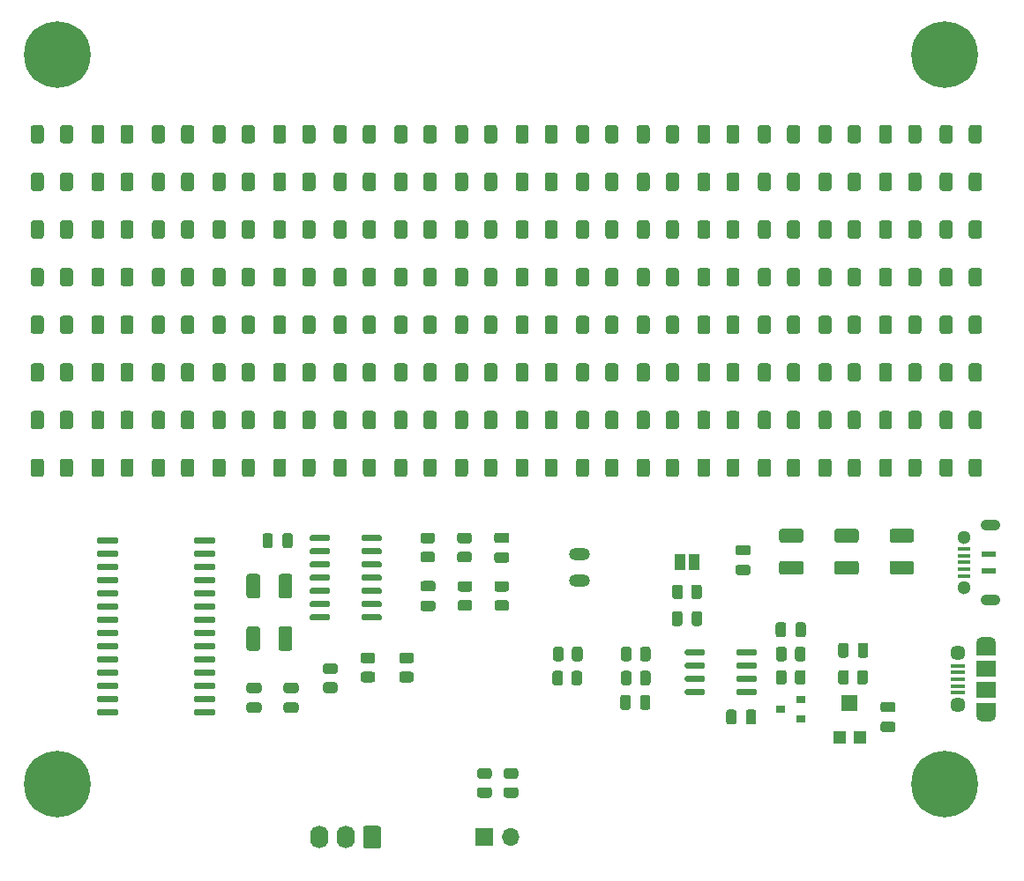
<source format=gbr>
G04 #@! TF.GenerationSoftware,KiCad,Pcbnew,(5.1.9)-1*
G04 #@! TF.CreationDate,2021-03-27T19:24:18-07:00*
G04 #@! TF.ProjectId,attiny_audio_spectrum_bar_graph,61747469-6e79-45f6-9175-64696f5f7370,rev?*
G04 #@! TF.SameCoordinates,Original*
G04 #@! TF.FileFunction,Soldermask,Top*
G04 #@! TF.FilePolarity,Negative*
%FSLAX46Y46*%
G04 Gerber Fmt 4.6, Leading zero omitted, Abs format (unit mm)*
G04 Created by KiCad (PCBNEW (5.1.9)-1) date 2021-03-27 19:24:18*
%MOMM*%
%LPD*%
G01*
G04 APERTURE LIST*
%ADD10O,1.700000X1.700000*%
%ADD11R,1.700000X1.700000*%
%ADD12R,1.350000X0.600000*%
%ADD13R,1.250000X0.400000*%
%ADD14C,1.300000*%
%ADD15O,1.900000X1.070000*%
%ADD16R,1.200000X1.200000*%
%ADD17R,1.600000X1.500000*%
%ADD18O,1.740000X2.190000*%
%ADD19R,1.900000X1.200000*%
%ADD20O,1.900000X1.200000*%
%ADD21R,1.900000X1.500000*%
%ADD22C,1.450000*%
%ADD23R,1.350000X0.400000*%
%ADD24C,0.800000*%
%ADD25C,6.400000*%
%ADD26R,0.900000X0.800000*%
%ADD27O,2.000000X1.200000*%
%ADD28R,1.000000X1.500000*%
G04 APERTURE END LIST*
G04 #@! TO.C,R17*
G36*
G01*
X136074999Y-114319000D02*
X136975001Y-114319000D01*
G75*
G02*
X137225000Y-114568999I0J-249999D01*
G01*
X137225000Y-115094001D01*
G75*
G02*
X136975001Y-115344000I-249999J0D01*
G01*
X136074999Y-115344000D01*
G75*
G02*
X135825000Y-115094001I0J249999D01*
G01*
X135825000Y-114568999D01*
G75*
G02*
X136074999Y-114319000I249999J0D01*
G01*
G37*
G36*
G01*
X136074999Y-112494000D02*
X136975001Y-112494000D01*
G75*
G02*
X137225000Y-112743999I0J-249999D01*
G01*
X137225000Y-113269001D01*
G75*
G02*
X136975001Y-113519000I-249999J0D01*
G01*
X136074999Y-113519000D01*
G75*
G02*
X135825000Y-113269001I0J249999D01*
G01*
X135825000Y-112743999D01*
G75*
G02*
X136074999Y-112494000I249999J0D01*
G01*
G37*
G04 #@! TD*
G04 #@! TO.C,R16*
G36*
G01*
X133534999Y-114319000D02*
X134435001Y-114319000D01*
G75*
G02*
X134685000Y-114568999I0J-249999D01*
G01*
X134685000Y-115094001D01*
G75*
G02*
X134435001Y-115344000I-249999J0D01*
G01*
X133534999Y-115344000D01*
G75*
G02*
X133285000Y-115094001I0J249999D01*
G01*
X133285000Y-114568999D01*
G75*
G02*
X133534999Y-114319000I249999J0D01*
G01*
G37*
G36*
G01*
X133534999Y-112494000D02*
X134435001Y-112494000D01*
G75*
G02*
X134685000Y-112743999I0J-249999D01*
G01*
X134685000Y-113269001D01*
G75*
G02*
X134435001Y-113519000I-249999J0D01*
G01*
X133534999Y-113519000D01*
G75*
G02*
X133285000Y-113269001I0J249999D01*
G01*
X133285000Y-112743999D01*
G75*
G02*
X133534999Y-112494000I249999J0D01*
G01*
G37*
G04 #@! TD*
D10*
G04 #@! TO.C,J4*
X136525000Y-119101000D03*
D11*
X133985000Y-119101000D03*
G04 #@! TD*
D12*
G04 #@! TO.C,J1*
X182425000Y-91910000D03*
X182425000Y-93510000D03*
D13*
X180025000Y-91410000D03*
X180025000Y-92060000D03*
X180025000Y-94010000D03*
X180025000Y-93360000D03*
X180025000Y-92710000D03*
D14*
X180000000Y-95135000D03*
X180000000Y-90285000D03*
D15*
X182515000Y-96310000D03*
X182515000Y-89110000D03*
G04 #@! TD*
G04 #@! TO.C,C4*
G36*
G01*
X174965802Y-90814999D02*
X173115798Y-90814999D01*
G75*
G02*
X172865800Y-90565001I0J249998D01*
G01*
X172865800Y-89739997D01*
G75*
G02*
X173115798Y-89489999I249998J0D01*
G01*
X174965802Y-89489999D01*
G75*
G02*
X175215800Y-89739997I0J-249998D01*
G01*
X175215800Y-90565001D01*
G75*
G02*
X174965802Y-90814999I-249998J0D01*
G01*
G37*
G36*
G01*
X174965802Y-93889999D02*
X173115798Y-93889999D01*
G75*
G02*
X172865800Y-93640001I0J249998D01*
G01*
X172865800Y-92814997D01*
G75*
G02*
X173115798Y-92564999I249998J0D01*
G01*
X174965802Y-92564999D01*
G75*
G02*
X175215800Y-92814997I0J-249998D01*
G01*
X175215800Y-93640001D01*
G75*
G02*
X174965802Y-93889999I-249998J0D01*
G01*
G37*
G04 #@! TD*
D16*
G04 #@! TO.C,RV1*
X170037000Y-109496000D03*
X168037000Y-109496000D03*
D17*
X169037000Y-106246000D03*
G04 #@! TD*
D18*
G04 #@! TO.C,J2*
X118110000Y-119126000D03*
X120650000Y-119126000D03*
G36*
G01*
X124060000Y-118280999D02*
X124060000Y-119971001D01*
G75*
G02*
X123810001Y-120221000I-249999J0D01*
G01*
X122569999Y-120221000D01*
G75*
G02*
X122320000Y-119971001I0J249999D01*
G01*
X122320000Y-118280999D01*
G75*
G02*
X122569999Y-118031000I249999J0D01*
G01*
X123810001Y-118031000D01*
G75*
G02*
X124060000Y-118280999I0J-249999D01*
G01*
G37*
G04 #@! TD*
D19*
G04 #@! TO.C,J3*
X182118000Y-106836800D03*
X182118000Y-101036800D03*
D20*
X182118000Y-100436800D03*
X182118000Y-107436800D03*
D21*
X182118000Y-104936800D03*
D22*
X179418000Y-101436800D03*
D23*
X179418000Y-103936800D03*
X179418000Y-103286800D03*
X179418000Y-102636800D03*
X179418000Y-105236800D03*
X179418000Y-104586800D03*
D22*
X179418000Y-106436800D03*
D21*
X182118000Y-102936800D03*
G04 #@! TD*
D24*
G04 #@! TO.C,H4*
X179840256Y-112348944D03*
X178143200Y-111646000D03*
X176446144Y-112348944D03*
X175743200Y-114046000D03*
X176446144Y-115743056D03*
X178143200Y-116446000D03*
X179840256Y-115743056D03*
X180543200Y-114046000D03*
D25*
X178143200Y-114046000D03*
G04 #@! TD*
D24*
G04 #@! TO.C,H3*
X179840256Y-42194144D03*
X178143200Y-41491200D03*
X176446144Y-42194144D03*
X175743200Y-43891200D03*
X176446144Y-45588256D03*
X178143200Y-46291200D03*
X179840256Y-45588256D03*
X180543200Y-43891200D03*
D25*
X178143200Y-43891200D03*
G04 #@! TD*
D24*
G04 #@! TO.C,H2*
X94711856Y-42194144D03*
X93014800Y-41491200D03*
X91317744Y-42194144D03*
X90614800Y-43891200D03*
X91317744Y-45588256D03*
X93014800Y-46291200D03*
X94711856Y-45588256D03*
X95414800Y-43891200D03*
D25*
X93014800Y-43891200D03*
G04 #@! TD*
D24*
G04 #@! TO.C,H1*
X94711856Y-112348944D03*
X93014800Y-111646000D03*
X91317744Y-112348944D03*
X90614800Y-114046000D03*
X91317744Y-115743056D03*
X93014800Y-116446000D03*
X94711856Y-115743056D03*
X95414800Y-114046000D03*
D25*
X93014800Y-114046000D03*
G04 #@! TD*
D26*
G04 #@! TO.C,U2*
X162365500Y-106807000D03*
X164365500Y-105857000D03*
X164365500Y-107757000D03*
G04 #@! TD*
G04 #@! TO.C,U4*
G36*
G01*
X106088600Y-90751800D02*
X106088600Y-90451800D01*
G75*
G02*
X106238600Y-90301800I150000J0D01*
G01*
X107988600Y-90301800D01*
G75*
G02*
X108138600Y-90451800I0J-150000D01*
G01*
X108138600Y-90751800D01*
G75*
G02*
X107988600Y-90901800I-150000J0D01*
G01*
X106238600Y-90901800D01*
G75*
G02*
X106088600Y-90751800I0J150000D01*
G01*
G37*
G36*
G01*
X106088600Y-92021800D02*
X106088600Y-91721800D01*
G75*
G02*
X106238600Y-91571800I150000J0D01*
G01*
X107988600Y-91571800D01*
G75*
G02*
X108138600Y-91721800I0J-150000D01*
G01*
X108138600Y-92021800D01*
G75*
G02*
X107988600Y-92171800I-150000J0D01*
G01*
X106238600Y-92171800D01*
G75*
G02*
X106088600Y-92021800I0J150000D01*
G01*
G37*
G36*
G01*
X106088600Y-93291800D02*
X106088600Y-92991800D01*
G75*
G02*
X106238600Y-92841800I150000J0D01*
G01*
X107988600Y-92841800D01*
G75*
G02*
X108138600Y-92991800I0J-150000D01*
G01*
X108138600Y-93291800D01*
G75*
G02*
X107988600Y-93441800I-150000J0D01*
G01*
X106238600Y-93441800D01*
G75*
G02*
X106088600Y-93291800I0J150000D01*
G01*
G37*
G36*
G01*
X106088600Y-94561800D02*
X106088600Y-94261800D01*
G75*
G02*
X106238600Y-94111800I150000J0D01*
G01*
X107988600Y-94111800D01*
G75*
G02*
X108138600Y-94261800I0J-150000D01*
G01*
X108138600Y-94561800D01*
G75*
G02*
X107988600Y-94711800I-150000J0D01*
G01*
X106238600Y-94711800D01*
G75*
G02*
X106088600Y-94561800I0J150000D01*
G01*
G37*
G36*
G01*
X106088600Y-95831800D02*
X106088600Y-95531800D01*
G75*
G02*
X106238600Y-95381800I150000J0D01*
G01*
X107988600Y-95381800D01*
G75*
G02*
X108138600Y-95531800I0J-150000D01*
G01*
X108138600Y-95831800D01*
G75*
G02*
X107988600Y-95981800I-150000J0D01*
G01*
X106238600Y-95981800D01*
G75*
G02*
X106088600Y-95831800I0J150000D01*
G01*
G37*
G36*
G01*
X106088600Y-97101800D02*
X106088600Y-96801800D01*
G75*
G02*
X106238600Y-96651800I150000J0D01*
G01*
X107988600Y-96651800D01*
G75*
G02*
X108138600Y-96801800I0J-150000D01*
G01*
X108138600Y-97101800D01*
G75*
G02*
X107988600Y-97251800I-150000J0D01*
G01*
X106238600Y-97251800D01*
G75*
G02*
X106088600Y-97101800I0J150000D01*
G01*
G37*
G36*
G01*
X106088600Y-98371800D02*
X106088600Y-98071800D01*
G75*
G02*
X106238600Y-97921800I150000J0D01*
G01*
X107988600Y-97921800D01*
G75*
G02*
X108138600Y-98071800I0J-150000D01*
G01*
X108138600Y-98371800D01*
G75*
G02*
X107988600Y-98521800I-150000J0D01*
G01*
X106238600Y-98521800D01*
G75*
G02*
X106088600Y-98371800I0J150000D01*
G01*
G37*
G36*
G01*
X106088600Y-99641800D02*
X106088600Y-99341800D01*
G75*
G02*
X106238600Y-99191800I150000J0D01*
G01*
X107988600Y-99191800D01*
G75*
G02*
X108138600Y-99341800I0J-150000D01*
G01*
X108138600Y-99641800D01*
G75*
G02*
X107988600Y-99791800I-150000J0D01*
G01*
X106238600Y-99791800D01*
G75*
G02*
X106088600Y-99641800I0J150000D01*
G01*
G37*
G36*
G01*
X106088600Y-100911800D02*
X106088600Y-100611800D01*
G75*
G02*
X106238600Y-100461800I150000J0D01*
G01*
X107988600Y-100461800D01*
G75*
G02*
X108138600Y-100611800I0J-150000D01*
G01*
X108138600Y-100911800D01*
G75*
G02*
X107988600Y-101061800I-150000J0D01*
G01*
X106238600Y-101061800D01*
G75*
G02*
X106088600Y-100911800I0J150000D01*
G01*
G37*
G36*
G01*
X106088600Y-102181800D02*
X106088600Y-101881800D01*
G75*
G02*
X106238600Y-101731800I150000J0D01*
G01*
X107988600Y-101731800D01*
G75*
G02*
X108138600Y-101881800I0J-150000D01*
G01*
X108138600Y-102181800D01*
G75*
G02*
X107988600Y-102331800I-150000J0D01*
G01*
X106238600Y-102331800D01*
G75*
G02*
X106088600Y-102181800I0J150000D01*
G01*
G37*
G36*
G01*
X106088600Y-103451800D02*
X106088600Y-103151800D01*
G75*
G02*
X106238600Y-103001800I150000J0D01*
G01*
X107988600Y-103001800D01*
G75*
G02*
X108138600Y-103151800I0J-150000D01*
G01*
X108138600Y-103451800D01*
G75*
G02*
X107988600Y-103601800I-150000J0D01*
G01*
X106238600Y-103601800D01*
G75*
G02*
X106088600Y-103451800I0J150000D01*
G01*
G37*
G36*
G01*
X106088600Y-104721800D02*
X106088600Y-104421800D01*
G75*
G02*
X106238600Y-104271800I150000J0D01*
G01*
X107988600Y-104271800D01*
G75*
G02*
X108138600Y-104421800I0J-150000D01*
G01*
X108138600Y-104721800D01*
G75*
G02*
X107988600Y-104871800I-150000J0D01*
G01*
X106238600Y-104871800D01*
G75*
G02*
X106088600Y-104721800I0J150000D01*
G01*
G37*
G36*
G01*
X106088600Y-105991800D02*
X106088600Y-105691800D01*
G75*
G02*
X106238600Y-105541800I150000J0D01*
G01*
X107988600Y-105541800D01*
G75*
G02*
X108138600Y-105691800I0J-150000D01*
G01*
X108138600Y-105991800D01*
G75*
G02*
X107988600Y-106141800I-150000J0D01*
G01*
X106238600Y-106141800D01*
G75*
G02*
X106088600Y-105991800I0J150000D01*
G01*
G37*
G36*
G01*
X106088600Y-107261800D02*
X106088600Y-106961800D01*
G75*
G02*
X106238600Y-106811800I150000J0D01*
G01*
X107988600Y-106811800D01*
G75*
G02*
X108138600Y-106961800I0J-150000D01*
G01*
X108138600Y-107261800D01*
G75*
G02*
X107988600Y-107411800I-150000J0D01*
G01*
X106238600Y-107411800D01*
G75*
G02*
X106088600Y-107261800I0J150000D01*
G01*
G37*
G36*
G01*
X96788600Y-107261800D02*
X96788600Y-106961800D01*
G75*
G02*
X96938600Y-106811800I150000J0D01*
G01*
X98688600Y-106811800D01*
G75*
G02*
X98838600Y-106961800I0J-150000D01*
G01*
X98838600Y-107261800D01*
G75*
G02*
X98688600Y-107411800I-150000J0D01*
G01*
X96938600Y-107411800D01*
G75*
G02*
X96788600Y-107261800I0J150000D01*
G01*
G37*
G36*
G01*
X96788600Y-105991800D02*
X96788600Y-105691800D01*
G75*
G02*
X96938600Y-105541800I150000J0D01*
G01*
X98688600Y-105541800D01*
G75*
G02*
X98838600Y-105691800I0J-150000D01*
G01*
X98838600Y-105991800D01*
G75*
G02*
X98688600Y-106141800I-150000J0D01*
G01*
X96938600Y-106141800D01*
G75*
G02*
X96788600Y-105991800I0J150000D01*
G01*
G37*
G36*
G01*
X96788600Y-104721800D02*
X96788600Y-104421800D01*
G75*
G02*
X96938600Y-104271800I150000J0D01*
G01*
X98688600Y-104271800D01*
G75*
G02*
X98838600Y-104421800I0J-150000D01*
G01*
X98838600Y-104721800D01*
G75*
G02*
X98688600Y-104871800I-150000J0D01*
G01*
X96938600Y-104871800D01*
G75*
G02*
X96788600Y-104721800I0J150000D01*
G01*
G37*
G36*
G01*
X96788600Y-103451800D02*
X96788600Y-103151800D01*
G75*
G02*
X96938600Y-103001800I150000J0D01*
G01*
X98688600Y-103001800D01*
G75*
G02*
X98838600Y-103151800I0J-150000D01*
G01*
X98838600Y-103451800D01*
G75*
G02*
X98688600Y-103601800I-150000J0D01*
G01*
X96938600Y-103601800D01*
G75*
G02*
X96788600Y-103451800I0J150000D01*
G01*
G37*
G36*
G01*
X96788600Y-102181800D02*
X96788600Y-101881800D01*
G75*
G02*
X96938600Y-101731800I150000J0D01*
G01*
X98688600Y-101731800D01*
G75*
G02*
X98838600Y-101881800I0J-150000D01*
G01*
X98838600Y-102181800D01*
G75*
G02*
X98688600Y-102331800I-150000J0D01*
G01*
X96938600Y-102331800D01*
G75*
G02*
X96788600Y-102181800I0J150000D01*
G01*
G37*
G36*
G01*
X96788600Y-100911800D02*
X96788600Y-100611800D01*
G75*
G02*
X96938600Y-100461800I150000J0D01*
G01*
X98688600Y-100461800D01*
G75*
G02*
X98838600Y-100611800I0J-150000D01*
G01*
X98838600Y-100911800D01*
G75*
G02*
X98688600Y-101061800I-150000J0D01*
G01*
X96938600Y-101061800D01*
G75*
G02*
X96788600Y-100911800I0J150000D01*
G01*
G37*
G36*
G01*
X96788600Y-99641800D02*
X96788600Y-99341800D01*
G75*
G02*
X96938600Y-99191800I150000J0D01*
G01*
X98688600Y-99191800D01*
G75*
G02*
X98838600Y-99341800I0J-150000D01*
G01*
X98838600Y-99641800D01*
G75*
G02*
X98688600Y-99791800I-150000J0D01*
G01*
X96938600Y-99791800D01*
G75*
G02*
X96788600Y-99641800I0J150000D01*
G01*
G37*
G36*
G01*
X96788600Y-98371800D02*
X96788600Y-98071800D01*
G75*
G02*
X96938600Y-97921800I150000J0D01*
G01*
X98688600Y-97921800D01*
G75*
G02*
X98838600Y-98071800I0J-150000D01*
G01*
X98838600Y-98371800D01*
G75*
G02*
X98688600Y-98521800I-150000J0D01*
G01*
X96938600Y-98521800D01*
G75*
G02*
X96788600Y-98371800I0J150000D01*
G01*
G37*
G36*
G01*
X96788600Y-97101800D02*
X96788600Y-96801800D01*
G75*
G02*
X96938600Y-96651800I150000J0D01*
G01*
X98688600Y-96651800D01*
G75*
G02*
X98838600Y-96801800I0J-150000D01*
G01*
X98838600Y-97101800D01*
G75*
G02*
X98688600Y-97251800I-150000J0D01*
G01*
X96938600Y-97251800D01*
G75*
G02*
X96788600Y-97101800I0J150000D01*
G01*
G37*
G36*
G01*
X96788600Y-95831800D02*
X96788600Y-95531800D01*
G75*
G02*
X96938600Y-95381800I150000J0D01*
G01*
X98688600Y-95381800D01*
G75*
G02*
X98838600Y-95531800I0J-150000D01*
G01*
X98838600Y-95831800D01*
G75*
G02*
X98688600Y-95981800I-150000J0D01*
G01*
X96938600Y-95981800D01*
G75*
G02*
X96788600Y-95831800I0J150000D01*
G01*
G37*
G36*
G01*
X96788600Y-94561800D02*
X96788600Y-94261800D01*
G75*
G02*
X96938600Y-94111800I150000J0D01*
G01*
X98688600Y-94111800D01*
G75*
G02*
X98838600Y-94261800I0J-150000D01*
G01*
X98838600Y-94561800D01*
G75*
G02*
X98688600Y-94711800I-150000J0D01*
G01*
X96938600Y-94711800D01*
G75*
G02*
X96788600Y-94561800I0J150000D01*
G01*
G37*
G36*
G01*
X96788600Y-93291800D02*
X96788600Y-92991800D01*
G75*
G02*
X96938600Y-92841800I150000J0D01*
G01*
X98688600Y-92841800D01*
G75*
G02*
X98838600Y-92991800I0J-150000D01*
G01*
X98838600Y-93291800D01*
G75*
G02*
X98688600Y-93441800I-150000J0D01*
G01*
X96938600Y-93441800D01*
G75*
G02*
X96788600Y-93291800I0J150000D01*
G01*
G37*
G36*
G01*
X96788600Y-92021800D02*
X96788600Y-91721800D01*
G75*
G02*
X96938600Y-91571800I150000J0D01*
G01*
X98688600Y-91571800D01*
G75*
G02*
X98838600Y-91721800I0J-150000D01*
G01*
X98838600Y-92021800D01*
G75*
G02*
X98688600Y-92171800I-150000J0D01*
G01*
X96938600Y-92171800D01*
G75*
G02*
X96788600Y-92021800I0J150000D01*
G01*
G37*
G36*
G01*
X96788600Y-90751800D02*
X96788600Y-90451800D01*
G75*
G02*
X96938600Y-90301800I150000J0D01*
G01*
X98688600Y-90301800D01*
G75*
G02*
X98838600Y-90451800I0J-150000D01*
G01*
X98838600Y-90751800D01*
G75*
G02*
X98688600Y-90901800I-150000J0D01*
G01*
X96938600Y-90901800D01*
G75*
G02*
X96788600Y-90751800I0J150000D01*
G01*
G37*
G04 #@! TD*
G04 #@! TO.C,U3*
G36*
G01*
X122174001Y-90526000D02*
X122174001Y-90226000D01*
G75*
G02*
X122324001Y-90076000I150000J0D01*
G01*
X123974001Y-90076000D01*
G75*
G02*
X124124001Y-90226000I0J-150000D01*
G01*
X124124001Y-90526000D01*
G75*
G02*
X123974001Y-90676000I-150000J0D01*
G01*
X122324001Y-90676000D01*
G75*
G02*
X122174001Y-90526000I0J150000D01*
G01*
G37*
G36*
G01*
X122174001Y-91796000D02*
X122174001Y-91496000D01*
G75*
G02*
X122324001Y-91346000I150000J0D01*
G01*
X123974001Y-91346000D01*
G75*
G02*
X124124001Y-91496000I0J-150000D01*
G01*
X124124001Y-91796000D01*
G75*
G02*
X123974001Y-91946000I-150000J0D01*
G01*
X122324001Y-91946000D01*
G75*
G02*
X122174001Y-91796000I0J150000D01*
G01*
G37*
G36*
G01*
X122174001Y-93066000D02*
X122174001Y-92766000D01*
G75*
G02*
X122324001Y-92616000I150000J0D01*
G01*
X123974001Y-92616000D01*
G75*
G02*
X124124001Y-92766000I0J-150000D01*
G01*
X124124001Y-93066000D01*
G75*
G02*
X123974001Y-93216000I-150000J0D01*
G01*
X122324001Y-93216000D01*
G75*
G02*
X122174001Y-93066000I0J150000D01*
G01*
G37*
G36*
G01*
X122174001Y-94336000D02*
X122174001Y-94036000D01*
G75*
G02*
X122324001Y-93886000I150000J0D01*
G01*
X123974001Y-93886000D01*
G75*
G02*
X124124001Y-94036000I0J-150000D01*
G01*
X124124001Y-94336000D01*
G75*
G02*
X123974001Y-94486000I-150000J0D01*
G01*
X122324001Y-94486000D01*
G75*
G02*
X122174001Y-94336000I0J150000D01*
G01*
G37*
G36*
G01*
X122174001Y-95606000D02*
X122174001Y-95306000D01*
G75*
G02*
X122324001Y-95156000I150000J0D01*
G01*
X123974001Y-95156000D01*
G75*
G02*
X124124001Y-95306000I0J-150000D01*
G01*
X124124001Y-95606000D01*
G75*
G02*
X123974001Y-95756000I-150000J0D01*
G01*
X122324001Y-95756000D01*
G75*
G02*
X122174001Y-95606000I0J150000D01*
G01*
G37*
G36*
G01*
X122174001Y-96876000D02*
X122174001Y-96576000D01*
G75*
G02*
X122324001Y-96426000I150000J0D01*
G01*
X123974001Y-96426000D01*
G75*
G02*
X124124001Y-96576000I0J-150000D01*
G01*
X124124001Y-96876000D01*
G75*
G02*
X123974001Y-97026000I-150000J0D01*
G01*
X122324001Y-97026000D01*
G75*
G02*
X122174001Y-96876000I0J150000D01*
G01*
G37*
G36*
G01*
X122174001Y-98146000D02*
X122174001Y-97846000D01*
G75*
G02*
X122324001Y-97696000I150000J0D01*
G01*
X123974001Y-97696000D01*
G75*
G02*
X124124001Y-97846000I0J-150000D01*
G01*
X124124001Y-98146000D01*
G75*
G02*
X123974001Y-98296000I-150000J0D01*
G01*
X122324001Y-98296000D01*
G75*
G02*
X122174001Y-98146000I0J150000D01*
G01*
G37*
G36*
G01*
X117224001Y-98146000D02*
X117224001Y-97846000D01*
G75*
G02*
X117374001Y-97696000I150000J0D01*
G01*
X119024001Y-97696000D01*
G75*
G02*
X119174001Y-97846000I0J-150000D01*
G01*
X119174001Y-98146000D01*
G75*
G02*
X119024001Y-98296000I-150000J0D01*
G01*
X117374001Y-98296000D01*
G75*
G02*
X117224001Y-98146000I0J150000D01*
G01*
G37*
G36*
G01*
X117224001Y-96876000D02*
X117224001Y-96576000D01*
G75*
G02*
X117374001Y-96426000I150000J0D01*
G01*
X119024001Y-96426000D01*
G75*
G02*
X119174001Y-96576000I0J-150000D01*
G01*
X119174001Y-96876000D01*
G75*
G02*
X119024001Y-97026000I-150000J0D01*
G01*
X117374001Y-97026000D01*
G75*
G02*
X117224001Y-96876000I0J150000D01*
G01*
G37*
G36*
G01*
X117224001Y-95606000D02*
X117224001Y-95306000D01*
G75*
G02*
X117374001Y-95156000I150000J0D01*
G01*
X119024001Y-95156000D01*
G75*
G02*
X119174001Y-95306000I0J-150000D01*
G01*
X119174001Y-95606000D01*
G75*
G02*
X119024001Y-95756000I-150000J0D01*
G01*
X117374001Y-95756000D01*
G75*
G02*
X117224001Y-95606000I0J150000D01*
G01*
G37*
G36*
G01*
X117224001Y-94336000D02*
X117224001Y-94036000D01*
G75*
G02*
X117374001Y-93886000I150000J0D01*
G01*
X119024001Y-93886000D01*
G75*
G02*
X119174001Y-94036000I0J-150000D01*
G01*
X119174001Y-94336000D01*
G75*
G02*
X119024001Y-94486000I-150000J0D01*
G01*
X117374001Y-94486000D01*
G75*
G02*
X117224001Y-94336000I0J150000D01*
G01*
G37*
G36*
G01*
X117224001Y-93066000D02*
X117224001Y-92766000D01*
G75*
G02*
X117374001Y-92616000I150000J0D01*
G01*
X119024001Y-92616000D01*
G75*
G02*
X119174001Y-92766000I0J-150000D01*
G01*
X119174001Y-93066000D01*
G75*
G02*
X119024001Y-93216000I-150000J0D01*
G01*
X117374001Y-93216000D01*
G75*
G02*
X117224001Y-93066000I0J150000D01*
G01*
G37*
G36*
G01*
X117224001Y-91796000D02*
X117224001Y-91496000D01*
G75*
G02*
X117374001Y-91346000I150000J0D01*
G01*
X119024001Y-91346000D01*
G75*
G02*
X119174001Y-91496000I0J-150000D01*
G01*
X119174001Y-91796000D01*
G75*
G02*
X119024001Y-91946000I-150000J0D01*
G01*
X117374001Y-91946000D01*
G75*
G02*
X117224001Y-91796000I0J150000D01*
G01*
G37*
G36*
G01*
X117224001Y-90526000D02*
X117224001Y-90226000D01*
G75*
G02*
X117374001Y-90076000I150000J0D01*
G01*
X119024001Y-90076000D01*
G75*
G02*
X119174001Y-90226000I0J-150000D01*
G01*
X119174001Y-90526000D01*
G75*
G02*
X119024001Y-90676000I-150000J0D01*
G01*
X117374001Y-90676000D01*
G75*
G02*
X117224001Y-90526000I0J150000D01*
G01*
G37*
G04 #@! TD*
G04 #@! TO.C,U1*
G36*
G01*
X158154500Y-101513399D02*
X158154500Y-101213399D01*
G75*
G02*
X158304500Y-101063399I150000J0D01*
G01*
X159954500Y-101063399D01*
G75*
G02*
X160104500Y-101213399I0J-150000D01*
G01*
X160104500Y-101513399D01*
G75*
G02*
X159954500Y-101663399I-150000J0D01*
G01*
X158304500Y-101663399D01*
G75*
G02*
X158154500Y-101513399I0J150000D01*
G01*
G37*
G36*
G01*
X158154500Y-102783399D02*
X158154500Y-102483399D01*
G75*
G02*
X158304500Y-102333399I150000J0D01*
G01*
X159954500Y-102333399D01*
G75*
G02*
X160104500Y-102483399I0J-150000D01*
G01*
X160104500Y-102783399D01*
G75*
G02*
X159954500Y-102933399I-150000J0D01*
G01*
X158304500Y-102933399D01*
G75*
G02*
X158154500Y-102783399I0J150000D01*
G01*
G37*
G36*
G01*
X158154500Y-104053399D02*
X158154500Y-103753399D01*
G75*
G02*
X158304500Y-103603399I150000J0D01*
G01*
X159954500Y-103603399D01*
G75*
G02*
X160104500Y-103753399I0J-150000D01*
G01*
X160104500Y-104053399D01*
G75*
G02*
X159954500Y-104203399I-150000J0D01*
G01*
X158304500Y-104203399D01*
G75*
G02*
X158154500Y-104053399I0J150000D01*
G01*
G37*
G36*
G01*
X158154500Y-105323399D02*
X158154500Y-105023399D01*
G75*
G02*
X158304500Y-104873399I150000J0D01*
G01*
X159954500Y-104873399D01*
G75*
G02*
X160104500Y-105023399I0J-150000D01*
G01*
X160104500Y-105323399D01*
G75*
G02*
X159954500Y-105473399I-150000J0D01*
G01*
X158304500Y-105473399D01*
G75*
G02*
X158154500Y-105323399I0J150000D01*
G01*
G37*
G36*
G01*
X153204500Y-105323399D02*
X153204500Y-105023399D01*
G75*
G02*
X153354500Y-104873399I150000J0D01*
G01*
X155004500Y-104873399D01*
G75*
G02*
X155154500Y-105023399I0J-150000D01*
G01*
X155154500Y-105323399D01*
G75*
G02*
X155004500Y-105473399I-150000J0D01*
G01*
X153354500Y-105473399D01*
G75*
G02*
X153204500Y-105323399I0J150000D01*
G01*
G37*
G36*
G01*
X153204500Y-104053399D02*
X153204500Y-103753399D01*
G75*
G02*
X153354500Y-103603399I150000J0D01*
G01*
X155004500Y-103603399D01*
G75*
G02*
X155154500Y-103753399I0J-150000D01*
G01*
X155154500Y-104053399D01*
G75*
G02*
X155004500Y-104203399I-150000J0D01*
G01*
X153354500Y-104203399D01*
G75*
G02*
X153204500Y-104053399I0J150000D01*
G01*
G37*
G36*
G01*
X153204500Y-102783399D02*
X153204500Y-102483399D01*
G75*
G02*
X153354500Y-102333399I150000J0D01*
G01*
X155004500Y-102333399D01*
G75*
G02*
X155154500Y-102483399I0J-150000D01*
G01*
X155154500Y-102783399D01*
G75*
G02*
X155004500Y-102933399I-150000J0D01*
G01*
X153354500Y-102933399D01*
G75*
G02*
X153204500Y-102783399I0J150000D01*
G01*
G37*
G36*
G01*
X153204500Y-101513399D02*
X153204500Y-101213399D01*
G75*
G02*
X153354500Y-101063399I150000J0D01*
G01*
X155004500Y-101063399D01*
G75*
G02*
X155154500Y-101213399I0J-150000D01*
G01*
X155154500Y-101513399D01*
G75*
G02*
X155004500Y-101663399I-150000J0D01*
G01*
X153354500Y-101663399D01*
G75*
G02*
X153204500Y-101513399I0J150000D01*
G01*
G37*
G04 #@! TD*
G04 #@! TO.C,R12*
G36*
G01*
X131659998Y-96330400D02*
X132560002Y-96330400D01*
G75*
G02*
X132810000Y-96580398I0J-249998D01*
G01*
X132810000Y-97105402D01*
G75*
G02*
X132560002Y-97355400I-249998J0D01*
G01*
X131659998Y-97355400D01*
G75*
G02*
X131410000Y-97105402I0J249998D01*
G01*
X131410000Y-96580398D01*
G75*
G02*
X131659998Y-96330400I249998J0D01*
G01*
G37*
G36*
G01*
X131659998Y-94505400D02*
X132560002Y-94505400D01*
G75*
G02*
X132810000Y-94755398I0J-249998D01*
G01*
X132810000Y-95280402D01*
G75*
G02*
X132560002Y-95530400I-249998J0D01*
G01*
X131659998Y-95530400D01*
G75*
G02*
X131410000Y-95280402I0J249998D01*
G01*
X131410000Y-94755398D01*
G75*
G02*
X131659998Y-94505400I249998J0D01*
G01*
G37*
G04 #@! TD*
G04 #@! TO.C,R11*
G36*
G01*
X135185998Y-96330400D02*
X136086002Y-96330400D01*
G75*
G02*
X136336000Y-96580398I0J-249998D01*
G01*
X136336000Y-97105402D01*
G75*
G02*
X136086002Y-97355400I-249998J0D01*
G01*
X135185998Y-97355400D01*
G75*
G02*
X134936000Y-97105402I0J249998D01*
G01*
X134936000Y-96580398D01*
G75*
G02*
X135185998Y-96330400I249998J0D01*
G01*
G37*
G36*
G01*
X135185998Y-94505400D02*
X136086002Y-94505400D01*
G75*
G02*
X136336000Y-94755398I0J-249998D01*
G01*
X136336000Y-95280402D01*
G75*
G02*
X136086002Y-95530400I-249998J0D01*
G01*
X135185998Y-95530400D01*
G75*
G02*
X134936000Y-95280402I0J249998D01*
G01*
X134936000Y-94755398D01*
G75*
G02*
X135185998Y-94505400I249998J0D01*
G01*
G37*
G04 #@! TD*
G04 #@! TO.C,R10*
G36*
G01*
X141520600Y-103385198D02*
X141520600Y-104285202D01*
G75*
G02*
X141270602Y-104535200I-249998J0D01*
G01*
X140745598Y-104535200D01*
G75*
G02*
X140495600Y-104285202I0J249998D01*
G01*
X140495600Y-103385198D01*
G75*
G02*
X140745598Y-103135200I249998J0D01*
G01*
X141270602Y-103135200D01*
G75*
G02*
X141520600Y-103385198I0J-249998D01*
G01*
G37*
G36*
G01*
X143345600Y-103385198D02*
X143345600Y-104285202D01*
G75*
G02*
X143095602Y-104535200I-249998J0D01*
G01*
X142570598Y-104535200D01*
G75*
G02*
X142320600Y-104285202I0J249998D01*
G01*
X142320600Y-103385198D01*
G75*
G02*
X142570598Y-103135200I249998J0D01*
G01*
X143095602Y-103135200D01*
G75*
G02*
X143345600Y-103385198I0J-249998D01*
G01*
G37*
G04 #@! TD*
G04 #@! TO.C,R9*
G36*
G01*
X142373300Y-101968401D02*
X142373300Y-101068397D01*
G75*
G02*
X142623298Y-100818399I249998J0D01*
G01*
X143148302Y-100818399D01*
G75*
G02*
X143398300Y-101068397I0J-249998D01*
G01*
X143398300Y-101968401D01*
G75*
G02*
X143148302Y-102218399I-249998J0D01*
G01*
X142623298Y-102218399D01*
G75*
G02*
X142373300Y-101968401I0J249998D01*
G01*
G37*
G36*
G01*
X140548300Y-101968401D02*
X140548300Y-101068397D01*
G75*
G02*
X140798298Y-100818399I249998J0D01*
G01*
X141323302Y-100818399D01*
G75*
G02*
X141573300Y-101068397I0J-249998D01*
G01*
X141573300Y-101968401D01*
G75*
G02*
X141323302Y-102218399I-249998J0D01*
G01*
X140798298Y-102218399D01*
G75*
G02*
X140548300Y-101968401I0J249998D01*
G01*
G37*
G04 #@! TD*
G04 #@! TO.C,R7*
G36*
G01*
X148103000Y-103385198D02*
X148103000Y-104285202D01*
G75*
G02*
X147853002Y-104535200I-249998J0D01*
G01*
X147327998Y-104535200D01*
G75*
G02*
X147078000Y-104285202I0J249998D01*
G01*
X147078000Y-103385198D01*
G75*
G02*
X147327998Y-103135200I249998J0D01*
G01*
X147853002Y-103135200D01*
G75*
G02*
X148103000Y-103385198I0J-249998D01*
G01*
G37*
G36*
G01*
X149928000Y-103385198D02*
X149928000Y-104285202D01*
G75*
G02*
X149678002Y-104535200I-249998J0D01*
G01*
X149152998Y-104535200D01*
G75*
G02*
X148903000Y-104285202I0J249998D01*
G01*
X148903000Y-103385198D01*
G75*
G02*
X149152998Y-103135200I249998J0D01*
G01*
X149678002Y-103135200D01*
G75*
G02*
X149928000Y-103385198I0J-249998D01*
G01*
G37*
G04 #@! TD*
G04 #@! TO.C,R6*
G36*
G01*
X148103000Y-101068397D02*
X148103000Y-101968401D01*
G75*
G02*
X147853002Y-102218399I-249998J0D01*
G01*
X147327998Y-102218399D01*
G75*
G02*
X147078000Y-101968401I0J249998D01*
G01*
X147078000Y-101068397D01*
G75*
G02*
X147327998Y-100818399I249998J0D01*
G01*
X147853002Y-100818399D01*
G75*
G02*
X148103000Y-101068397I0J-249998D01*
G01*
G37*
G36*
G01*
X149928000Y-101068397D02*
X149928000Y-101968401D01*
G75*
G02*
X149678002Y-102218399I-249998J0D01*
G01*
X149152998Y-102218399D01*
G75*
G02*
X148903000Y-101968401I0J249998D01*
G01*
X148903000Y-101068397D01*
G75*
G02*
X149152998Y-100818399I249998J0D01*
G01*
X149678002Y-100818399D01*
G75*
G02*
X149928000Y-101068397I0J-249998D01*
G01*
G37*
G04 #@! TD*
G04 #@! TO.C,R4*
G36*
G01*
X132515002Y-90886000D02*
X131614998Y-90886000D01*
G75*
G02*
X131365000Y-90636002I0J249998D01*
G01*
X131365000Y-90110998D01*
G75*
G02*
X131614998Y-89861000I249998J0D01*
G01*
X132515002Y-89861000D01*
G75*
G02*
X132765000Y-90110998I0J-249998D01*
G01*
X132765000Y-90636002D01*
G75*
G02*
X132515002Y-90886000I-249998J0D01*
G01*
G37*
G36*
G01*
X132515002Y-92711000D02*
X131614998Y-92711000D01*
G75*
G02*
X131365000Y-92461002I0J249998D01*
G01*
X131365000Y-91935998D01*
G75*
G02*
X131614998Y-91686000I249998J0D01*
G01*
X132515002Y-91686000D01*
G75*
G02*
X132765000Y-91935998I0J-249998D01*
G01*
X132765000Y-92461002D01*
G75*
G02*
X132515002Y-92711000I-249998J0D01*
G01*
G37*
G04 #@! TD*
G04 #@! TO.C,R15*
G36*
G01*
X126041998Y-103219200D02*
X126942002Y-103219200D01*
G75*
G02*
X127192000Y-103469198I0J-249998D01*
G01*
X127192000Y-103994202D01*
G75*
G02*
X126942002Y-104244200I-249998J0D01*
G01*
X126041998Y-104244200D01*
G75*
G02*
X125792000Y-103994202I0J249998D01*
G01*
X125792000Y-103469198D01*
G75*
G02*
X126041998Y-103219200I249998J0D01*
G01*
G37*
G36*
G01*
X126041998Y-101394200D02*
X126942002Y-101394200D01*
G75*
G02*
X127192000Y-101644198I0J-249998D01*
G01*
X127192000Y-102169202D01*
G75*
G02*
X126942002Y-102419200I-249998J0D01*
G01*
X126041998Y-102419200D01*
G75*
G02*
X125792000Y-102169202I0J249998D01*
G01*
X125792000Y-101644198D01*
G75*
G02*
X126041998Y-101394200I249998J0D01*
G01*
G37*
G04 #@! TD*
G04 #@! TO.C,R14*
G36*
G01*
X118726798Y-104235200D02*
X119626802Y-104235200D01*
G75*
G02*
X119876800Y-104485198I0J-249998D01*
G01*
X119876800Y-105010202D01*
G75*
G02*
X119626802Y-105260200I-249998J0D01*
G01*
X118726798Y-105260200D01*
G75*
G02*
X118476800Y-105010202I0J249998D01*
G01*
X118476800Y-104485198D01*
G75*
G02*
X118726798Y-104235200I249998J0D01*
G01*
G37*
G36*
G01*
X118726798Y-102410200D02*
X119626802Y-102410200D01*
G75*
G02*
X119876800Y-102660198I0J-249998D01*
G01*
X119876800Y-103185202D01*
G75*
G02*
X119626802Y-103435200I-249998J0D01*
G01*
X118726798Y-103435200D01*
G75*
G02*
X118476800Y-103185202I0J249998D01*
G01*
X118476800Y-102660198D01*
G75*
G02*
X118726798Y-102410200I249998J0D01*
G01*
G37*
G04 #@! TD*
G04 #@! TO.C,R13*
G36*
G01*
X122333598Y-103219200D02*
X123233602Y-103219200D01*
G75*
G02*
X123483600Y-103469198I0J-249998D01*
G01*
X123483600Y-103994202D01*
G75*
G02*
X123233602Y-104244200I-249998J0D01*
G01*
X122333598Y-104244200D01*
G75*
G02*
X122083600Y-103994202I0J249998D01*
G01*
X122083600Y-103469198D01*
G75*
G02*
X122333598Y-103219200I249998J0D01*
G01*
G37*
G36*
G01*
X122333598Y-101394200D02*
X123233602Y-101394200D01*
G75*
G02*
X123483600Y-101644198I0J-249998D01*
G01*
X123483600Y-102169202D01*
G75*
G02*
X123233602Y-102419200I-249998J0D01*
G01*
X122333598Y-102419200D01*
G75*
G02*
X122083600Y-102169202I0J249998D01*
G01*
X122083600Y-101644198D01*
G75*
G02*
X122333598Y-101394200I249998J0D01*
G01*
G37*
G04 #@! TD*
G04 #@! TO.C,R5*
G36*
G01*
X153016000Y-95093748D02*
X153016000Y-95993752D01*
G75*
G02*
X152766002Y-96243750I-249998J0D01*
G01*
X152240998Y-96243750D01*
G75*
G02*
X151991000Y-95993752I0J249998D01*
G01*
X151991000Y-95093748D01*
G75*
G02*
X152240998Y-94843750I249998J0D01*
G01*
X152766002Y-94843750D01*
G75*
G02*
X153016000Y-95093748I0J-249998D01*
G01*
G37*
G36*
G01*
X154841000Y-95093748D02*
X154841000Y-95993752D01*
G75*
G02*
X154591002Y-96243750I-249998J0D01*
G01*
X154065998Y-96243750D01*
G75*
G02*
X153816000Y-95993752I0J249998D01*
G01*
X153816000Y-95093748D01*
G75*
G02*
X154065998Y-94843750I249998J0D01*
G01*
X154591002Y-94843750D01*
G75*
G02*
X154841000Y-95093748I0J-249998D01*
G01*
G37*
G04 #@! TD*
G04 #@! TO.C,R8*
G36*
G01*
X169754500Y-104209002D02*
X169754500Y-103308998D01*
G75*
G02*
X170004498Y-103059000I249998J0D01*
G01*
X170529502Y-103059000D01*
G75*
G02*
X170779500Y-103308998I0J-249998D01*
G01*
X170779500Y-104209002D01*
G75*
G02*
X170529502Y-104459000I-249998J0D01*
G01*
X170004498Y-104459000D01*
G75*
G02*
X169754500Y-104209002I0J249998D01*
G01*
G37*
G36*
G01*
X167929500Y-104209002D02*
X167929500Y-103308998D01*
G75*
G02*
X168179498Y-103059000I249998J0D01*
G01*
X168704502Y-103059000D01*
G75*
G02*
X168954500Y-103308998I0J-249998D01*
G01*
X168954500Y-104209002D01*
G75*
G02*
X168704502Y-104459000I-249998J0D01*
G01*
X168179498Y-104459000D01*
G75*
G02*
X167929500Y-104209002I0J249998D01*
G01*
G37*
G04 #@! TD*
G04 #@! TO.C,R3*
G36*
G01*
X162985500Y-103308998D02*
X162985500Y-104209002D01*
G75*
G02*
X162735502Y-104459000I-249998J0D01*
G01*
X162210498Y-104459000D01*
G75*
G02*
X161960500Y-104209002I0J249998D01*
G01*
X161960500Y-103308998D01*
G75*
G02*
X162210498Y-103059000I249998J0D01*
G01*
X162735502Y-103059000D01*
G75*
G02*
X162985500Y-103308998I0J-249998D01*
G01*
G37*
G36*
G01*
X164810500Y-103308998D02*
X164810500Y-104209002D01*
G75*
G02*
X164560502Y-104459000I-249998J0D01*
G01*
X164035498Y-104459000D01*
G75*
G02*
X163785500Y-104209002I0J249998D01*
G01*
X163785500Y-103308998D01*
G75*
G02*
X164035498Y-103059000I249998J0D01*
G01*
X164560502Y-103059000D01*
G75*
G02*
X164810500Y-103308998I0J-249998D01*
G01*
G37*
G04 #@! TD*
G04 #@! TO.C,R2*
G36*
G01*
X163785500Y-101968401D02*
X163785500Y-101068397D01*
G75*
G02*
X164035498Y-100818399I249998J0D01*
G01*
X164560502Y-100818399D01*
G75*
G02*
X164810500Y-101068397I0J-249998D01*
G01*
X164810500Y-101968401D01*
G75*
G02*
X164560502Y-102218399I-249998J0D01*
G01*
X164035498Y-102218399D01*
G75*
G02*
X163785500Y-101968401I0J249998D01*
G01*
G37*
G36*
G01*
X161960500Y-101968401D02*
X161960500Y-101068397D01*
G75*
G02*
X162210498Y-100818399I249998J0D01*
G01*
X162735502Y-100818399D01*
G75*
G02*
X162985500Y-101068397I0J-249998D01*
G01*
X162985500Y-101968401D01*
G75*
G02*
X162735502Y-102218399I-249998J0D01*
G01*
X162210498Y-102218399D01*
G75*
G02*
X161960500Y-101968401I0J249998D01*
G01*
G37*
G04 #@! TD*
G04 #@! TO.C,R1*
G36*
G01*
X128073998Y-91686000D02*
X128974002Y-91686000D01*
G75*
G02*
X129224000Y-91935998I0J-249998D01*
G01*
X129224000Y-92461002D01*
G75*
G02*
X128974002Y-92711000I-249998J0D01*
G01*
X128073998Y-92711000D01*
G75*
G02*
X127824000Y-92461002I0J249998D01*
G01*
X127824000Y-91935998D01*
G75*
G02*
X128073998Y-91686000I249998J0D01*
G01*
G37*
G36*
G01*
X128073998Y-89861000D02*
X128974002Y-89861000D01*
G75*
G02*
X129224000Y-90110998I0J-249998D01*
G01*
X129224000Y-90636002D01*
G75*
G02*
X128974002Y-90886000I-249998J0D01*
G01*
X128073998Y-90886000D01*
G75*
G02*
X127824000Y-90636002I0J249998D01*
G01*
X127824000Y-90110998D01*
G75*
G02*
X128073998Y-89861000I249998J0D01*
G01*
G37*
G04 #@! TD*
D27*
G04 #@! TO.C,MK1*
X143065500Y-91884500D03*
X143065500Y-94424500D03*
G04 #@! TD*
D28*
G04 #@! TO.C,JP1*
X154066000Y-92710000D03*
X152766000Y-92710000D03*
G04 #@! TD*
G04 #@! TO.C,D128*
G36*
G01*
X180477000Y-84241800D02*
X180477000Y-82991800D01*
G75*
G02*
X180727000Y-82741800I250000J0D01*
G01*
X181477000Y-82741800D01*
G75*
G02*
X181727000Y-82991800I0J-250000D01*
G01*
X181727000Y-84241800D01*
G75*
G02*
X181477000Y-84491800I-250000J0D01*
G01*
X180727000Y-84491800D01*
G75*
G02*
X180477000Y-84241800I0J250000D01*
G01*
G37*
G36*
G01*
X177677000Y-84241800D02*
X177677000Y-82991800D01*
G75*
G02*
X177927000Y-82741800I250000J0D01*
G01*
X178677000Y-82741800D01*
G75*
G02*
X178927000Y-82991800I0J-250000D01*
G01*
X178927000Y-84241800D01*
G75*
G02*
X178677000Y-84491800I-250000J0D01*
G01*
X177927000Y-84491800D01*
G75*
G02*
X177677000Y-84241800I0J250000D01*
G01*
G37*
G04 #@! TD*
G04 #@! TO.C,D127*
G36*
G01*
X174660400Y-84241800D02*
X174660400Y-82991800D01*
G75*
G02*
X174910400Y-82741800I250000J0D01*
G01*
X175660400Y-82741800D01*
G75*
G02*
X175910400Y-82991800I0J-250000D01*
G01*
X175910400Y-84241800D01*
G75*
G02*
X175660400Y-84491800I-250000J0D01*
G01*
X174910400Y-84491800D01*
G75*
G02*
X174660400Y-84241800I0J250000D01*
G01*
G37*
G36*
G01*
X171860400Y-84241800D02*
X171860400Y-82991800D01*
G75*
G02*
X172110400Y-82741800I250000J0D01*
G01*
X172860400Y-82741800D01*
G75*
G02*
X173110400Y-82991800I0J-250000D01*
G01*
X173110400Y-84241800D01*
G75*
G02*
X172860400Y-84491800I-250000J0D01*
G01*
X172110400Y-84491800D01*
G75*
G02*
X171860400Y-84241800I0J250000D01*
G01*
G37*
G04 #@! TD*
G04 #@! TO.C,D126*
G36*
G01*
X168843800Y-84241800D02*
X168843800Y-82991800D01*
G75*
G02*
X169093800Y-82741800I250000J0D01*
G01*
X169843800Y-82741800D01*
G75*
G02*
X170093800Y-82991800I0J-250000D01*
G01*
X170093800Y-84241800D01*
G75*
G02*
X169843800Y-84491800I-250000J0D01*
G01*
X169093800Y-84491800D01*
G75*
G02*
X168843800Y-84241800I0J250000D01*
G01*
G37*
G36*
G01*
X166043800Y-84241800D02*
X166043800Y-82991800D01*
G75*
G02*
X166293800Y-82741800I250000J0D01*
G01*
X167043800Y-82741800D01*
G75*
G02*
X167293800Y-82991800I0J-250000D01*
G01*
X167293800Y-84241800D01*
G75*
G02*
X167043800Y-84491800I-250000J0D01*
G01*
X166293800Y-84491800D01*
G75*
G02*
X166043800Y-84241800I0J250000D01*
G01*
G37*
G04 #@! TD*
G04 #@! TO.C,D125*
G36*
G01*
X163027200Y-84241800D02*
X163027200Y-82991800D01*
G75*
G02*
X163277200Y-82741800I250000J0D01*
G01*
X164027200Y-82741800D01*
G75*
G02*
X164277200Y-82991800I0J-250000D01*
G01*
X164277200Y-84241800D01*
G75*
G02*
X164027200Y-84491800I-250000J0D01*
G01*
X163277200Y-84491800D01*
G75*
G02*
X163027200Y-84241800I0J250000D01*
G01*
G37*
G36*
G01*
X160227200Y-84241800D02*
X160227200Y-82991800D01*
G75*
G02*
X160477200Y-82741800I250000J0D01*
G01*
X161227200Y-82741800D01*
G75*
G02*
X161477200Y-82991800I0J-250000D01*
G01*
X161477200Y-84241800D01*
G75*
G02*
X161227200Y-84491800I-250000J0D01*
G01*
X160477200Y-84491800D01*
G75*
G02*
X160227200Y-84241800I0J250000D01*
G01*
G37*
G04 #@! TD*
G04 #@! TO.C,D124*
G36*
G01*
X157210600Y-84241800D02*
X157210600Y-82991800D01*
G75*
G02*
X157460600Y-82741800I250000J0D01*
G01*
X158210600Y-82741800D01*
G75*
G02*
X158460600Y-82991800I0J-250000D01*
G01*
X158460600Y-84241800D01*
G75*
G02*
X158210600Y-84491800I-250000J0D01*
G01*
X157460600Y-84491800D01*
G75*
G02*
X157210600Y-84241800I0J250000D01*
G01*
G37*
G36*
G01*
X154410600Y-84241800D02*
X154410600Y-82991800D01*
G75*
G02*
X154660600Y-82741800I250000J0D01*
G01*
X155410600Y-82741800D01*
G75*
G02*
X155660600Y-82991800I0J-250000D01*
G01*
X155660600Y-84241800D01*
G75*
G02*
X155410600Y-84491800I-250000J0D01*
G01*
X154660600Y-84491800D01*
G75*
G02*
X154410600Y-84241800I0J250000D01*
G01*
G37*
G04 #@! TD*
G04 #@! TO.C,D123*
G36*
G01*
X151394000Y-84241800D02*
X151394000Y-82991800D01*
G75*
G02*
X151644000Y-82741800I250000J0D01*
G01*
X152394000Y-82741800D01*
G75*
G02*
X152644000Y-82991800I0J-250000D01*
G01*
X152644000Y-84241800D01*
G75*
G02*
X152394000Y-84491800I-250000J0D01*
G01*
X151644000Y-84491800D01*
G75*
G02*
X151394000Y-84241800I0J250000D01*
G01*
G37*
G36*
G01*
X148594000Y-84241800D02*
X148594000Y-82991800D01*
G75*
G02*
X148844000Y-82741800I250000J0D01*
G01*
X149594000Y-82741800D01*
G75*
G02*
X149844000Y-82991800I0J-250000D01*
G01*
X149844000Y-84241800D01*
G75*
G02*
X149594000Y-84491800I-250000J0D01*
G01*
X148844000Y-84491800D01*
G75*
G02*
X148594000Y-84241800I0J250000D01*
G01*
G37*
G04 #@! TD*
G04 #@! TO.C,D122*
G36*
G01*
X145577400Y-84241800D02*
X145577400Y-82991800D01*
G75*
G02*
X145827400Y-82741800I250000J0D01*
G01*
X146577400Y-82741800D01*
G75*
G02*
X146827400Y-82991800I0J-250000D01*
G01*
X146827400Y-84241800D01*
G75*
G02*
X146577400Y-84491800I-250000J0D01*
G01*
X145827400Y-84491800D01*
G75*
G02*
X145577400Y-84241800I0J250000D01*
G01*
G37*
G36*
G01*
X142777400Y-84241800D02*
X142777400Y-82991800D01*
G75*
G02*
X143027400Y-82741800I250000J0D01*
G01*
X143777400Y-82741800D01*
G75*
G02*
X144027400Y-82991800I0J-250000D01*
G01*
X144027400Y-84241800D01*
G75*
G02*
X143777400Y-84491800I-250000J0D01*
G01*
X143027400Y-84491800D01*
G75*
G02*
X142777400Y-84241800I0J250000D01*
G01*
G37*
G04 #@! TD*
G04 #@! TO.C,D121*
G36*
G01*
X139760800Y-84241800D02*
X139760800Y-82991800D01*
G75*
G02*
X140010800Y-82741800I250000J0D01*
G01*
X140760800Y-82741800D01*
G75*
G02*
X141010800Y-82991800I0J-250000D01*
G01*
X141010800Y-84241800D01*
G75*
G02*
X140760800Y-84491800I-250000J0D01*
G01*
X140010800Y-84491800D01*
G75*
G02*
X139760800Y-84241800I0J250000D01*
G01*
G37*
G36*
G01*
X136960800Y-84241800D02*
X136960800Y-82991800D01*
G75*
G02*
X137210800Y-82741800I250000J0D01*
G01*
X137960800Y-82741800D01*
G75*
G02*
X138210800Y-82991800I0J-250000D01*
G01*
X138210800Y-84241800D01*
G75*
G02*
X137960800Y-84491800I-250000J0D01*
G01*
X137210800Y-84491800D01*
G75*
G02*
X136960800Y-84241800I0J250000D01*
G01*
G37*
G04 #@! TD*
G04 #@! TO.C,D120*
G36*
G01*
X133944200Y-84241800D02*
X133944200Y-82991800D01*
G75*
G02*
X134194200Y-82741800I250000J0D01*
G01*
X134944200Y-82741800D01*
G75*
G02*
X135194200Y-82991800I0J-250000D01*
G01*
X135194200Y-84241800D01*
G75*
G02*
X134944200Y-84491800I-250000J0D01*
G01*
X134194200Y-84491800D01*
G75*
G02*
X133944200Y-84241800I0J250000D01*
G01*
G37*
G36*
G01*
X131144200Y-84241800D02*
X131144200Y-82991800D01*
G75*
G02*
X131394200Y-82741800I250000J0D01*
G01*
X132144200Y-82741800D01*
G75*
G02*
X132394200Y-82991800I0J-250000D01*
G01*
X132394200Y-84241800D01*
G75*
G02*
X132144200Y-84491800I-250000J0D01*
G01*
X131394200Y-84491800D01*
G75*
G02*
X131144200Y-84241800I0J250000D01*
G01*
G37*
G04 #@! TD*
G04 #@! TO.C,D119*
G36*
G01*
X128127600Y-84241800D02*
X128127600Y-82991800D01*
G75*
G02*
X128377600Y-82741800I250000J0D01*
G01*
X129127600Y-82741800D01*
G75*
G02*
X129377600Y-82991800I0J-250000D01*
G01*
X129377600Y-84241800D01*
G75*
G02*
X129127600Y-84491800I-250000J0D01*
G01*
X128377600Y-84491800D01*
G75*
G02*
X128127600Y-84241800I0J250000D01*
G01*
G37*
G36*
G01*
X125327600Y-84241800D02*
X125327600Y-82991800D01*
G75*
G02*
X125577600Y-82741800I250000J0D01*
G01*
X126327600Y-82741800D01*
G75*
G02*
X126577600Y-82991800I0J-250000D01*
G01*
X126577600Y-84241800D01*
G75*
G02*
X126327600Y-84491800I-250000J0D01*
G01*
X125577600Y-84491800D01*
G75*
G02*
X125327600Y-84241800I0J250000D01*
G01*
G37*
G04 #@! TD*
G04 #@! TO.C,D118*
G36*
G01*
X122311000Y-84241800D02*
X122311000Y-82991800D01*
G75*
G02*
X122561000Y-82741800I250000J0D01*
G01*
X123311000Y-82741800D01*
G75*
G02*
X123561000Y-82991800I0J-250000D01*
G01*
X123561000Y-84241800D01*
G75*
G02*
X123311000Y-84491800I-250000J0D01*
G01*
X122561000Y-84491800D01*
G75*
G02*
X122311000Y-84241800I0J250000D01*
G01*
G37*
G36*
G01*
X119511000Y-84241800D02*
X119511000Y-82991800D01*
G75*
G02*
X119761000Y-82741800I250000J0D01*
G01*
X120511000Y-82741800D01*
G75*
G02*
X120761000Y-82991800I0J-250000D01*
G01*
X120761000Y-84241800D01*
G75*
G02*
X120511000Y-84491800I-250000J0D01*
G01*
X119761000Y-84491800D01*
G75*
G02*
X119511000Y-84241800I0J250000D01*
G01*
G37*
G04 #@! TD*
G04 #@! TO.C,D117*
G36*
G01*
X116494400Y-84241800D02*
X116494400Y-82991800D01*
G75*
G02*
X116744400Y-82741800I250000J0D01*
G01*
X117494400Y-82741800D01*
G75*
G02*
X117744400Y-82991800I0J-250000D01*
G01*
X117744400Y-84241800D01*
G75*
G02*
X117494400Y-84491800I-250000J0D01*
G01*
X116744400Y-84491800D01*
G75*
G02*
X116494400Y-84241800I0J250000D01*
G01*
G37*
G36*
G01*
X113694400Y-84241800D02*
X113694400Y-82991800D01*
G75*
G02*
X113944400Y-82741800I250000J0D01*
G01*
X114694400Y-82741800D01*
G75*
G02*
X114944400Y-82991800I0J-250000D01*
G01*
X114944400Y-84241800D01*
G75*
G02*
X114694400Y-84491800I-250000J0D01*
G01*
X113944400Y-84491800D01*
G75*
G02*
X113694400Y-84241800I0J250000D01*
G01*
G37*
G04 #@! TD*
G04 #@! TO.C,D116*
G36*
G01*
X110677800Y-84241800D02*
X110677800Y-82991800D01*
G75*
G02*
X110927800Y-82741800I250000J0D01*
G01*
X111677800Y-82741800D01*
G75*
G02*
X111927800Y-82991800I0J-250000D01*
G01*
X111927800Y-84241800D01*
G75*
G02*
X111677800Y-84491800I-250000J0D01*
G01*
X110927800Y-84491800D01*
G75*
G02*
X110677800Y-84241800I0J250000D01*
G01*
G37*
G36*
G01*
X107877800Y-84241800D02*
X107877800Y-82991800D01*
G75*
G02*
X108127800Y-82741800I250000J0D01*
G01*
X108877800Y-82741800D01*
G75*
G02*
X109127800Y-82991800I0J-250000D01*
G01*
X109127800Y-84241800D01*
G75*
G02*
X108877800Y-84491800I-250000J0D01*
G01*
X108127800Y-84491800D01*
G75*
G02*
X107877800Y-84241800I0J250000D01*
G01*
G37*
G04 #@! TD*
G04 #@! TO.C,D115*
G36*
G01*
X104861200Y-84241800D02*
X104861200Y-82991800D01*
G75*
G02*
X105111200Y-82741800I250000J0D01*
G01*
X105861200Y-82741800D01*
G75*
G02*
X106111200Y-82991800I0J-250000D01*
G01*
X106111200Y-84241800D01*
G75*
G02*
X105861200Y-84491800I-250000J0D01*
G01*
X105111200Y-84491800D01*
G75*
G02*
X104861200Y-84241800I0J250000D01*
G01*
G37*
G36*
G01*
X102061200Y-84241800D02*
X102061200Y-82991800D01*
G75*
G02*
X102311200Y-82741800I250000J0D01*
G01*
X103061200Y-82741800D01*
G75*
G02*
X103311200Y-82991800I0J-250000D01*
G01*
X103311200Y-84241800D01*
G75*
G02*
X103061200Y-84491800I-250000J0D01*
G01*
X102311200Y-84491800D01*
G75*
G02*
X102061200Y-84241800I0J250000D01*
G01*
G37*
G04 #@! TD*
G04 #@! TO.C,D114*
G36*
G01*
X99044600Y-84241800D02*
X99044600Y-82991800D01*
G75*
G02*
X99294600Y-82741800I250000J0D01*
G01*
X100044600Y-82741800D01*
G75*
G02*
X100294600Y-82991800I0J-250000D01*
G01*
X100294600Y-84241800D01*
G75*
G02*
X100044600Y-84491800I-250000J0D01*
G01*
X99294600Y-84491800D01*
G75*
G02*
X99044600Y-84241800I0J250000D01*
G01*
G37*
G36*
G01*
X96244600Y-84241800D02*
X96244600Y-82991800D01*
G75*
G02*
X96494600Y-82741800I250000J0D01*
G01*
X97244600Y-82741800D01*
G75*
G02*
X97494600Y-82991800I0J-250000D01*
G01*
X97494600Y-84241800D01*
G75*
G02*
X97244600Y-84491800I-250000J0D01*
G01*
X96494600Y-84491800D01*
G75*
G02*
X96244600Y-84241800I0J250000D01*
G01*
G37*
G04 #@! TD*
G04 #@! TO.C,D113*
G36*
G01*
X93228000Y-84241800D02*
X93228000Y-82991800D01*
G75*
G02*
X93478000Y-82741800I250000J0D01*
G01*
X94228000Y-82741800D01*
G75*
G02*
X94478000Y-82991800I0J-250000D01*
G01*
X94478000Y-84241800D01*
G75*
G02*
X94228000Y-84491800I-250000J0D01*
G01*
X93478000Y-84491800D01*
G75*
G02*
X93228000Y-84241800I0J250000D01*
G01*
G37*
G36*
G01*
X90428000Y-84241800D02*
X90428000Y-82991800D01*
G75*
G02*
X90678000Y-82741800I250000J0D01*
G01*
X91428000Y-82741800D01*
G75*
G02*
X91678000Y-82991800I0J-250000D01*
G01*
X91678000Y-84241800D01*
G75*
G02*
X91428000Y-84491800I-250000J0D01*
G01*
X90678000Y-84491800D01*
G75*
G02*
X90428000Y-84241800I0J250000D01*
G01*
G37*
G04 #@! TD*
G04 #@! TO.C,D112*
G36*
G01*
X180477000Y-79662542D02*
X180477000Y-78412542D01*
G75*
G02*
X180727000Y-78162542I250000J0D01*
G01*
X181477000Y-78162542D01*
G75*
G02*
X181727000Y-78412542I0J-250000D01*
G01*
X181727000Y-79662542D01*
G75*
G02*
X181477000Y-79912542I-250000J0D01*
G01*
X180727000Y-79912542D01*
G75*
G02*
X180477000Y-79662542I0J250000D01*
G01*
G37*
G36*
G01*
X177677000Y-79662542D02*
X177677000Y-78412542D01*
G75*
G02*
X177927000Y-78162542I250000J0D01*
G01*
X178677000Y-78162542D01*
G75*
G02*
X178927000Y-78412542I0J-250000D01*
G01*
X178927000Y-79662542D01*
G75*
G02*
X178677000Y-79912542I-250000J0D01*
G01*
X177927000Y-79912542D01*
G75*
G02*
X177677000Y-79662542I0J250000D01*
G01*
G37*
G04 #@! TD*
G04 #@! TO.C,D111*
G36*
G01*
X174660400Y-79662542D02*
X174660400Y-78412542D01*
G75*
G02*
X174910400Y-78162542I250000J0D01*
G01*
X175660400Y-78162542D01*
G75*
G02*
X175910400Y-78412542I0J-250000D01*
G01*
X175910400Y-79662542D01*
G75*
G02*
X175660400Y-79912542I-250000J0D01*
G01*
X174910400Y-79912542D01*
G75*
G02*
X174660400Y-79662542I0J250000D01*
G01*
G37*
G36*
G01*
X171860400Y-79662542D02*
X171860400Y-78412542D01*
G75*
G02*
X172110400Y-78162542I250000J0D01*
G01*
X172860400Y-78162542D01*
G75*
G02*
X173110400Y-78412542I0J-250000D01*
G01*
X173110400Y-79662542D01*
G75*
G02*
X172860400Y-79912542I-250000J0D01*
G01*
X172110400Y-79912542D01*
G75*
G02*
X171860400Y-79662542I0J250000D01*
G01*
G37*
G04 #@! TD*
G04 #@! TO.C,D110*
G36*
G01*
X168843800Y-79662542D02*
X168843800Y-78412542D01*
G75*
G02*
X169093800Y-78162542I250000J0D01*
G01*
X169843800Y-78162542D01*
G75*
G02*
X170093800Y-78412542I0J-250000D01*
G01*
X170093800Y-79662542D01*
G75*
G02*
X169843800Y-79912542I-250000J0D01*
G01*
X169093800Y-79912542D01*
G75*
G02*
X168843800Y-79662542I0J250000D01*
G01*
G37*
G36*
G01*
X166043800Y-79662542D02*
X166043800Y-78412542D01*
G75*
G02*
X166293800Y-78162542I250000J0D01*
G01*
X167043800Y-78162542D01*
G75*
G02*
X167293800Y-78412542I0J-250000D01*
G01*
X167293800Y-79662542D01*
G75*
G02*
X167043800Y-79912542I-250000J0D01*
G01*
X166293800Y-79912542D01*
G75*
G02*
X166043800Y-79662542I0J250000D01*
G01*
G37*
G04 #@! TD*
G04 #@! TO.C,D109*
G36*
G01*
X163027200Y-79662542D02*
X163027200Y-78412542D01*
G75*
G02*
X163277200Y-78162542I250000J0D01*
G01*
X164027200Y-78162542D01*
G75*
G02*
X164277200Y-78412542I0J-250000D01*
G01*
X164277200Y-79662542D01*
G75*
G02*
X164027200Y-79912542I-250000J0D01*
G01*
X163277200Y-79912542D01*
G75*
G02*
X163027200Y-79662542I0J250000D01*
G01*
G37*
G36*
G01*
X160227200Y-79662542D02*
X160227200Y-78412542D01*
G75*
G02*
X160477200Y-78162542I250000J0D01*
G01*
X161227200Y-78162542D01*
G75*
G02*
X161477200Y-78412542I0J-250000D01*
G01*
X161477200Y-79662542D01*
G75*
G02*
X161227200Y-79912542I-250000J0D01*
G01*
X160477200Y-79912542D01*
G75*
G02*
X160227200Y-79662542I0J250000D01*
G01*
G37*
G04 #@! TD*
G04 #@! TO.C,D108*
G36*
G01*
X157210600Y-79662542D02*
X157210600Y-78412542D01*
G75*
G02*
X157460600Y-78162542I250000J0D01*
G01*
X158210600Y-78162542D01*
G75*
G02*
X158460600Y-78412542I0J-250000D01*
G01*
X158460600Y-79662542D01*
G75*
G02*
X158210600Y-79912542I-250000J0D01*
G01*
X157460600Y-79912542D01*
G75*
G02*
X157210600Y-79662542I0J250000D01*
G01*
G37*
G36*
G01*
X154410600Y-79662542D02*
X154410600Y-78412542D01*
G75*
G02*
X154660600Y-78162542I250000J0D01*
G01*
X155410600Y-78162542D01*
G75*
G02*
X155660600Y-78412542I0J-250000D01*
G01*
X155660600Y-79662542D01*
G75*
G02*
X155410600Y-79912542I-250000J0D01*
G01*
X154660600Y-79912542D01*
G75*
G02*
X154410600Y-79662542I0J250000D01*
G01*
G37*
G04 #@! TD*
G04 #@! TO.C,D107*
G36*
G01*
X151394000Y-79662542D02*
X151394000Y-78412542D01*
G75*
G02*
X151644000Y-78162542I250000J0D01*
G01*
X152394000Y-78162542D01*
G75*
G02*
X152644000Y-78412542I0J-250000D01*
G01*
X152644000Y-79662542D01*
G75*
G02*
X152394000Y-79912542I-250000J0D01*
G01*
X151644000Y-79912542D01*
G75*
G02*
X151394000Y-79662542I0J250000D01*
G01*
G37*
G36*
G01*
X148594000Y-79662542D02*
X148594000Y-78412542D01*
G75*
G02*
X148844000Y-78162542I250000J0D01*
G01*
X149594000Y-78162542D01*
G75*
G02*
X149844000Y-78412542I0J-250000D01*
G01*
X149844000Y-79662542D01*
G75*
G02*
X149594000Y-79912542I-250000J0D01*
G01*
X148844000Y-79912542D01*
G75*
G02*
X148594000Y-79662542I0J250000D01*
G01*
G37*
G04 #@! TD*
G04 #@! TO.C,D106*
G36*
G01*
X145577400Y-79662542D02*
X145577400Y-78412542D01*
G75*
G02*
X145827400Y-78162542I250000J0D01*
G01*
X146577400Y-78162542D01*
G75*
G02*
X146827400Y-78412542I0J-250000D01*
G01*
X146827400Y-79662542D01*
G75*
G02*
X146577400Y-79912542I-250000J0D01*
G01*
X145827400Y-79912542D01*
G75*
G02*
X145577400Y-79662542I0J250000D01*
G01*
G37*
G36*
G01*
X142777400Y-79662542D02*
X142777400Y-78412542D01*
G75*
G02*
X143027400Y-78162542I250000J0D01*
G01*
X143777400Y-78162542D01*
G75*
G02*
X144027400Y-78412542I0J-250000D01*
G01*
X144027400Y-79662542D01*
G75*
G02*
X143777400Y-79912542I-250000J0D01*
G01*
X143027400Y-79912542D01*
G75*
G02*
X142777400Y-79662542I0J250000D01*
G01*
G37*
G04 #@! TD*
G04 #@! TO.C,D105*
G36*
G01*
X139760800Y-79662542D02*
X139760800Y-78412542D01*
G75*
G02*
X140010800Y-78162542I250000J0D01*
G01*
X140760800Y-78162542D01*
G75*
G02*
X141010800Y-78412542I0J-250000D01*
G01*
X141010800Y-79662542D01*
G75*
G02*
X140760800Y-79912542I-250000J0D01*
G01*
X140010800Y-79912542D01*
G75*
G02*
X139760800Y-79662542I0J250000D01*
G01*
G37*
G36*
G01*
X136960800Y-79662542D02*
X136960800Y-78412542D01*
G75*
G02*
X137210800Y-78162542I250000J0D01*
G01*
X137960800Y-78162542D01*
G75*
G02*
X138210800Y-78412542I0J-250000D01*
G01*
X138210800Y-79662542D01*
G75*
G02*
X137960800Y-79912542I-250000J0D01*
G01*
X137210800Y-79912542D01*
G75*
G02*
X136960800Y-79662542I0J250000D01*
G01*
G37*
G04 #@! TD*
G04 #@! TO.C,D104*
G36*
G01*
X133944200Y-79662542D02*
X133944200Y-78412542D01*
G75*
G02*
X134194200Y-78162542I250000J0D01*
G01*
X134944200Y-78162542D01*
G75*
G02*
X135194200Y-78412542I0J-250000D01*
G01*
X135194200Y-79662542D01*
G75*
G02*
X134944200Y-79912542I-250000J0D01*
G01*
X134194200Y-79912542D01*
G75*
G02*
X133944200Y-79662542I0J250000D01*
G01*
G37*
G36*
G01*
X131144200Y-79662542D02*
X131144200Y-78412542D01*
G75*
G02*
X131394200Y-78162542I250000J0D01*
G01*
X132144200Y-78162542D01*
G75*
G02*
X132394200Y-78412542I0J-250000D01*
G01*
X132394200Y-79662542D01*
G75*
G02*
X132144200Y-79912542I-250000J0D01*
G01*
X131394200Y-79912542D01*
G75*
G02*
X131144200Y-79662542I0J250000D01*
G01*
G37*
G04 #@! TD*
G04 #@! TO.C,D103*
G36*
G01*
X128127600Y-79662542D02*
X128127600Y-78412542D01*
G75*
G02*
X128377600Y-78162542I250000J0D01*
G01*
X129127600Y-78162542D01*
G75*
G02*
X129377600Y-78412542I0J-250000D01*
G01*
X129377600Y-79662542D01*
G75*
G02*
X129127600Y-79912542I-250000J0D01*
G01*
X128377600Y-79912542D01*
G75*
G02*
X128127600Y-79662542I0J250000D01*
G01*
G37*
G36*
G01*
X125327600Y-79662542D02*
X125327600Y-78412542D01*
G75*
G02*
X125577600Y-78162542I250000J0D01*
G01*
X126327600Y-78162542D01*
G75*
G02*
X126577600Y-78412542I0J-250000D01*
G01*
X126577600Y-79662542D01*
G75*
G02*
X126327600Y-79912542I-250000J0D01*
G01*
X125577600Y-79912542D01*
G75*
G02*
X125327600Y-79662542I0J250000D01*
G01*
G37*
G04 #@! TD*
G04 #@! TO.C,D102*
G36*
G01*
X122311000Y-79662542D02*
X122311000Y-78412542D01*
G75*
G02*
X122561000Y-78162542I250000J0D01*
G01*
X123311000Y-78162542D01*
G75*
G02*
X123561000Y-78412542I0J-250000D01*
G01*
X123561000Y-79662542D01*
G75*
G02*
X123311000Y-79912542I-250000J0D01*
G01*
X122561000Y-79912542D01*
G75*
G02*
X122311000Y-79662542I0J250000D01*
G01*
G37*
G36*
G01*
X119511000Y-79662542D02*
X119511000Y-78412542D01*
G75*
G02*
X119761000Y-78162542I250000J0D01*
G01*
X120511000Y-78162542D01*
G75*
G02*
X120761000Y-78412542I0J-250000D01*
G01*
X120761000Y-79662542D01*
G75*
G02*
X120511000Y-79912542I-250000J0D01*
G01*
X119761000Y-79912542D01*
G75*
G02*
X119511000Y-79662542I0J250000D01*
G01*
G37*
G04 #@! TD*
G04 #@! TO.C,D101*
G36*
G01*
X116494400Y-79662542D02*
X116494400Y-78412542D01*
G75*
G02*
X116744400Y-78162542I250000J0D01*
G01*
X117494400Y-78162542D01*
G75*
G02*
X117744400Y-78412542I0J-250000D01*
G01*
X117744400Y-79662542D01*
G75*
G02*
X117494400Y-79912542I-250000J0D01*
G01*
X116744400Y-79912542D01*
G75*
G02*
X116494400Y-79662542I0J250000D01*
G01*
G37*
G36*
G01*
X113694400Y-79662542D02*
X113694400Y-78412542D01*
G75*
G02*
X113944400Y-78162542I250000J0D01*
G01*
X114694400Y-78162542D01*
G75*
G02*
X114944400Y-78412542I0J-250000D01*
G01*
X114944400Y-79662542D01*
G75*
G02*
X114694400Y-79912542I-250000J0D01*
G01*
X113944400Y-79912542D01*
G75*
G02*
X113694400Y-79662542I0J250000D01*
G01*
G37*
G04 #@! TD*
G04 #@! TO.C,D100*
G36*
G01*
X110677800Y-79662542D02*
X110677800Y-78412542D01*
G75*
G02*
X110927800Y-78162542I250000J0D01*
G01*
X111677800Y-78162542D01*
G75*
G02*
X111927800Y-78412542I0J-250000D01*
G01*
X111927800Y-79662542D01*
G75*
G02*
X111677800Y-79912542I-250000J0D01*
G01*
X110927800Y-79912542D01*
G75*
G02*
X110677800Y-79662542I0J250000D01*
G01*
G37*
G36*
G01*
X107877800Y-79662542D02*
X107877800Y-78412542D01*
G75*
G02*
X108127800Y-78162542I250000J0D01*
G01*
X108877800Y-78162542D01*
G75*
G02*
X109127800Y-78412542I0J-250000D01*
G01*
X109127800Y-79662542D01*
G75*
G02*
X108877800Y-79912542I-250000J0D01*
G01*
X108127800Y-79912542D01*
G75*
G02*
X107877800Y-79662542I0J250000D01*
G01*
G37*
G04 #@! TD*
G04 #@! TO.C,D99*
G36*
G01*
X104861200Y-79662542D02*
X104861200Y-78412542D01*
G75*
G02*
X105111200Y-78162542I250000J0D01*
G01*
X105861200Y-78162542D01*
G75*
G02*
X106111200Y-78412542I0J-250000D01*
G01*
X106111200Y-79662542D01*
G75*
G02*
X105861200Y-79912542I-250000J0D01*
G01*
X105111200Y-79912542D01*
G75*
G02*
X104861200Y-79662542I0J250000D01*
G01*
G37*
G36*
G01*
X102061200Y-79662542D02*
X102061200Y-78412542D01*
G75*
G02*
X102311200Y-78162542I250000J0D01*
G01*
X103061200Y-78162542D01*
G75*
G02*
X103311200Y-78412542I0J-250000D01*
G01*
X103311200Y-79662542D01*
G75*
G02*
X103061200Y-79912542I-250000J0D01*
G01*
X102311200Y-79912542D01*
G75*
G02*
X102061200Y-79662542I0J250000D01*
G01*
G37*
G04 #@! TD*
G04 #@! TO.C,D98*
G36*
G01*
X99044600Y-79662542D02*
X99044600Y-78412542D01*
G75*
G02*
X99294600Y-78162542I250000J0D01*
G01*
X100044600Y-78162542D01*
G75*
G02*
X100294600Y-78412542I0J-250000D01*
G01*
X100294600Y-79662542D01*
G75*
G02*
X100044600Y-79912542I-250000J0D01*
G01*
X99294600Y-79912542D01*
G75*
G02*
X99044600Y-79662542I0J250000D01*
G01*
G37*
G36*
G01*
X96244600Y-79662542D02*
X96244600Y-78412542D01*
G75*
G02*
X96494600Y-78162542I250000J0D01*
G01*
X97244600Y-78162542D01*
G75*
G02*
X97494600Y-78412542I0J-250000D01*
G01*
X97494600Y-79662542D01*
G75*
G02*
X97244600Y-79912542I-250000J0D01*
G01*
X96494600Y-79912542D01*
G75*
G02*
X96244600Y-79662542I0J250000D01*
G01*
G37*
G04 #@! TD*
G04 #@! TO.C,D97*
G36*
G01*
X93228000Y-79662542D02*
X93228000Y-78412542D01*
G75*
G02*
X93478000Y-78162542I250000J0D01*
G01*
X94228000Y-78162542D01*
G75*
G02*
X94478000Y-78412542I0J-250000D01*
G01*
X94478000Y-79662542D01*
G75*
G02*
X94228000Y-79912542I-250000J0D01*
G01*
X93478000Y-79912542D01*
G75*
G02*
X93228000Y-79662542I0J250000D01*
G01*
G37*
G36*
G01*
X90428000Y-79662542D02*
X90428000Y-78412542D01*
G75*
G02*
X90678000Y-78162542I250000J0D01*
G01*
X91428000Y-78162542D01*
G75*
G02*
X91678000Y-78412542I0J-250000D01*
G01*
X91678000Y-79662542D01*
G75*
G02*
X91428000Y-79912542I-250000J0D01*
G01*
X90678000Y-79912542D01*
G75*
G02*
X90428000Y-79662542I0J250000D01*
G01*
G37*
G04 #@! TD*
G04 #@! TO.C,D96*
G36*
G01*
X180477000Y-75083285D02*
X180477000Y-73833285D01*
G75*
G02*
X180727000Y-73583285I250000J0D01*
G01*
X181477000Y-73583285D01*
G75*
G02*
X181727000Y-73833285I0J-250000D01*
G01*
X181727000Y-75083285D01*
G75*
G02*
X181477000Y-75333285I-250000J0D01*
G01*
X180727000Y-75333285D01*
G75*
G02*
X180477000Y-75083285I0J250000D01*
G01*
G37*
G36*
G01*
X177677000Y-75083285D02*
X177677000Y-73833285D01*
G75*
G02*
X177927000Y-73583285I250000J0D01*
G01*
X178677000Y-73583285D01*
G75*
G02*
X178927000Y-73833285I0J-250000D01*
G01*
X178927000Y-75083285D01*
G75*
G02*
X178677000Y-75333285I-250000J0D01*
G01*
X177927000Y-75333285D01*
G75*
G02*
X177677000Y-75083285I0J250000D01*
G01*
G37*
G04 #@! TD*
G04 #@! TO.C,D95*
G36*
G01*
X174660400Y-75083285D02*
X174660400Y-73833285D01*
G75*
G02*
X174910400Y-73583285I250000J0D01*
G01*
X175660400Y-73583285D01*
G75*
G02*
X175910400Y-73833285I0J-250000D01*
G01*
X175910400Y-75083285D01*
G75*
G02*
X175660400Y-75333285I-250000J0D01*
G01*
X174910400Y-75333285D01*
G75*
G02*
X174660400Y-75083285I0J250000D01*
G01*
G37*
G36*
G01*
X171860400Y-75083285D02*
X171860400Y-73833285D01*
G75*
G02*
X172110400Y-73583285I250000J0D01*
G01*
X172860400Y-73583285D01*
G75*
G02*
X173110400Y-73833285I0J-250000D01*
G01*
X173110400Y-75083285D01*
G75*
G02*
X172860400Y-75333285I-250000J0D01*
G01*
X172110400Y-75333285D01*
G75*
G02*
X171860400Y-75083285I0J250000D01*
G01*
G37*
G04 #@! TD*
G04 #@! TO.C,D94*
G36*
G01*
X168843800Y-75083285D02*
X168843800Y-73833285D01*
G75*
G02*
X169093800Y-73583285I250000J0D01*
G01*
X169843800Y-73583285D01*
G75*
G02*
X170093800Y-73833285I0J-250000D01*
G01*
X170093800Y-75083285D01*
G75*
G02*
X169843800Y-75333285I-250000J0D01*
G01*
X169093800Y-75333285D01*
G75*
G02*
X168843800Y-75083285I0J250000D01*
G01*
G37*
G36*
G01*
X166043800Y-75083285D02*
X166043800Y-73833285D01*
G75*
G02*
X166293800Y-73583285I250000J0D01*
G01*
X167043800Y-73583285D01*
G75*
G02*
X167293800Y-73833285I0J-250000D01*
G01*
X167293800Y-75083285D01*
G75*
G02*
X167043800Y-75333285I-250000J0D01*
G01*
X166293800Y-75333285D01*
G75*
G02*
X166043800Y-75083285I0J250000D01*
G01*
G37*
G04 #@! TD*
G04 #@! TO.C,D93*
G36*
G01*
X163027200Y-75083285D02*
X163027200Y-73833285D01*
G75*
G02*
X163277200Y-73583285I250000J0D01*
G01*
X164027200Y-73583285D01*
G75*
G02*
X164277200Y-73833285I0J-250000D01*
G01*
X164277200Y-75083285D01*
G75*
G02*
X164027200Y-75333285I-250000J0D01*
G01*
X163277200Y-75333285D01*
G75*
G02*
X163027200Y-75083285I0J250000D01*
G01*
G37*
G36*
G01*
X160227200Y-75083285D02*
X160227200Y-73833285D01*
G75*
G02*
X160477200Y-73583285I250000J0D01*
G01*
X161227200Y-73583285D01*
G75*
G02*
X161477200Y-73833285I0J-250000D01*
G01*
X161477200Y-75083285D01*
G75*
G02*
X161227200Y-75333285I-250000J0D01*
G01*
X160477200Y-75333285D01*
G75*
G02*
X160227200Y-75083285I0J250000D01*
G01*
G37*
G04 #@! TD*
G04 #@! TO.C,D92*
G36*
G01*
X157210600Y-75083285D02*
X157210600Y-73833285D01*
G75*
G02*
X157460600Y-73583285I250000J0D01*
G01*
X158210600Y-73583285D01*
G75*
G02*
X158460600Y-73833285I0J-250000D01*
G01*
X158460600Y-75083285D01*
G75*
G02*
X158210600Y-75333285I-250000J0D01*
G01*
X157460600Y-75333285D01*
G75*
G02*
X157210600Y-75083285I0J250000D01*
G01*
G37*
G36*
G01*
X154410600Y-75083285D02*
X154410600Y-73833285D01*
G75*
G02*
X154660600Y-73583285I250000J0D01*
G01*
X155410600Y-73583285D01*
G75*
G02*
X155660600Y-73833285I0J-250000D01*
G01*
X155660600Y-75083285D01*
G75*
G02*
X155410600Y-75333285I-250000J0D01*
G01*
X154660600Y-75333285D01*
G75*
G02*
X154410600Y-75083285I0J250000D01*
G01*
G37*
G04 #@! TD*
G04 #@! TO.C,D91*
G36*
G01*
X151394000Y-75083285D02*
X151394000Y-73833285D01*
G75*
G02*
X151644000Y-73583285I250000J0D01*
G01*
X152394000Y-73583285D01*
G75*
G02*
X152644000Y-73833285I0J-250000D01*
G01*
X152644000Y-75083285D01*
G75*
G02*
X152394000Y-75333285I-250000J0D01*
G01*
X151644000Y-75333285D01*
G75*
G02*
X151394000Y-75083285I0J250000D01*
G01*
G37*
G36*
G01*
X148594000Y-75083285D02*
X148594000Y-73833285D01*
G75*
G02*
X148844000Y-73583285I250000J0D01*
G01*
X149594000Y-73583285D01*
G75*
G02*
X149844000Y-73833285I0J-250000D01*
G01*
X149844000Y-75083285D01*
G75*
G02*
X149594000Y-75333285I-250000J0D01*
G01*
X148844000Y-75333285D01*
G75*
G02*
X148594000Y-75083285I0J250000D01*
G01*
G37*
G04 #@! TD*
G04 #@! TO.C,D90*
G36*
G01*
X145577400Y-75083285D02*
X145577400Y-73833285D01*
G75*
G02*
X145827400Y-73583285I250000J0D01*
G01*
X146577400Y-73583285D01*
G75*
G02*
X146827400Y-73833285I0J-250000D01*
G01*
X146827400Y-75083285D01*
G75*
G02*
X146577400Y-75333285I-250000J0D01*
G01*
X145827400Y-75333285D01*
G75*
G02*
X145577400Y-75083285I0J250000D01*
G01*
G37*
G36*
G01*
X142777400Y-75083285D02*
X142777400Y-73833285D01*
G75*
G02*
X143027400Y-73583285I250000J0D01*
G01*
X143777400Y-73583285D01*
G75*
G02*
X144027400Y-73833285I0J-250000D01*
G01*
X144027400Y-75083285D01*
G75*
G02*
X143777400Y-75333285I-250000J0D01*
G01*
X143027400Y-75333285D01*
G75*
G02*
X142777400Y-75083285I0J250000D01*
G01*
G37*
G04 #@! TD*
G04 #@! TO.C,D89*
G36*
G01*
X139760800Y-75083285D02*
X139760800Y-73833285D01*
G75*
G02*
X140010800Y-73583285I250000J0D01*
G01*
X140760800Y-73583285D01*
G75*
G02*
X141010800Y-73833285I0J-250000D01*
G01*
X141010800Y-75083285D01*
G75*
G02*
X140760800Y-75333285I-250000J0D01*
G01*
X140010800Y-75333285D01*
G75*
G02*
X139760800Y-75083285I0J250000D01*
G01*
G37*
G36*
G01*
X136960800Y-75083285D02*
X136960800Y-73833285D01*
G75*
G02*
X137210800Y-73583285I250000J0D01*
G01*
X137960800Y-73583285D01*
G75*
G02*
X138210800Y-73833285I0J-250000D01*
G01*
X138210800Y-75083285D01*
G75*
G02*
X137960800Y-75333285I-250000J0D01*
G01*
X137210800Y-75333285D01*
G75*
G02*
X136960800Y-75083285I0J250000D01*
G01*
G37*
G04 #@! TD*
G04 #@! TO.C,D88*
G36*
G01*
X133944200Y-75083285D02*
X133944200Y-73833285D01*
G75*
G02*
X134194200Y-73583285I250000J0D01*
G01*
X134944200Y-73583285D01*
G75*
G02*
X135194200Y-73833285I0J-250000D01*
G01*
X135194200Y-75083285D01*
G75*
G02*
X134944200Y-75333285I-250000J0D01*
G01*
X134194200Y-75333285D01*
G75*
G02*
X133944200Y-75083285I0J250000D01*
G01*
G37*
G36*
G01*
X131144200Y-75083285D02*
X131144200Y-73833285D01*
G75*
G02*
X131394200Y-73583285I250000J0D01*
G01*
X132144200Y-73583285D01*
G75*
G02*
X132394200Y-73833285I0J-250000D01*
G01*
X132394200Y-75083285D01*
G75*
G02*
X132144200Y-75333285I-250000J0D01*
G01*
X131394200Y-75333285D01*
G75*
G02*
X131144200Y-75083285I0J250000D01*
G01*
G37*
G04 #@! TD*
G04 #@! TO.C,D87*
G36*
G01*
X128127600Y-75083285D02*
X128127600Y-73833285D01*
G75*
G02*
X128377600Y-73583285I250000J0D01*
G01*
X129127600Y-73583285D01*
G75*
G02*
X129377600Y-73833285I0J-250000D01*
G01*
X129377600Y-75083285D01*
G75*
G02*
X129127600Y-75333285I-250000J0D01*
G01*
X128377600Y-75333285D01*
G75*
G02*
X128127600Y-75083285I0J250000D01*
G01*
G37*
G36*
G01*
X125327600Y-75083285D02*
X125327600Y-73833285D01*
G75*
G02*
X125577600Y-73583285I250000J0D01*
G01*
X126327600Y-73583285D01*
G75*
G02*
X126577600Y-73833285I0J-250000D01*
G01*
X126577600Y-75083285D01*
G75*
G02*
X126327600Y-75333285I-250000J0D01*
G01*
X125577600Y-75333285D01*
G75*
G02*
X125327600Y-75083285I0J250000D01*
G01*
G37*
G04 #@! TD*
G04 #@! TO.C,D86*
G36*
G01*
X122311000Y-75083285D02*
X122311000Y-73833285D01*
G75*
G02*
X122561000Y-73583285I250000J0D01*
G01*
X123311000Y-73583285D01*
G75*
G02*
X123561000Y-73833285I0J-250000D01*
G01*
X123561000Y-75083285D01*
G75*
G02*
X123311000Y-75333285I-250000J0D01*
G01*
X122561000Y-75333285D01*
G75*
G02*
X122311000Y-75083285I0J250000D01*
G01*
G37*
G36*
G01*
X119511000Y-75083285D02*
X119511000Y-73833285D01*
G75*
G02*
X119761000Y-73583285I250000J0D01*
G01*
X120511000Y-73583285D01*
G75*
G02*
X120761000Y-73833285I0J-250000D01*
G01*
X120761000Y-75083285D01*
G75*
G02*
X120511000Y-75333285I-250000J0D01*
G01*
X119761000Y-75333285D01*
G75*
G02*
X119511000Y-75083285I0J250000D01*
G01*
G37*
G04 #@! TD*
G04 #@! TO.C,D85*
G36*
G01*
X116494400Y-75083285D02*
X116494400Y-73833285D01*
G75*
G02*
X116744400Y-73583285I250000J0D01*
G01*
X117494400Y-73583285D01*
G75*
G02*
X117744400Y-73833285I0J-250000D01*
G01*
X117744400Y-75083285D01*
G75*
G02*
X117494400Y-75333285I-250000J0D01*
G01*
X116744400Y-75333285D01*
G75*
G02*
X116494400Y-75083285I0J250000D01*
G01*
G37*
G36*
G01*
X113694400Y-75083285D02*
X113694400Y-73833285D01*
G75*
G02*
X113944400Y-73583285I250000J0D01*
G01*
X114694400Y-73583285D01*
G75*
G02*
X114944400Y-73833285I0J-250000D01*
G01*
X114944400Y-75083285D01*
G75*
G02*
X114694400Y-75333285I-250000J0D01*
G01*
X113944400Y-75333285D01*
G75*
G02*
X113694400Y-75083285I0J250000D01*
G01*
G37*
G04 #@! TD*
G04 #@! TO.C,D84*
G36*
G01*
X110677800Y-75083285D02*
X110677800Y-73833285D01*
G75*
G02*
X110927800Y-73583285I250000J0D01*
G01*
X111677800Y-73583285D01*
G75*
G02*
X111927800Y-73833285I0J-250000D01*
G01*
X111927800Y-75083285D01*
G75*
G02*
X111677800Y-75333285I-250000J0D01*
G01*
X110927800Y-75333285D01*
G75*
G02*
X110677800Y-75083285I0J250000D01*
G01*
G37*
G36*
G01*
X107877800Y-75083285D02*
X107877800Y-73833285D01*
G75*
G02*
X108127800Y-73583285I250000J0D01*
G01*
X108877800Y-73583285D01*
G75*
G02*
X109127800Y-73833285I0J-250000D01*
G01*
X109127800Y-75083285D01*
G75*
G02*
X108877800Y-75333285I-250000J0D01*
G01*
X108127800Y-75333285D01*
G75*
G02*
X107877800Y-75083285I0J250000D01*
G01*
G37*
G04 #@! TD*
G04 #@! TO.C,D83*
G36*
G01*
X104861200Y-75083285D02*
X104861200Y-73833285D01*
G75*
G02*
X105111200Y-73583285I250000J0D01*
G01*
X105861200Y-73583285D01*
G75*
G02*
X106111200Y-73833285I0J-250000D01*
G01*
X106111200Y-75083285D01*
G75*
G02*
X105861200Y-75333285I-250000J0D01*
G01*
X105111200Y-75333285D01*
G75*
G02*
X104861200Y-75083285I0J250000D01*
G01*
G37*
G36*
G01*
X102061200Y-75083285D02*
X102061200Y-73833285D01*
G75*
G02*
X102311200Y-73583285I250000J0D01*
G01*
X103061200Y-73583285D01*
G75*
G02*
X103311200Y-73833285I0J-250000D01*
G01*
X103311200Y-75083285D01*
G75*
G02*
X103061200Y-75333285I-250000J0D01*
G01*
X102311200Y-75333285D01*
G75*
G02*
X102061200Y-75083285I0J250000D01*
G01*
G37*
G04 #@! TD*
G04 #@! TO.C,D82*
G36*
G01*
X99044600Y-75083285D02*
X99044600Y-73833285D01*
G75*
G02*
X99294600Y-73583285I250000J0D01*
G01*
X100044600Y-73583285D01*
G75*
G02*
X100294600Y-73833285I0J-250000D01*
G01*
X100294600Y-75083285D01*
G75*
G02*
X100044600Y-75333285I-250000J0D01*
G01*
X99294600Y-75333285D01*
G75*
G02*
X99044600Y-75083285I0J250000D01*
G01*
G37*
G36*
G01*
X96244600Y-75083285D02*
X96244600Y-73833285D01*
G75*
G02*
X96494600Y-73583285I250000J0D01*
G01*
X97244600Y-73583285D01*
G75*
G02*
X97494600Y-73833285I0J-250000D01*
G01*
X97494600Y-75083285D01*
G75*
G02*
X97244600Y-75333285I-250000J0D01*
G01*
X96494600Y-75333285D01*
G75*
G02*
X96244600Y-75083285I0J250000D01*
G01*
G37*
G04 #@! TD*
G04 #@! TO.C,D81*
G36*
G01*
X93228000Y-75083285D02*
X93228000Y-73833285D01*
G75*
G02*
X93478000Y-73583285I250000J0D01*
G01*
X94228000Y-73583285D01*
G75*
G02*
X94478000Y-73833285I0J-250000D01*
G01*
X94478000Y-75083285D01*
G75*
G02*
X94228000Y-75333285I-250000J0D01*
G01*
X93478000Y-75333285D01*
G75*
G02*
X93228000Y-75083285I0J250000D01*
G01*
G37*
G36*
G01*
X90428000Y-75083285D02*
X90428000Y-73833285D01*
G75*
G02*
X90678000Y-73583285I250000J0D01*
G01*
X91428000Y-73583285D01*
G75*
G02*
X91678000Y-73833285I0J-250000D01*
G01*
X91678000Y-75083285D01*
G75*
G02*
X91428000Y-75333285I-250000J0D01*
G01*
X90678000Y-75333285D01*
G75*
G02*
X90428000Y-75083285I0J250000D01*
G01*
G37*
G04 #@! TD*
G04 #@! TO.C,D80*
G36*
G01*
X180477000Y-70504028D02*
X180477000Y-69254028D01*
G75*
G02*
X180727000Y-69004028I250000J0D01*
G01*
X181477000Y-69004028D01*
G75*
G02*
X181727000Y-69254028I0J-250000D01*
G01*
X181727000Y-70504028D01*
G75*
G02*
X181477000Y-70754028I-250000J0D01*
G01*
X180727000Y-70754028D01*
G75*
G02*
X180477000Y-70504028I0J250000D01*
G01*
G37*
G36*
G01*
X177677000Y-70504028D02*
X177677000Y-69254028D01*
G75*
G02*
X177927000Y-69004028I250000J0D01*
G01*
X178677000Y-69004028D01*
G75*
G02*
X178927000Y-69254028I0J-250000D01*
G01*
X178927000Y-70504028D01*
G75*
G02*
X178677000Y-70754028I-250000J0D01*
G01*
X177927000Y-70754028D01*
G75*
G02*
X177677000Y-70504028I0J250000D01*
G01*
G37*
G04 #@! TD*
G04 #@! TO.C,D79*
G36*
G01*
X174660400Y-70504028D02*
X174660400Y-69254028D01*
G75*
G02*
X174910400Y-69004028I250000J0D01*
G01*
X175660400Y-69004028D01*
G75*
G02*
X175910400Y-69254028I0J-250000D01*
G01*
X175910400Y-70504028D01*
G75*
G02*
X175660400Y-70754028I-250000J0D01*
G01*
X174910400Y-70754028D01*
G75*
G02*
X174660400Y-70504028I0J250000D01*
G01*
G37*
G36*
G01*
X171860400Y-70504028D02*
X171860400Y-69254028D01*
G75*
G02*
X172110400Y-69004028I250000J0D01*
G01*
X172860400Y-69004028D01*
G75*
G02*
X173110400Y-69254028I0J-250000D01*
G01*
X173110400Y-70504028D01*
G75*
G02*
X172860400Y-70754028I-250000J0D01*
G01*
X172110400Y-70754028D01*
G75*
G02*
X171860400Y-70504028I0J250000D01*
G01*
G37*
G04 #@! TD*
G04 #@! TO.C,D78*
G36*
G01*
X168843800Y-70504028D02*
X168843800Y-69254028D01*
G75*
G02*
X169093800Y-69004028I250000J0D01*
G01*
X169843800Y-69004028D01*
G75*
G02*
X170093800Y-69254028I0J-250000D01*
G01*
X170093800Y-70504028D01*
G75*
G02*
X169843800Y-70754028I-250000J0D01*
G01*
X169093800Y-70754028D01*
G75*
G02*
X168843800Y-70504028I0J250000D01*
G01*
G37*
G36*
G01*
X166043800Y-70504028D02*
X166043800Y-69254028D01*
G75*
G02*
X166293800Y-69004028I250000J0D01*
G01*
X167043800Y-69004028D01*
G75*
G02*
X167293800Y-69254028I0J-250000D01*
G01*
X167293800Y-70504028D01*
G75*
G02*
X167043800Y-70754028I-250000J0D01*
G01*
X166293800Y-70754028D01*
G75*
G02*
X166043800Y-70504028I0J250000D01*
G01*
G37*
G04 #@! TD*
G04 #@! TO.C,D77*
G36*
G01*
X163027200Y-70504028D02*
X163027200Y-69254028D01*
G75*
G02*
X163277200Y-69004028I250000J0D01*
G01*
X164027200Y-69004028D01*
G75*
G02*
X164277200Y-69254028I0J-250000D01*
G01*
X164277200Y-70504028D01*
G75*
G02*
X164027200Y-70754028I-250000J0D01*
G01*
X163277200Y-70754028D01*
G75*
G02*
X163027200Y-70504028I0J250000D01*
G01*
G37*
G36*
G01*
X160227200Y-70504028D02*
X160227200Y-69254028D01*
G75*
G02*
X160477200Y-69004028I250000J0D01*
G01*
X161227200Y-69004028D01*
G75*
G02*
X161477200Y-69254028I0J-250000D01*
G01*
X161477200Y-70504028D01*
G75*
G02*
X161227200Y-70754028I-250000J0D01*
G01*
X160477200Y-70754028D01*
G75*
G02*
X160227200Y-70504028I0J250000D01*
G01*
G37*
G04 #@! TD*
G04 #@! TO.C,D76*
G36*
G01*
X157210600Y-70504028D02*
X157210600Y-69254028D01*
G75*
G02*
X157460600Y-69004028I250000J0D01*
G01*
X158210600Y-69004028D01*
G75*
G02*
X158460600Y-69254028I0J-250000D01*
G01*
X158460600Y-70504028D01*
G75*
G02*
X158210600Y-70754028I-250000J0D01*
G01*
X157460600Y-70754028D01*
G75*
G02*
X157210600Y-70504028I0J250000D01*
G01*
G37*
G36*
G01*
X154410600Y-70504028D02*
X154410600Y-69254028D01*
G75*
G02*
X154660600Y-69004028I250000J0D01*
G01*
X155410600Y-69004028D01*
G75*
G02*
X155660600Y-69254028I0J-250000D01*
G01*
X155660600Y-70504028D01*
G75*
G02*
X155410600Y-70754028I-250000J0D01*
G01*
X154660600Y-70754028D01*
G75*
G02*
X154410600Y-70504028I0J250000D01*
G01*
G37*
G04 #@! TD*
G04 #@! TO.C,D75*
G36*
G01*
X151394000Y-70504028D02*
X151394000Y-69254028D01*
G75*
G02*
X151644000Y-69004028I250000J0D01*
G01*
X152394000Y-69004028D01*
G75*
G02*
X152644000Y-69254028I0J-250000D01*
G01*
X152644000Y-70504028D01*
G75*
G02*
X152394000Y-70754028I-250000J0D01*
G01*
X151644000Y-70754028D01*
G75*
G02*
X151394000Y-70504028I0J250000D01*
G01*
G37*
G36*
G01*
X148594000Y-70504028D02*
X148594000Y-69254028D01*
G75*
G02*
X148844000Y-69004028I250000J0D01*
G01*
X149594000Y-69004028D01*
G75*
G02*
X149844000Y-69254028I0J-250000D01*
G01*
X149844000Y-70504028D01*
G75*
G02*
X149594000Y-70754028I-250000J0D01*
G01*
X148844000Y-70754028D01*
G75*
G02*
X148594000Y-70504028I0J250000D01*
G01*
G37*
G04 #@! TD*
G04 #@! TO.C,D74*
G36*
G01*
X145577400Y-70504028D02*
X145577400Y-69254028D01*
G75*
G02*
X145827400Y-69004028I250000J0D01*
G01*
X146577400Y-69004028D01*
G75*
G02*
X146827400Y-69254028I0J-250000D01*
G01*
X146827400Y-70504028D01*
G75*
G02*
X146577400Y-70754028I-250000J0D01*
G01*
X145827400Y-70754028D01*
G75*
G02*
X145577400Y-70504028I0J250000D01*
G01*
G37*
G36*
G01*
X142777400Y-70504028D02*
X142777400Y-69254028D01*
G75*
G02*
X143027400Y-69004028I250000J0D01*
G01*
X143777400Y-69004028D01*
G75*
G02*
X144027400Y-69254028I0J-250000D01*
G01*
X144027400Y-70504028D01*
G75*
G02*
X143777400Y-70754028I-250000J0D01*
G01*
X143027400Y-70754028D01*
G75*
G02*
X142777400Y-70504028I0J250000D01*
G01*
G37*
G04 #@! TD*
G04 #@! TO.C,D73*
G36*
G01*
X139760800Y-70504028D02*
X139760800Y-69254028D01*
G75*
G02*
X140010800Y-69004028I250000J0D01*
G01*
X140760800Y-69004028D01*
G75*
G02*
X141010800Y-69254028I0J-250000D01*
G01*
X141010800Y-70504028D01*
G75*
G02*
X140760800Y-70754028I-250000J0D01*
G01*
X140010800Y-70754028D01*
G75*
G02*
X139760800Y-70504028I0J250000D01*
G01*
G37*
G36*
G01*
X136960800Y-70504028D02*
X136960800Y-69254028D01*
G75*
G02*
X137210800Y-69004028I250000J0D01*
G01*
X137960800Y-69004028D01*
G75*
G02*
X138210800Y-69254028I0J-250000D01*
G01*
X138210800Y-70504028D01*
G75*
G02*
X137960800Y-70754028I-250000J0D01*
G01*
X137210800Y-70754028D01*
G75*
G02*
X136960800Y-70504028I0J250000D01*
G01*
G37*
G04 #@! TD*
G04 #@! TO.C,D72*
G36*
G01*
X133944200Y-70504028D02*
X133944200Y-69254028D01*
G75*
G02*
X134194200Y-69004028I250000J0D01*
G01*
X134944200Y-69004028D01*
G75*
G02*
X135194200Y-69254028I0J-250000D01*
G01*
X135194200Y-70504028D01*
G75*
G02*
X134944200Y-70754028I-250000J0D01*
G01*
X134194200Y-70754028D01*
G75*
G02*
X133944200Y-70504028I0J250000D01*
G01*
G37*
G36*
G01*
X131144200Y-70504028D02*
X131144200Y-69254028D01*
G75*
G02*
X131394200Y-69004028I250000J0D01*
G01*
X132144200Y-69004028D01*
G75*
G02*
X132394200Y-69254028I0J-250000D01*
G01*
X132394200Y-70504028D01*
G75*
G02*
X132144200Y-70754028I-250000J0D01*
G01*
X131394200Y-70754028D01*
G75*
G02*
X131144200Y-70504028I0J250000D01*
G01*
G37*
G04 #@! TD*
G04 #@! TO.C,D71*
G36*
G01*
X128127600Y-70504028D02*
X128127600Y-69254028D01*
G75*
G02*
X128377600Y-69004028I250000J0D01*
G01*
X129127600Y-69004028D01*
G75*
G02*
X129377600Y-69254028I0J-250000D01*
G01*
X129377600Y-70504028D01*
G75*
G02*
X129127600Y-70754028I-250000J0D01*
G01*
X128377600Y-70754028D01*
G75*
G02*
X128127600Y-70504028I0J250000D01*
G01*
G37*
G36*
G01*
X125327600Y-70504028D02*
X125327600Y-69254028D01*
G75*
G02*
X125577600Y-69004028I250000J0D01*
G01*
X126327600Y-69004028D01*
G75*
G02*
X126577600Y-69254028I0J-250000D01*
G01*
X126577600Y-70504028D01*
G75*
G02*
X126327600Y-70754028I-250000J0D01*
G01*
X125577600Y-70754028D01*
G75*
G02*
X125327600Y-70504028I0J250000D01*
G01*
G37*
G04 #@! TD*
G04 #@! TO.C,D70*
G36*
G01*
X122311000Y-70504028D02*
X122311000Y-69254028D01*
G75*
G02*
X122561000Y-69004028I250000J0D01*
G01*
X123311000Y-69004028D01*
G75*
G02*
X123561000Y-69254028I0J-250000D01*
G01*
X123561000Y-70504028D01*
G75*
G02*
X123311000Y-70754028I-250000J0D01*
G01*
X122561000Y-70754028D01*
G75*
G02*
X122311000Y-70504028I0J250000D01*
G01*
G37*
G36*
G01*
X119511000Y-70504028D02*
X119511000Y-69254028D01*
G75*
G02*
X119761000Y-69004028I250000J0D01*
G01*
X120511000Y-69004028D01*
G75*
G02*
X120761000Y-69254028I0J-250000D01*
G01*
X120761000Y-70504028D01*
G75*
G02*
X120511000Y-70754028I-250000J0D01*
G01*
X119761000Y-70754028D01*
G75*
G02*
X119511000Y-70504028I0J250000D01*
G01*
G37*
G04 #@! TD*
G04 #@! TO.C,D69*
G36*
G01*
X116494400Y-70504028D02*
X116494400Y-69254028D01*
G75*
G02*
X116744400Y-69004028I250000J0D01*
G01*
X117494400Y-69004028D01*
G75*
G02*
X117744400Y-69254028I0J-250000D01*
G01*
X117744400Y-70504028D01*
G75*
G02*
X117494400Y-70754028I-250000J0D01*
G01*
X116744400Y-70754028D01*
G75*
G02*
X116494400Y-70504028I0J250000D01*
G01*
G37*
G36*
G01*
X113694400Y-70504028D02*
X113694400Y-69254028D01*
G75*
G02*
X113944400Y-69004028I250000J0D01*
G01*
X114694400Y-69004028D01*
G75*
G02*
X114944400Y-69254028I0J-250000D01*
G01*
X114944400Y-70504028D01*
G75*
G02*
X114694400Y-70754028I-250000J0D01*
G01*
X113944400Y-70754028D01*
G75*
G02*
X113694400Y-70504028I0J250000D01*
G01*
G37*
G04 #@! TD*
G04 #@! TO.C,D68*
G36*
G01*
X110677800Y-70504028D02*
X110677800Y-69254028D01*
G75*
G02*
X110927800Y-69004028I250000J0D01*
G01*
X111677800Y-69004028D01*
G75*
G02*
X111927800Y-69254028I0J-250000D01*
G01*
X111927800Y-70504028D01*
G75*
G02*
X111677800Y-70754028I-250000J0D01*
G01*
X110927800Y-70754028D01*
G75*
G02*
X110677800Y-70504028I0J250000D01*
G01*
G37*
G36*
G01*
X107877800Y-70504028D02*
X107877800Y-69254028D01*
G75*
G02*
X108127800Y-69004028I250000J0D01*
G01*
X108877800Y-69004028D01*
G75*
G02*
X109127800Y-69254028I0J-250000D01*
G01*
X109127800Y-70504028D01*
G75*
G02*
X108877800Y-70754028I-250000J0D01*
G01*
X108127800Y-70754028D01*
G75*
G02*
X107877800Y-70504028I0J250000D01*
G01*
G37*
G04 #@! TD*
G04 #@! TO.C,D67*
G36*
G01*
X104861200Y-70504028D02*
X104861200Y-69254028D01*
G75*
G02*
X105111200Y-69004028I250000J0D01*
G01*
X105861200Y-69004028D01*
G75*
G02*
X106111200Y-69254028I0J-250000D01*
G01*
X106111200Y-70504028D01*
G75*
G02*
X105861200Y-70754028I-250000J0D01*
G01*
X105111200Y-70754028D01*
G75*
G02*
X104861200Y-70504028I0J250000D01*
G01*
G37*
G36*
G01*
X102061200Y-70504028D02*
X102061200Y-69254028D01*
G75*
G02*
X102311200Y-69004028I250000J0D01*
G01*
X103061200Y-69004028D01*
G75*
G02*
X103311200Y-69254028I0J-250000D01*
G01*
X103311200Y-70504028D01*
G75*
G02*
X103061200Y-70754028I-250000J0D01*
G01*
X102311200Y-70754028D01*
G75*
G02*
X102061200Y-70504028I0J250000D01*
G01*
G37*
G04 #@! TD*
G04 #@! TO.C,D66*
G36*
G01*
X99044600Y-70504028D02*
X99044600Y-69254028D01*
G75*
G02*
X99294600Y-69004028I250000J0D01*
G01*
X100044600Y-69004028D01*
G75*
G02*
X100294600Y-69254028I0J-250000D01*
G01*
X100294600Y-70504028D01*
G75*
G02*
X100044600Y-70754028I-250000J0D01*
G01*
X99294600Y-70754028D01*
G75*
G02*
X99044600Y-70504028I0J250000D01*
G01*
G37*
G36*
G01*
X96244600Y-70504028D02*
X96244600Y-69254028D01*
G75*
G02*
X96494600Y-69004028I250000J0D01*
G01*
X97244600Y-69004028D01*
G75*
G02*
X97494600Y-69254028I0J-250000D01*
G01*
X97494600Y-70504028D01*
G75*
G02*
X97244600Y-70754028I-250000J0D01*
G01*
X96494600Y-70754028D01*
G75*
G02*
X96244600Y-70504028I0J250000D01*
G01*
G37*
G04 #@! TD*
G04 #@! TO.C,D65*
G36*
G01*
X93228000Y-70504028D02*
X93228000Y-69254028D01*
G75*
G02*
X93478000Y-69004028I250000J0D01*
G01*
X94228000Y-69004028D01*
G75*
G02*
X94478000Y-69254028I0J-250000D01*
G01*
X94478000Y-70504028D01*
G75*
G02*
X94228000Y-70754028I-250000J0D01*
G01*
X93478000Y-70754028D01*
G75*
G02*
X93228000Y-70504028I0J250000D01*
G01*
G37*
G36*
G01*
X90428000Y-70504028D02*
X90428000Y-69254028D01*
G75*
G02*
X90678000Y-69004028I250000J0D01*
G01*
X91428000Y-69004028D01*
G75*
G02*
X91678000Y-69254028I0J-250000D01*
G01*
X91678000Y-70504028D01*
G75*
G02*
X91428000Y-70754028I-250000J0D01*
G01*
X90678000Y-70754028D01*
G75*
G02*
X90428000Y-70504028I0J250000D01*
G01*
G37*
G04 #@! TD*
G04 #@! TO.C,D64*
G36*
G01*
X180477000Y-65924771D02*
X180477000Y-64674771D01*
G75*
G02*
X180727000Y-64424771I250000J0D01*
G01*
X181477000Y-64424771D01*
G75*
G02*
X181727000Y-64674771I0J-250000D01*
G01*
X181727000Y-65924771D01*
G75*
G02*
X181477000Y-66174771I-250000J0D01*
G01*
X180727000Y-66174771D01*
G75*
G02*
X180477000Y-65924771I0J250000D01*
G01*
G37*
G36*
G01*
X177677000Y-65924771D02*
X177677000Y-64674771D01*
G75*
G02*
X177927000Y-64424771I250000J0D01*
G01*
X178677000Y-64424771D01*
G75*
G02*
X178927000Y-64674771I0J-250000D01*
G01*
X178927000Y-65924771D01*
G75*
G02*
X178677000Y-66174771I-250000J0D01*
G01*
X177927000Y-66174771D01*
G75*
G02*
X177677000Y-65924771I0J250000D01*
G01*
G37*
G04 #@! TD*
G04 #@! TO.C,D63*
G36*
G01*
X174660400Y-65924771D02*
X174660400Y-64674771D01*
G75*
G02*
X174910400Y-64424771I250000J0D01*
G01*
X175660400Y-64424771D01*
G75*
G02*
X175910400Y-64674771I0J-250000D01*
G01*
X175910400Y-65924771D01*
G75*
G02*
X175660400Y-66174771I-250000J0D01*
G01*
X174910400Y-66174771D01*
G75*
G02*
X174660400Y-65924771I0J250000D01*
G01*
G37*
G36*
G01*
X171860400Y-65924771D02*
X171860400Y-64674771D01*
G75*
G02*
X172110400Y-64424771I250000J0D01*
G01*
X172860400Y-64424771D01*
G75*
G02*
X173110400Y-64674771I0J-250000D01*
G01*
X173110400Y-65924771D01*
G75*
G02*
X172860400Y-66174771I-250000J0D01*
G01*
X172110400Y-66174771D01*
G75*
G02*
X171860400Y-65924771I0J250000D01*
G01*
G37*
G04 #@! TD*
G04 #@! TO.C,D62*
G36*
G01*
X168843800Y-65924771D02*
X168843800Y-64674771D01*
G75*
G02*
X169093800Y-64424771I250000J0D01*
G01*
X169843800Y-64424771D01*
G75*
G02*
X170093800Y-64674771I0J-250000D01*
G01*
X170093800Y-65924771D01*
G75*
G02*
X169843800Y-66174771I-250000J0D01*
G01*
X169093800Y-66174771D01*
G75*
G02*
X168843800Y-65924771I0J250000D01*
G01*
G37*
G36*
G01*
X166043800Y-65924771D02*
X166043800Y-64674771D01*
G75*
G02*
X166293800Y-64424771I250000J0D01*
G01*
X167043800Y-64424771D01*
G75*
G02*
X167293800Y-64674771I0J-250000D01*
G01*
X167293800Y-65924771D01*
G75*
G02*
X167043800Y-66174771I-250000J0D01*
G01*
X166293800Y-66174771D01*
G75*
G02*
X166043800Y-65924771I0J250000D01*
G01*
G37*
G04 #@! TD*
G04 #@! TO.C,D61*
G36*
G01*
X163027200Y-65924771D02*
X163027200Y-64674771D01*
G75*
G02*
X163277200Y-64424771I250000J0D01*
G01*
X164027200Y-64424771D01*
G75*
G02*
X164277200Y-64674771I0J-250000D01*
G01*
X164277200Y-65924771D01*
G75*
G02*
X164027200Y-66174771I-250000J0D01*
G01*
X163277200Y-66174771D01*
G75*
G02*
X163027200Y-65924771I0J250000D01*
G01*
G37*
G36*
G01*
X160227200Y-65924771D02*
X160227200Y-64674771D01*
G75*
G02*
X160477200Y-64424771I250000J0D01*
G01*
X161227200Y-64424771D01*
G75*
G02*
X161477200Y-64674771I0J-250000D01*
G01*
X161477200Y-65924771D01*
G75*
G02*
X161227200Y-66174771I-250000J0D01*
G01*
X160477200Y-66174771D01*
G75*
G02*
X160227200Y-65924771I0J250000D01*
G01*
G37*
G04 #@! TD*
G04 #@! TO.C,D60*
G36*
G01*
X157210600Y-65924771D02*
X157210600Y-64674771D01*
G75*
G02*
X157460600Y-64424771I250000J0D01*
G01*
X158210600Y-64424771D01*
G75*
G02*
X158460600Y-64674771I0J-250000D01*
G01*
X158460600Y-65924771D01*
G75*
G02*
X158210600Y-66174771I-250000J0D01*
G01*
X157460600Y-66174771D01*
G75*
G02*
X157210600Y-65924771I0J250000D01*
G01*
G37*
G36*
G01*
X154410600Y-65924771D02*
X154410600Y-64674771D01*
G75*
G02*
X154660600Y-64424771I250000J0D01*
G01*
X155410600Y-64424771D01*
G75*
G02*
X155660600Y-64674771I0J-250000D01*
G01*
X155660600Y-65924771D01*
G75*
G02*
X155410600Y-66174771I-250000J0D01*
G01*
X154660600Y-66174771D01*
G75*
G02*
X154410600Y-65924771I0J250000D01*
G01*
G37*
G04 #@! TD*
G04 #@! TO.C,D59*
G36*
G01*
X151394000Y-65924771D02*
X151394000Y-64674771D01*
G75*
G02*
X151644000Y-64424771I250000J0D01*
G01*
X152394000Y-64424771D01*
G75*
G02*
X152644000Y-64674771I0J-250000D01*
G01*
X152644000Y-65924771D01*
G75*
G02*
X152394000Y-66174771I-250000J0D01*
G01*
X151644000Y-66174771D01*
G75*
G02*
X151394000Y-65924771I0J250000D01*
G01*
G37*
G36*
G01*
X148594000Y-65924771D02*
X148594000Y-64674771D01*
G75*
G02*
X148844000Y-64424771I250000J0D01*
G01*
X149594000Y-64424771D01*
G75*
G02*
X149844000Y-64674771I0J-250000D01*
G01*
X149844000Y-65924771D01*
G75*
G02*
X149594000Y-66174771I-250000J0D01*
G01*
X148844000Y-66174771D01*
G75*
G02*
X148594000Y-65924771I0J250000D01*
G01*
G37*
G04 #@! TD*
G04 #@! TO.C,D58*
G36*
G01*
X145577400Y-65924771D02*
X145577400Y-64674771D01*
G75*
G02*
X145827400Y-64424771I250000J0D01*
G01*
X146577400Y-64424771D01*
G75*
G02*
X146827400Y-64674771I0J-250000D01*
G01*
X146827400Y-65924771D01*
G75*
G02*
X146577400Y-66174771I-250000J0D01*
G01*
X145827400Y-66174771D01*
G75*
G02*
X145577400Y-65924771I0J250000D01*
G01*
G37*
G36*
G01*
X142777400Y-65924771D02*
X142777400Y-64674771D01*
G75*
G02*
X143027400Y-64424771I250000J0D01*
G01*
X143777400Y-64424771D01*
G75*
G02*
X144027400Y-64674771I0J-250000D01*
G01*
X144027400Y-65924771D01*
G75*
G02*
X143777400Y-66174771I-250000J0D01*
G01*
X143027400Y-66174771D01*
G75*
G02*
X142777400Y-65924771I0J250000D01*
G01*
G37*
G04 #@! TD*
G04 #@! TO.C,D57*
G36*
G01*
X139760800Y-65924771D02*
X139760800Y-64674771D01*
G75*
G02*
X140010800Y-64424771I250000J0D01*
G01*
X140760800Y-64424771D01*
G75*
G02*
X141010800Y-64674771I0J-250000D01*
G01*
X141010800Y-65924771D01*
G75*
G02*
X140760800Y-66174771I-250000J0D01*
G01*
X140010800Y-66174771D01*
G75*
G02*
X139760800Y-65924771I0J250000D01*
G01*
G37*
G36*
G01*
X136960800Y-65924771D02*
X136960800Y-64674771D01*
G75*
G02*
X137210800Y-64424771I250000J0D01*
G01*
X137960800Y-64424771D01*
G75*
G02*
X138210800Y-64674771I0J-250000D01*
G01*
X138210800Y-65924771D01*
G75*
G02*
X137960800Y-66174771I-250000J0D01*
G01*
X137210800Y-66174771D01*
G75*
G02*
X136960800Y-65924771I0J250000D01*
G01*
G37*
G04 #@! TD*
G04 #@! TO.C,D56*
G36*
G01*
X133944200Y-65924771D02*
X133944200Y-64674771D01*
G75*
G02*
X134194200Y-64424771I250000J0D01*
G01*
X134944200Y-64424771D01*
G75*
G02*
X135194200Y-64674771I0J-250000D01*
G01*
X135194200Y-65924771D01*
G75*
G02*
X134944200Y-66174771I-250000J0D01*
G01*
X134194200Y-66174771D01*
G75*
G02*
X133944200Y-65924771I0J250000D01*
G01*
G37*
G36*
G01*
X131144200Y-65924771D02*
X131144200Y-64674771D01*
G75*
G02*
X131394200Y-64424771I250000J0D01*
G01*
X132144200Y-64424771D01*
G75*
G02*
X132394200Y-64674771I0J-250000D01*
G01*
X132394200Y-65924771D01*
G75*
G02*
X132144200Y-66174771I-250000J0D01*
G01*
X131394200Y-66174771D01*
G75*
G02*
X131144200Y-65924771I0J250000D01*
G01*
G37*
G04 #@! TD*
G04 #@! TO.C,D55*
G36*
G01*
X128127600Y-65924771D02*
X128127600Y-64674771D01*
G75*
G02*
X128377600Y-64424771I250000J0D01*
G01*
X129127600Y-64424771D01*
G75*
G02*
X129377600Y-64674771I0J-250000D01*
G01*
X129377600Y-65924771D01*
G75*
G02*
X129127600Y-66174771I-250000J0D01*
G01*
X128377600Y-66174771D01*
G75*
G02*
X128127600Y-65924771I0J250000D01*
G01*
G37*
G36*
G01*
X125327600Y-65924771D02*
X125327600Y-64674771D01*
G75*
G02*
X125577600Y-64424771I250000J0D01*
G01*
X126327600Y-64424771D01*
G75*
G02*
X126577600Y-64674771I0J-250000D01*
G01*
X126577600Y-65924771D01*
G75*
G02*
X126327600Y-66174771I-250000J0D01*
G01*
X125577600Y-66174771D01*
G75*
G02*
X125327600Y-65924771I0J250000D01*
G01*
G37*
G04 #@! TD*
G04 #@! TO.C,D54*
G36*
G01*
X122311000Y-65924771D02*
X122311000Y-64674771D01*
G75*
G02*
X122561000Y-64424771I250000J0D01*
G01*
X123311000Y-64424771D01*
G75*
G02*
X123561000Y-64674771I0J-250000D01*
G01*
X123561000Y-65924771D01*
G75*
G02*
X123311000Y-66174771I-250000J0D01*
G01*
X122561000Y-66174771D01*
G75*
G02*
X122311000Y-65924771I0J250000D01*
G01*
G37*
G36*
G01*
X119511000Y-65924771D02*
X119511000Y-64674771D01*
G75*
G02*
X119761000Y-64424771I250000J0D01*
G01*
X120511000Y-64424771D01*
G75*
G02*
X120761000Y-64674771I0J-250000D01*
G01*
X120761000Y-65924771D01*
G75*
G02*
X120511000Y-66174771I-250000J0D01*
G01*
X119761000Y-66174771D01*
G75*
G02*
X119511000Y-65924771I0J250000D01*
G01*
G37*
G04 #@! TD*
G04 #@! TO.C,D53*
G36*
G01*
X116494400Y-65924771D02*
X116494400Y-64674771D01*
G75*
G02*
X116744400Y-64424771I250000J0D01*
G01*
X117494400Y-64424771D01*
G75*
G02*
X117744400Y-64674771I0J-250000D01*
G01*
X117744400Y-65924771D01*
G75*
G02*
X117494400Y-66174771I-250000J0D01*
G01*
X116744400Y-66174771D01*
G75*
G02*
X116494400Y-65924771I0J250000D01*
G01*
G37*
G36*
G01*
X113694400Y-65924771D02*
X113694400Y-64674771D01*
G75*
G02*
X113944400Y-64424771I250000J0D01*
G01*
X114694400Y-64424771D01*
G75*
G02*
X114944400Y-64674771I0J-250000D01*
G01*
X114944400Y-65924771D01*
G75*
G02*
X114694400Y-66174771I-250000J0D01*
G01*
X113944400Y-66174771D01*
G75*
G02*
X113694400Y-65924771I0J250000D01*
G01*
G37*
G04 #@! TD*
G04 #@! TO.C,D52*
G36*
G01*
X110677800Y-65924771D02*
X110677800Y-64674771D01*
G75*
G02*
X110927800Y-64424771I250000J0D01*
G01*
X111677800Y-64424771D01*
G75*
G02*
X111927800Y-64674771I0J-250000D01*
G01*
X111927800Y-65924771D01*
G75*
G02*
X111677800Y-66174771I-250000J0D01*
G01*
X110927800Y-66174771D01*
G75*
G02*
X110677800Y-65924771I0J250000D01*
G01*
G37*
G36*
G01*
X107877800Y-65924771D02*
X107877800Y-64674771D01*
G75*
G02*
X108127800Y-64424771I250000J0D01*
G01*
X108877800Y-64424771D01*
G75*
G02*
X109127800Y-64674771I0J-250000D01*
G01*
X109127800Y-65924771D01*
G75*
G02*
X108877800Y-66174771I-250000J0D01*
G01*
X108127800Y-66174771D01*
G75*
G02*
X107877800Y-65924771I0J250000D01*
G01*
G37*
G04 #@! TD*
G04 #@! TO.C,D51*
G36*
G01*
X104861200Y-65924771D02*
X104861200Y-64674771D01*
G75*
G02*
X105111200Y-64424771I250000J0D01*
G01*
X105861200Y-64424771D01*
G75*
G02*
X106111200Y-64674771I0J-250000D01*
G01*
X106111200Y-65924771D01*
G75*
G02*
X105861200Y-66174771I-250000J0D01*
G01*
X105111200Y-66174771D01*
G75*
G02*
X104861200Y-65924771I0J250000D01*
G01*
G37*
G36*
G01*
X102061200Y-65924771D02*
X102061200Y-64674771D01*
G75*
G02*
X102311200Y-64424771I250000J0D01*
G01*
X103061200Y-64424771D01*
G75*
G02*
X103311200Y-64674771I0J-250000D01*
G01*
X103311200Y-65924771D01*
G75*
G02*
X103061200Y-66174771I-250000J0D01*
G01*
X102311200Y-66174771D01*
G75*
G02*
X102061200Y-65924771I0J250000D01*
G01*
G37*
G04 #@! TD*
G04 #@! TO.C,D50*
G36*
G01*
X99044600Y-65924771D02*
X99044600Y-64674771D01*
G75*
G02*
X99294600Y-64424771I250000J0D01*
G01*
X100044600Y-64424771D01*
G75*
G02*
X100294600Y-64674771I0J-250000D01*
G01*
X100294600Y-65924771D01*
G75*
G02*
X100044600Y-66174771I-250000J0D01*
G01*
X99294600Y-66174771D01*
G75*
G02*
X99044600Y-65924771I0J250000D01*
G01*
G37*
G36*
G01*
X96244600Y-65924771D02*
X96244600Y-64674771D01*
G75*
G02*
X96494600Y-64424771I250000J0D01*
G01*
X97244600Y-64424771D01*
G75*
G02*
X97494600Y-64674771I0J-250000D01*
G01*
X97494600Y-65924771D01*
G75*
G02*
X97244600Y-66174771I-250000J0D01*
G01*
X96494600Y-66174771D01*
G75*
G02*
X96244600Y-65924771I0J250000D01*
G01*
G37*
G04 #@! TD*
G04 #@! TO.C,D49*
G36*
G01*
X93228000Y-65924771D02*
X93228000Y-64674771D01*
G75*
G02*
X93478000Y-64424771I250000J0D01*
G01*
X94228000Y-64424771D01*
G75*
G02*
X94478000Y-64674771I0J-250000D01*
G01*
X94478000Y-65924771D01*
G75*
G02*
X94228000Y-66174771I-250000J0D01*
G01*
X93478000Y-66174771D01*
G75*
G02*
X93228000Y-65924771I0J250000D01*
G01*
G37*
G36*
G01*
X90428000Y-65924771D02*
X90428000Y-64674771D01*
G75*
G02*
X90678000Y-64424771I250000J0D01*
G01*
X91428000Y-64424771D01*
G75*
G02*
X91678000Y-64674771I0J-250000D01*
G01*
X91678000Y-65924771D01*
G75*
G02*
X91428000Y-66174771I-250000J0D01*
G01*
X90678000Y-66174771D01*
G75*
G02*
X90428000Y-65924771I0J250000D01*
G01*
G37*
G04 #@! TD*
G04 #@! TO.C,D48*
G36*
G01*
X180477000Y-61345514D02*
X180477000Y-60095514D01*
G75*
G02*
X180727000Y-59845514I250000J0D01*
G01*
X181477000Y-59845514D01*
G75*
G02*
X181727000Y-60095514I0J-250000D01*
G01*
X181727000Y-61345514D01*
G75*
G02*
X181477000Y-61595514I-250000J0D01*
G01*
X180727000Y-61595514D01*
G75*
G02*
X180477000Y-61345514I0J250000D01*
G01*
G37*
G36*
G01*
X177677000Y-61345514D02*
X177677000Y-60095514D01*
G75*
G02*
X177927000Y-59845514I250000J0D01*
G01*
X178677000Y-59845514D01*
G75*
G02*
X178927000Y-60095514I0J-250000D01*
G01*
X178927000Y-61345514D01*
G75*
G02*
X178677000Y-61595514I-250000J0D01*
G01*
X177927000Y-61595514D01*
G75*
G02*
X177677000Y-61345514I0J250000D01*
G01*
G37*
G04 #@! TD*
G04 #@! TO.C,D47*
G36*
G01*
X174660400Y-61345514D02*
X174660400Y-60095514D01*
G75*
G02*
X174910400Y-59845514I250000J0D01*
G01*
X175660400Y-59845514D01*
G75*
G02*
X175910400Y-60095514I0J-250000D01*
G01*
X175910400Y-61345514D01*
G75*
G02*
X175660400Y-61595514I-250000J0D01*
G01*
X174910400Y-61595514D01*
G75*
G02*
X174660400Y-61345514I0J250000D01*
G01*
G37*
G36*
G01*
X171860400Y-61345514D02*
X171860400Y-60095514D01*
G75*
G02*
X172110400Y-59845514I250000J0D01*
G01*
X172860400Y-59845514D01*
G75*
G02*
X173110400Y-60095514I0J-250000D01*
G01*
X173110400Y-61345514D01*
G75*
G02*
X172860400Y-61595514I-250000J0D01*
G01*
X172110400Y-61595514D01*
G75*
G02*
X171860400Y-61345514I0J250000D01*
G01*
G37*
G04 #@! TD*
G04 #@! TO.C,D46*
G36*
G01*
X168843800Y-61345514D02*
X168843800Y-60095514D01*
G75*
G02*
X169093800Y-59845514I250000J0D01*
G01*
X169843800Y-59845514D01*
G75*
G02*
X170093800Y-60095514I0J-250000D01*
G01*
X170093800Y-61345514D01*
G75*
G02*
X169843800Y-61595514I-250000J0D01*
G01*
X169093800Y-61595514D01*
G75*
G02*
X168843800Y-61345514I0J250000D01*
G01*
G37*
G36*
G01*
X166043800Y-61345514D02*
X166043800Y-60095514D01*
G75*
G02*
X166293800Y-59845514I250000J0D01*
G01*
X167043800Y-59845514D01*
G75*
G02*
X167293800Y-60095514I0J-250000D01*
G01*
X167293800Y-61345514D01*
G75*
G02*
X167043800Y-61595514I-250000J0D01*
G01*
X166293800Y-61595514D01*
G75*
G02*
X166043800Y-61345514I0J250000D01*
G01*
G37*
G04 #@! TD*
G04 #@! TO.C,D45*
G36*
G01*
X163027200Y-61345514D02*
X163027200Y-60095514D01*
G75*
G02*
X163277200Y-59845514I250000J0D01*
G01*
X164027200Y-59845514D01*
G75*
G02*
X164277200Y-60095514I0J-250000D01*
G01*
X164277200Y-61345514D01*
G75*
G02*
X164027200Y-61595514I-250000J0D01*
G01*
X163277200Y-61595514D01*
G75*
G02*
X163027200Y-61345514I0J250000D01*
G01*
G37*
G36*
G01*
X160227200Y-61345514D02*
X160227200Y-60095514D01*
G75*
G02*
X160477200Y-59845514I250000J0D01*
G01*
X161227200Y-59845514D01*
G75*
G02*
X161477200Y-60095514I0J-250000D01*
G01*
X161477200Y-61345514D01*
G75*
G02*
X161227200Y-61595514I-250000J0D01*
G01*
X160477200Y-61595514D01*
G75*
G02*
X160227200Y-61345514I0J250000D01*
G01*
G37*
G04 #@! TD*
G04 #@! TO.C,D44*
G36*
G01*
X157210600Y-61345514D02*
X157210600Y-60095514D01*
G75*
G02*
X157460600Y-59845514I250000J0D01*
G01*
X158210600Y-59845514D01*
G75*
G02*
X158460600Y-60095514I0J-250000D01*
G01*
X158460600Y-61345514D01*
G75*
G02*
X158210600Y-61595514I-250000J0D01*
G01*
X157460600Y-61595514D01*
G75*
G02*
X157210600Y-61345514I0J250000D01*
G01*
G37*
G36*
G01*
X154410600Y-61345514D02*
X154410600Y-60095514D01*
G75*
G02*
X154660600Y-59845514I250000J0D01*
G01*
X155410600Y-59845514D01*
G75*
G02*
X155660600Y-60095514I0J-250000D01*
G01*
X155660600Y-61345514D01*
G75*
G02*
X155410600Y-61595514I-250000J0D01*
G01*
X154660600Y-61595514D01*
G75*
G02*
X154410600Y-61345514I0J250000D01*
G01*
G37*
G04 #@! TD*
G04 #@! TO.C,D43*
G36*
G01*
X151394000Y-61345514D02*
X151394000Y-60095514D01*
G75*
G02*
X151644000Y-59845514I250000J0D01*
G01*
X152394000Y-59845514D01*
G75*
G02*
X152644000Y-60095514I0J-250000D01*
G01*
X152644000Y-61345514D01*
G75*
G02*
X152394000Y-61595514I-250000J0D01*
G01*
X151644000Y-61595514D01*
G75*
G02*
X151394000Y-61345514I0J250000D01*
G01*
G37*
G36*
G01*
X148594000Y-61345514D02*
X148594000Y-60095514D01*
G75*
G02*
X148844000Y-59845514I250000J0D01*
G01*
X149594000Y-59845514D01*
G75*
G02*
X149844000Y-60095514I0J-250000D01*
G01*
X149844000Y-61345514D01*
G75*
G02*
X149594000Y-61595514I-250000J0D01*
G01*
X148844000Y-61595514D01*
G75*
G02*
X148594000Y-61345514I0J250000D01*
G01*
G37*
G04 #@! TD*
G04 #@! TO.C,D42*
G36*
G01*
X145577400Y-61345514D02*
X145577400Y-60095514D01*
G75*
G02*
X145827400Y-59845514I250000J0D01*
G01*
X146577400Y-59845514D01*
G75*
G02*
X146827400Y-60095514I0J-250000D01*
G01*
X146827400Y-61345514D01*
G75*
G02*
X146577400Y-61595514I-250000J0D01*
G01*
X145827400Y-61595514D01*
G75*
G02*
X145577400Y-61345514I0J250000D01*
G01*
G37*
G36*
G01*
X142777400Y-61345514D02*
X142777400Y-60095514D01*
G75*
G02*
X143027400Y-59845514I250000J0D01*
G01*
X143777400Y-59845514D01*
G75*
G02*
X144027400Y-60095514I0J-250000D01*
G01*
X144027400Y-61345514D01*
G75*
G02*
X143777400Y-61595514I-250000J0D01*
G01*
X143027400Y-61595514D01*
G75*
G02*
X142777400Y-61345514I0J250000D01*
G01*
G37*
G04 #@! TD*
G04 #@! TO.C,D41*
G36*
G01*
X139760800Y-61345514D02*
X139760800Y-60095514D01*
G75*
G02*
X140010800Y-59845514I250000J0D01*
G01*
X140760800Y-59845514D01*
G75*
G02*
X141010800Y-60095514I0J-250000D01*
G01*
X141010800Y-61345514D01*
G75*
G02*
X140760800Y-61595514I-250000J0D01*
G01*
X140010800Y-61595514D01*
G75*
G02*
X139760800Y-61345514I0J250000D01*
G01*
G37*
G36*
G01*
X136960800Y-61345514D02*
X136960800Y-60095514D01*
G75*
G02*
X137210800Y-59845514I250000J0D01*
G01*
X137960800Y-59845514D01*
G75*
G02*
X138210800Y-60095514I0J-250000D01*
G01*
X138210800Y-61345514D01*
G75*
G02*
X137960800Y-61595514I-250000J0D01*
G01*
X137210800Y-61595514D01*
G75*
G02*
X136960800Y-61345514I0J250000D01*
G01*
G37*
G04 #@! TD*
G04 #@! TO.C,D40*
G36*
G01*
X133944200Y-61345514D02*
X133944200Y-60095514D01*
G75*
G02*
X134194200Y-59845514I250000J0D01*
G01*
X134944200Y-59845514D01*
G75*
G02*
X135194200Y-60095514I0J-250000D01*
G01*
X135194200Y-61345514D01*
G75*
G02*
X134944200Y-61595514I-250000J0D01*
G01*
X134194200Y-61595514D01*
G75*
G02*
X133944200Y-61345514I0J250000D01*
G01*
G37*
G36*
G01*
X131144200Y-61345514D02*
X131144200Y-60095514D01*
G75*
G02*
X131394200Y-59845514I250000J0D01*
G01*
X132144200Y-59845514D01*
G75*
G02*
X132394200Y-60095514I0J-250000D01*
G01*
X132394200Y-61345514D01*
G75*
G02*
X132144200Y-61595514I-250000J0D01*
G01*
X131394200Y-61595514D01*
G75*
G02*
X131144200Y-61345514I0J250000D01*
G01*
G37*
G04 #@! TD*
G04 #@! TO.C,D39*
G36*
G01*
X128127600Y-61345514D02*
X128127600Y-60095514D01*
G75*
G02*
X128377600Y-59845514I250000J0D01*
G01*
X129127600Y-59845514D01*
G75*
G02*
X129377600Y-60095514I0J-250000D01*
G01*
X129377600Y-61345514D01*
G75*
G02*
X129127600Y-61595514I-250000J0D01*
G01*
X128377600Y-61595514D01*
G75*
G02*
X128127600Y-61345514I0J250000D01*
G01*
G37*
G36*
G01*
X125327600Y-61345514D02*
X125327600Y-60095514D01*
G75*
G02*
X125577600Y-59845514I250000J0D01*
G01*
X126327600Y-59845514D01*
G75*
G02*
X126577600Y-60095514I0J-250000D01*
G01*
X126577600Y-61345514D01*
G75*
G02*
X126327600Y-61595514I-250000J0D01*
G01*
X125577600Y-61595514D01*
G75*
G02*
X125327600Y-61345514I0J250000D01*
G01*
G37*
G04 #@! TD*
G04 #@! TO.C,D38*
G36*
G01*
X122311000Y-61345514D02*
X122311000Y-60095514D01*
G75*
G02*
X122561000Y-59845514I250000J0D01*
G01*
X123311000Y-59845514D01*
G75*
G02*
X123561000Y-60095514I0J-250000D01*
G01*
X123561000Y-61345514D01*
G75*
G02*
X123311000Y-61595514I-250000J0D01*
G01*
X122561000Y-61595514D01*
G75*
G02*
X122311000Y-61345514I0J250000D01*
G01*
G37*
G36*
G01*
X119511000Y-61345514D02*
X119511000Y-60095514D01*
G75*
G02*
X119761000Y-59845514I250000J0D01*
G01*
X120511000Y-59845514D01*
G75*
G02*
X120761000Y-60095514I0J-250000D01*
G01*
X120761000Y-61345514D01*
G75*
G02*
X120511000Y-61595514I-250000J0D01*
G01*
X119761000Y-61595514D01*
G75*
G02*
X119511000Y-61345514I0J250000D01*
G01*
G37*
G04 #@! TD*
G04 #@! TO.C,D37*
G36*
G01*
X116494400Y-61345514D02*
X116494400Y-60095514D01*
G75*
G02*
X116744400Y-59845514I250000J0D01*
G01*
X117494400Y-59845514D01*
G75*
G02*
X117744400Y-60095514I0J-250000D01*
G01*
X117744400Y-61345514D01*
G75*
G02*
X117494400Y-61595514I-250000J0D01*
G01*
X116744400Y-61595514D01*
G75*
G02*
X116494400Y-61345514I0J250000D01*
G01*
G37*
G36*
G01*
X113694400Y-61345514D02*
X113694400Y-60095514D01*
G75*
G02*
X113944400Y-59845514I250000J0D01*
G01*
X114694400Y-59845514D01*
G75*
G02*
X114944400Y-60095514I0J-250000D01*
G01*
X114944400Y-61345514D01*
G75*
G02*
X114694400Y-61595514I-250000J0D01*
G01*
X113944400Y-61595514D01*
G75*
G02*
X113694400Y-61345514I0J250000D01*
G01*
G37*
G04 #@! TD*
G04 #@! TO.C,D36*
G36*
G01*
X110677800Y-61345514D02*
X110677800Y-60095514D01*
G75*
G02*
X110927800Y-59845514I250000J0D01*
G01*
X111677800Y-59845514D01*
G75*
G02*
X111927800Y-60095514I0J-250000D01*
G01*
X111927800Y-61345514D01*
G75*
G02*
X111677800Y-61595514I-250000J0D01*
G01*
X110927800Y-61595514D01*
G75*
G02*
X110677800Y-61345514I0J250000D01*
G01*
G37*
G36*
G01*
X107877800Y-61345514D02*
X107877800Y-60095514D01*
G75*
G02*
X108127800Y-59845514I250000J0D01*
G01*
X108877800Y-59845514D01*
G75*
G02*
X109127800Y-60095514I0J-250000D01*
G01*
X109127800Y-61345514D01*
G75*
G02*
X108877800Y-61595514I-250000J0D01*
G01*
X108127800Y-61595514D01*
G75*
G02*
X107877800Y-61345514I0J250000D01*
G01*
G37*
G04 #@! TD*
G04 #@! TO.C,D35*
G36*
G01*
X104861200Y-61345514D02*
X104861200Y-60095514D01*
G75*
G02*
X105111200Y-59845514I250000J0D01*
G01*
X105861200Y-59845514D01*
G75*
G02*
X106111200Y-60095514I0J-250000D01*
G01*
X106111200Y-61345514D01*
G75*
G02*
X105861200Y-61595514I-250000J0D01*
G01*
X105111200Y-61595514D01*
G75*
G02*
X104861200Y-61345514I0J250000D01*
G01*
G37*
G36*
G01*
X102061200Y-61345514D02*
X102061200Y-60095514D01*
G75*
G02*
X102311200Y-59845514I250000J0D01*
G01*
X103061200Y-59845514D01*
G75*
G02*
X103311200Y-60095514I0J-250000D01*
G01*
X103311200Y-61345514D01*
G75*
G02*
X103061200Y-61595514I-250000J0D01*
G01*
X102311200Y-61595514D01*
G75*
G02*
X102061200Y-61345514I0J250000D01*
G01*
G37*
G04 #@! TD*
G04 #@! TO.C,D34*
G36*
G01*
X99044600Y-61345514D02*
X99044600Y-60095514D01*
G75*
G02*
X99294600Y-59845514I250000J0D01*
G01*
X100044600Y-59845514D01*
G75*
G02*
X100294600Y-60095514I0J-250000D01*
G01*
X100294600Y-61345514D01*
G75*
G02*
X100044600Y-61595514I-250000J0D01*
G01*
X99294600Y-61595514D01*
G75*
G02*
X99044600Y-61345514I0J250000D01*
G01*
G37*
G36*
G01*
X96244600Y-61345514D02*
X96244600Y-60095514D01*
G75*
G02*
X96494600Y-59845514I250000J0D01*
G01*
X97244600Y-59845514D01*
G75*
G02*
X97494600Y-60095514I0J-250000D01*
G01*
X97494600Y-61345514D01*
G75*
G02*
X97244600Y-61595514I-250000J0D01*
G01*
X96494600Y-61595514D01*
G75*
G02*
X96244600Y-61345514I0J250000D01*
G01*
G37*
G04 #@! TD*
G04 #@! TO.C,D33*
G36*
G01*
X93228000Y-61345514D02*
X93228000Y-60095514D01*
G75*
G02*
X93478000Y-59845514I250000J0D01*
G01*
X94228000Y-59845514D01*
G75*
G02*
X94478000Y-60095514I0J-250000D01*
G01*
X94478000Y-61345514D01*
G75*
G02*
X94228000Y-61595514I-250000J0D01*
G01*
X93478000Y-61595514D01*
G75*
G02*
X93228000Y-61345514I0J250000D01*
G01*
G37*
G36*
G01*
X90428000Y-61345514D02*
X90428000Y-60095514D01*
G75*
G02*
X90678000Y-59845514I250000J0D01*
G01*
X91428000Y-59845514D01*
G75*
G02*
X91678000Y-60095514I0J-250000D01*
G01*
X91678000Y-61345514D01*
G75*
G02*
X91428000Y-61595514I-250000J0D01*
G01*
X90678000Y-61595514D01*
G75*
G02*
X90428000Y-61345514I0J250000D01*
G01*
G37*
G04 #@! TD*
G04 #@! TO.C,D32*
G36*
G01*
X180477000Y-56766257D02*
X180477000Y-55516257D01*
G75*
G02*
X180727000Y-55266257I250000J0D01*
G01*
X181477000Y-55266257D01*
G75*
G02*
X181727000Y-55516257I0J-250000D01*
G01*
X181727000Y-56766257D01*
G75*
G02*
X181477000Y-57016257I-250000J0D01*
G01*
X180727000Y-57016257D01*
G75*
G02*
X180477000Y-56766257I0J250000D01*
G01*
G37*
G36*
G01*
X177677000Y-56766257D02*
X177677000Y-55516257D01*
G75*
G02*
X177927000Y-55266257I250000J0D01*
G01*
X178677000Y-55266257D01*
G75*
G02*
X178927000Y-55516257I0J-250000D01*
G01*
X178927000Y-56766257D01*
G75*
G02*
X178677000Y-57016257I-250000J0D01*
G01*
X177927000Y-57016257D01*
G75*
G02*
X177677000Y-56766257I0J250000D01*
G01*
G37*
G04 #@! TD*
G04 #@! TO.C,D31*
G36*
G01*
X174660400Y-56766257D02*
X174660400Y-55516257D01*
G75*
G02*
X174910400Y-55266257I250000J0D01*
G01*
X175660400Y-55266257D01*
G75*
G02*
X175910400Y-55516257I0J-250000D01*
G01*
X175910400Y-56766257D01*
G75*
G02*
X175660400Y-57016257I-250000J0D01*
G01*
X174910400Y-57016257D01*
G75*
G02*
X174660400Y-56766257I0J250000D01*
G01*
G37*
G36*
G01*
X171860400Y-56766257D02*
X171860400Y-55516257D01*
G75*
G02*
X172110400Y-55266257I250000J0D01*
G01*
X172860400Y-55266257D01*
G75*
G02*
X173110400Y-55516257I0J-250000D01*
G01*
X173110400Y-56766257D01*
G75*
G02*
X172860400Y-57016257I-250000J0D01*
G01*
X172110400Y-57016257D01*
G75*
G02*
X171860400Y-56766257I0J250000D01*
G01*
G37*
G04 #@! TD*
G04 #@! TO.C,D30*
G36*
G01*
X168843800Y-56766257D02*
X168843800Y-55516257D01*
G75*
G02*
X169093800Y-55266257I250000J0D01*
G01*
X169843800Y-55266257D01*
G75*
G02*
X170093800Y-55516257I0J-250000D01*
G01*
X170093800Y-56766257D01*
G75*
G02*
X169843800Y-57016257I-250000J0D01*
G01*
X169093800Y-57016257D01*
G75*
G02*
X168843800Y-56766257I0J250000D01*
G01*
G37*
G36*
G01*
X166043800Y-56766257D02*
X166043800Y-55516257D01*
G75*
G02*
X166293800Y-55266257I250000J0D01*
G01*
X167043800Y-55266257D01*
G75*
G02*
X167293800Y-55516257I0J-250000D01*
G01*
X167293800Y-56766257D01*
G75*
G02*
X167043800Y-57016257I-250000J0D01*
G01*
X166293800Y-57016257D01*
G75*
G02*
X166043800Y-56766257I0J250000D01*
G01*
G37*
G04 #@! TD*
G04 #@! TO.C,D29*
G36*
G01*
X163027200Y-56766257D02*
X163027200Y-55516257D01*
G75*
G02*
X163277200Y-55266257I250000J0D01*
G01*
X164027200Y-55266257D01*
G75*
G02*
X164277200Y-55516257I0J-250000D01*
G01*
X164277200Y-56766257D01*
G75*
G02*
X164027200Y-57016257I-250000J0D01*
G01*
X163277200Y-57016257D01*
G75*
G02*
X163027200Y-56766257I0J250000D01*
G01*
G37*
G36*
G01*
X160227200Y-56766257D02*
X160227200Y-55516257D01*
G75*
G02*
X160477200Y-55266257I250000J0D01*
G01*
X161227200Y-55266257D01*
G75*
G02*
X161477200Y-55516257I0J-250000D01*
G01*
X161477200Y-56766257D01*
G75*
G02*
X161227200Y-57016257I-250000J0D01*
G01*
X160477200Y-57016257D01*
G75*
G02*
X160227200Y-56766257I0J250000D01*
G01*
G37*
G04 #@! TD*
G04 #@! TO.C,D28*
G36*
G01*
X157210600Y-56766257D02*
X157210600Y-55516257D01*
G75*
G02*
X157460600Y-55266257I250000J0D01*
G01*
X158210600Y-55266257D01*
G75*
G02*
X158460600Y-55516257I0J-250000D01*
G01*
X158460600Y-56766257D01*
G75*
G02*
X158210600Y-57016257I-250000J0D01*
G01*
X157460600Y-57016257D01*
G75*
G02*
X157210600Y-56766257I0J250000D01*
G01*
G37*
G36*
G01*
X154410600Y-56766257D02*
X154410600Y-55516257D01*
G75*
G02*
X154660600Y-55266257I250000J0D01*
G01*
X155410600Y-55266257D01*
G75*
G02*
X155660600Y-55516257I0J-250000D01*
G01*
X155660600Y-56766257D01*
G75*
G02*
X155410600Y-57016257I-250000J0D01*
G01*
X154660600Y-57016257D01*
G75*
G02*
X154410600Y-56766257I0J250000D01*
G01*
G37*
G04 #@! TD*
G04 #@! TO.C,D27*
G36*
G01*
X151394000Y-56766257D02*
X151394000Y-55516257D01*
G75*
G02*
X151644000Y-55266257I250000J0D01*
G01*
X152394000Y-55266257D01*
G75*
G02*
X152644000Y-55516257I0J-250000D01*
G01*
X152644000Y-56766257D01*
G75*
G02*
X152394000Y-57016257I-250000J0D01*
G01*
X151644000Y-57016257D01*
G75*
G02*
X151394000Y-56766257I0J250000D01*
G01*
G37*
G36*
G01*
X148594000Y-56766257D02*
X148594000Y-55516257D01*
G75*
G02*
X148844000Y-55266257I250000J0D01*
G01*
X149594000Y-55266257D01*
G75*
G02*
X149844000Y-55516257I0J-250000D01*
G01*
X149844000Y-56766257D01*
G75*
G02*
X149594000Y-57016257I-250000J0D01*
G01*
X148844000Y-57016257D01*
G75*
G02*
X148594000Y-56766257I0J250000D01*
G01*
G37*
G04 #@! TD*
G04 #@! TO.C,D26*
G36*
G01*
X145577400Y-56766257D02*
X145577400Y-55516257D01*
G75*
G02*
X145827400Y-55266257I250000J0D01*
G01*
X146577400Y-55266257D01*
G75*
G02*
X146827400Y-55516257I0J-250000D01*
G01*
X146827400Y-56766257D01*
G75*
G02*
X146577400Y-57016257I-250000J0D01*
G01*
X145827400Y-57016257D01*
G75*
G02*
X145577400Y-56766257I0J250000D01*
G01*
G37*
G36*
G01*
X142777400Y-56766257D02*
X142777400Y-55516257D01*
G75*
G02*
X143027400Y-55266257I250000J0D01*
G01*
X143777400Y-55266257D01*
G75*
G02*
X144027400Y-55516257I0J-250000D01*
G01*
X144027400Y-56766257D01*
G75*
G02*
X143777400Y-57016257I-250000J0D01*
G01*
X143027400Y-57016257D01*
G75*
G02*
X142777400Y-56766257I0J250000D01*
G01*
G37*
G04 #@! TD*
G04 #@! TO.C,D25*
G36*
G01*
X139760800Y-56766257D02*
X139760800Y-55516257D01*
G75*
G02*
X140010800Y-55266257I250000J0D01*
G01*
X140760800Y-55266257D01*
G75*
G02*
X141010800Y-55516257I0J-250000D01*
G01*
X141010800Y-56766257D01*
G75*
G02*
X140760800Y-57016257I-250000J0D01*
G01*
X140010800Y-57016257D01*
G75*
G02*
X139760800Y-56766257I0J250000D01*
G01*
G37*
G36*
G01*
X136960800Y-56766257D02*
X136960800Y-55516257D01*
G75*
G02*
X137210800Y-55266257I250000J0D01*
G01*
X137960800Y-55266257D01*
G75*
G02*
X138210800Y-55516257I0J-250000D01*
G01*
X138210800Y-56766257D01*
G75*
G02*
X137960800Y-57016257I-250000J0D01*
G01*
X137210800Y-57016257D01*
G75*
G02*
X136960800Y-56766257I0J250000D01*
G01*
G37*
G04 #@! TD*
G04 #@! TO.C,D24*
G36*
G01*
X133944200Y-56766257D02*
X133944200Y-55516257D01*
G75*
G02*
X134194200Y-55266257I250000J0D01*
G01*
X134944200Y-55266257D01*
G75*
G02*
X135194200Y-55516257I0J-250000D01*
G01*
X135194200Y-56766257D01*
G75*
G02*
X134944200Y-57016257I-250000J0D01*
G01*
X134194200Y-57016257D01*
G75*
G02*
X133944200Y-56766257I0J250000D01*
G01*
G37*
G36*
G01*
X131144200Y-56766257D02*
X131144200Y-55516257D01*
G75*
G02*
X131394200Y-55266257I250000J0D01*
G01*
X132144200Y-55266257D01*
G75*
G02*
X132394200Y-55516257I0J-250000D01*
G01*
X132394200Y-56766257D01*
G75*
G02*
X132144200Y-57016257I-250000J0D01*
G01*
X131394200Y-57016257D01*
G75*
G02*
X131144200Y-56766257I0J250000D01*
G01*
G37*
G04 #@! TD*
G04 #@! TO.C,D23*
G36*
G01*
X128127600Y-56766257D02*
X128127600Y-55516257D01*
G75*
G02*
X128377600Y-55266257I250000J0D01*
G01*
X129127600Y-55266257D01*
G75*
G02*
X129377600Y-55516257I0J-250000D01*
G01*
X129377600Y-56766257D01*
G75*
G02*
X129127600Y-57016257I-250000J0D01*
G01*
X128377600Y-57016257D01*
G75*
G02*
X128127600Y-56766257I0J250000D01*
G01*
G37*
G36*
G01*
X125327600Y-56766257D02*
X125327600Y-55516257D01*
G75*
G02*
X125577600Y-55266257I250000J0D01*
G01*
X126327600Y-55266257D01*
G75*
G02*
X126577600Y-55516257I0J-250000D01*
G01*
X126577600Y-56766257D01*
G75*
G02*
X126327600Y-57016257I-250000J0D01*
G01*
X125577600Y-57016257D01*
G75*
G02*
X125327600Y-56766257I0J250000D01*
G01*
G37*
G04 #@! TD*
G04 #@! TO.C,D22*
G36*
G01*
X122311000Y-56766257D02*
X122311000Y-55516257D01*
G75*
G02*
X122561000Y-55266257I250000J0D01*
G01*
X123311000Y-55266257D01*
G75*
G02*
X123561000Y-55516257I0J-250000D01*
G01*
X123561000Y-56766257D01*
G75*
G02*
X123311000Y-57016257I-250000J0D01*
G01*
X122561000Y-57016257D01*
G75*
G02*
X122311000Y-56766257I0J250000D01*
G01*
G37*
G36*
G01*
X119511000Y-56766257D02*
X119511000Y-55516257D01*
G75*
G02*
X119761000Y-55266257I250000J0D01*
G01*
X120511000Y-55266257D01*
G75*
G02*
X120761000Y-55516257I0J-250000D01*
G01*
X120761000Y-56766257D01*
G75*
G02*
X120511000Y-57016257I-250000J0D01*
G01*
X119761000Y-57016257D01*
G75*
G02*
X119511000Y-56766257I0J250000D01*
G01*
G37*
G04 #@! TD*
G04 #@! TO.C,D21*
G36*
G01*
X116494400Y-56766257D02*
X116494400Y-55516257D01*
G75*
G02*
X116744400Y-55266257I250000J0D01*
G01*
X117494400Y-55266257D01*
G75*
G02*
X117744400Y-55516257I0J-250000D01*
G01*
X117744400Y-56766257D01*
G75*
G02*
X117494400Y-57016257I-250000J0D01*
G01*
X116744400Y-57016257D01*
G75*
G02*
X116494400Y-56766257I0J250000D01*
G01*
G37*
G36*
G01*
X113694400Y-56766257D02*
X113694400Y-55516257D01*
G75*
G02*
X113944400Y-55266257I250000J0D01*
G01*
X114694400Y-55266257D01*
G75*
G02*
X114944400Y-55516257I0J-250000D01*
G01*
X114944400Y-56766257D01*
G75*
G02*
X114694400Y-57016257I-250000J0D01*
G01*
X113944400Y-57016257D01*
G75*
G02*
X113694400Y-56766257I0J250000D01*
G01*
G37*
G04 #@! TD*
G04 #@! TO.C,D20*
G36*
G01*
X110677800Y-56766257D02*
X110677800Y-55516257D01*
G75*
G02*
X110927800Y-55266257I250000J0D01*
G01*
X111677800Y-55266257D01*
G75*
G02*
X111927800Y-55516257I0J-250000D01*
G01*
X111927800Y-56766257D01*
G75*
G02*
X111677800Y-57016257I-250000J0D01*
G01*
X110927800Y-57016257D01*
G75*
G02*
X110677800Y-56766257I0J250000D01*
G01*
G37*
G36*
G01*
X107877800Y-56766257D02*
X107877800Y-55516257D01*
G75*
G02*
X108127800Y-55266257I250000J0D01*
G01*
X108877800Y-55266257D01*
G75*
G02*
X109127800Y-55516257I0J-250000D01*
G01*
X109127800Y-56766257D01*
G75*
G02*
X108877800Y-57016257I-250000J0D01*
G01*
X108127800Y-57016257D01*
G75*
G02*
X107877800Y-56766257I0J250000D01*
G01*
G37*
G04 #@! TD*
G04 #@! TO.C,D19*
G36*
G01*
X104861200Y-56766257D02*
X104861200Y-55516257D01*
G75*
G02*
X105111200Y-55266257I250000J0D01*
G01*
X105861200Y-55266257D01*
G75*
G02*
X106111200Y-55516257I0J-250000D01*
G01*
X106111200Y-56766257D01*
G75*
G02*
X105861200Y-57016257I-250000J0D01*
G01*
X105111200Y-57016257D01*
G75*
G02*
X104861200Y-56766257I0J250000D01*
G01*
G37*
G36*
G01*
X102061200Y-56766257D02*
X102061200Y-55516257D01*
G75*
G02*
X102311200Y-55266257I250000J0D01*
G01*
X103061200Y-55266257D01*
G75*
G02*
X103311200Y-55516257I0J-250000D01*
G01*
X103311200Y-56766257D01*
G75*
G02*
X103061200Y-57016257I-250000J0D01*
G01*
X102311200Y-57016257D01*
G75*
G02*
X102061200Y-56766257I0J250000D01*
G01*
G37*
G04 #@! TD*
G04 #@! TO.C,D18*
G36*
G01*
X99044600Y-56766257D02*
X99044600Y-55516257D01*
G75*
G02*
X99294600Y-55266257I250000J0D01*
G01*
X100044600Y-55266257D01*
G75*
G02*
X100294600Y-55516257I0J-250000D01*
G01*
X100294600Y-56766257D01*
G75*
G02*
X100044600Y-57016257I-250000J0D01*
G01*
X99294600Y-57016257D01*
G75*
G02*
X99044600Y-56766257I0J250000D01*
G01*
G37*
G36*
G01*
X96244600Y-56766257D02*
X96244600Y-55516257D01*
G75*
G02*
X96494600Y-55266257I250000J0D01*
G01*
X97244600Y-55266257D01*
G75*
G02*
X97494600Y-55516257I0J-250000D01*
G01*
X97494600Y-56766257D01*
G75*
G02*
X97244600Y-57016257I-250000J0D01*
G01*
X96494600Y-57016257D01*
G75*
G02*
X96244600Y-56766257I0J250000D01*
G01*
G37*
G04 #@! TD*
G04 #@! TO.C,D17*
G36*
G01*
X93228000Y-56766257D02*
X93228000Y-55516257D01*
G75*
G02*
X93478000Y-55266257I250000J0D01*
G01*
X94228000Y-55266257D01*
G75*
G02*
X94478000Y-55516257I0J-250000D01*
G01*
X94478000Y-56766257D01*
G75*
G02*
X94228000Y-57016257I-250000J0D01*
G01*
X93478000Y-57016257D01*
G75*
G02*
X93228000Y-56766257I0J250000D01*
G01*
G37*
G36*
G01*
X90428000Y-56766257D02*
X90428000Y-55516257D01*
G75*
G02*
X90678000Y-55266257I250000J0D01*
G01*
X91428000Y-55266257D01*
G75*
G02*
X91678000Y-55516257I0J-250000D01*
G01*
X91678000Y-56766257D01*
G75*
G02*
X91428000Y-57016257I-250000J0D01*
G01*
X90678000Y-57016257D01*
G75*
G02*
X90428000Y-56766257I0J250000D01*
G01*
G37*
G04 #@! TD*
G04 #@! TO.C,D16*
G36*
G01*
X180477000Y-52187000D02*
X180477000Y-50937000D01*
G75*
G02*
X180727000Y-50687000I250000J0D01*
G01*
X181477000Y-50687000D01*
G75*
G02*
X181727000Y-50937000I0J-250000D01*
G01*
X181727000Y-52187000D01*
G75*
G02*
X181477000Y-52437000I-250000J0D01*
G01*
X180727000Y-52437000D01*
G75*
G02*
X180477000Y-52187000I0J250000D01*
G01*
G37*
G36*
G01*
X177677000Y-52187000D02*
X177677000Y-50937000D01*
G75*
G02*
X177927000Y-50687000I250000J0D01*
G01*
X178677000Y-50687000D01*
G75*
G02*
X178927000Y-50937000I0J-250000D01*
G01*
X178927000Y-52187000D01*
G75*
G02*
X178677000Y-52437000I-250000J0D01*
G01*
X177927000Y-52437000D01*
G75*
G02*
X177677000Y-52187000I0J250000D01*
G01*
G37*
G04 #@! TD*
G04 #@! TO.C,D15*
G36*
G01*
X174660400Y-52187000D02*
X174660400Y-50937000D01*
G75*
G02*
X174910400Y-50687000I250000J0D01*
G01*
X175660400Y-50687000D01*
G75*
G02*
X175910400Y-50937000I0J-250000D01*
G01*
X175910400Y-52187000D01*
G75*
G02*
X175660400Y-52437000I-250000J0D01*
G01*
X174910400Y-52437000D01*
G75*
G02*
X174660400Y-52187000I0J250000D01*
G01*
G37*
G36*
G01*
X171860400Y-52187000D02*
X171860400Y-50937000D01*
G75*
G02*
X172110400Y-50687000I250000J0D01*
G01*
X172860400Y-50687000D01*
G75*
G02*
X173110400Y-50937000I0J-250000D01*
G01*
X173110400Y-52187000D01*
G75*
G02*
X172860400Y-52437000I-250000J0D01*
G01*
X172110400Y-52437000D01*
G75*
G02*
X171860400Y-52187000I0J250000D01*
G01*
G37*
G04 #@! TD*
G04 #@! TO.C,D14*
G36*
G01*
X168843800Y-52187000D02*
X168843800Y-50937000D01*
G75*
G02*
X169093800Y-50687000I250000J0D01*
G01*
X169843800Y-50687000D01*
G75*
G02*
X170093800Y-50937000I0J-250000D01*
G01*
X170093800Y-52187000D01*
G75*
G02*
X169843800Y-52437000I-250000J0D01*
G01*
X169093800Y-52437000D01*
G75*
G02*
X168843800Y-52187000I0J250000D01*
G01*
G37*
G36*
G01*
X166043800Y-52187000D02*
X166043800Y-50937000D01*
G75*
G02*
X166293800Y-50687000I250000J0D01*
G01*
X167043800Y-50687000D01*
G75*
G02*
X167293800Y-50937000I0J-250000D01*
G01*
X167293800Y-52187000D01*
G75*
G02*
X167043800Y-52437000I-250000J0D01*
G01*
X166293800Y-52437000D01*
G75*
G02*
X166043800Y-52187000I0J250000D01*
G01*
G37*
G04 #@! TD*
G04 #@! TO.C,D13*
G36*
G01*
X163027200Y-52187000D02*
X163027200Y-50937000D01*
G75*
G02*
X163277200Y-50687000I250000J0D01*
G01*
X164027200Y-50687000D01*
G75*
G02*
X164277200Y-50937000I0J-250000D01*
G01*
X164277200Y-52187000D01*
G75*
G02*
X164027200Y-52437000I-250000J0D01*
G01*
X163277200Y-52437000D01*
G75*
G02*
X163027200Y-52187000I0J250000D01*
G01*
G37*
G36*
G01*
X160227200Y-52187000D02*
X160227200Y-50937000D01*
G75*
G02*
X160477200Y-50687000I250000J0D01*
G01*
X161227200Y-50687000D01*
G75*
G02*
X161477200Y-50937000I0J-250000D01*
G01*
X161477200Y-52187000D01*
G75*
G02*
X161227200Y-52437000I-250000J0D01*
G01*
X160477200Y-52437000D01*
G75*
G02*
X160227200Y-52187000I0J250000D01*
G01*
G37*
G04 #@! TD*
G04 #@! TO.C,D12*
G36*
G01*
X157210600Y-52187000D02*
X157210600Y-50937000D01*
G75*
G02*
X157460600Y-50687000I250000J0D01*
G01*
X158210600Y-50687000D01*
G75*
G02*
X158460600Y-50937000I0J-250000D01*
G01*
X158460600Y-52187000D01*
G75*
G02*
X158210600Y-52437000I-250000J0D01*
G01*
X157460600Y-52437000D01*
G75*
G02*
X157210600Y-52187000I0J250000D01*
G01*
G37*
G36*
G01*
X154410600Y-52187000D02*
X154410600Y-50937000D01*
G75*
G02*
X154660600Y-50687000I250000J0D01*
G01*
X155410600Y-50687000D01*
G75*
G02*
X155660600Y-50937000I0J-250000D01*
G01*
X155660600Y-52187000D01*
G75*
G02*
X155410600Y-52437000I-250000J0D01*
G01*
X154660600Y-52437000D01*
G75*
G02*
X154410600Y-52187000I0J250000D01*
G01*
G37*
G04 #@! TD*
G04 #@! TO.C,D11*
G36*
G01*
X151394000Y-52187000D02*
X151394000Y-50937000D01*
G75*
G02*
X151644000Y-50687000I250000J0D01*
G01*
X152394000Y-50687000D01*
G75*
G02*
X152644000Y-50937000I0J-250000D01*
G01*
X152644000Y-52187000D01*
G75*
G02*
X152394000Y-52437000I-250000J0D01*
G01*
X151644000Y-52437000D01*
G75*
G02*
X151394000Y-52187000I0J250000D01*
G01*
G37*
G36*
G01*
X148594000Y-52187000D02*
X148594000Y-50937000D01*
G75*
G02*
X148844000Y-50687000I250000J0D01*
G01*
X149594000Y-50687000D01*
G75*
G02*
X149844000Y-50937000I0J-250000D01*
G01*
X149844000Y-52187000D01*
G75*
G02*
X149594000Y-52437000I-250000J0D01*
G01*
X148844000Y-52437000D01*
G75*
G02*
X148594000Y-52187000I0J250000D01*
G01*
G37*
G04 #@! TD*
G04 #@! TO.C,D10*
G36*
G01*
X145577400Y-52187000D02*
X145577400Y-50937000D01*
G75*
G02*
X145827400Y-50687000I250000J0D01*
G01*
X146577400Y-50687000D01*
G75*
G02*
X146827400Y-50937000I0J-250000D01*
G01*
X146827400Y-52187000D01*
G75*
G02*
X146577400Y-52437000I-250000J0D01*
G01*
X145827400Y-52437000D01*
G75*
G02*
X145577400Y-52187000I0J250000D01*
G01*
G37*
G36*
G01*
X142777400Y-52187000D02*
X142777400Y-50937000D01*
G75*
G02*
X143027400Y-50687000I250000J0D01*
G01*
X143777400Y-50687000D01*
G75*
G02*
X144027400Y-50937000I0J-250000D01*
G01*
X144027400Y-52187000D01*
G75*
G02*
X143777400Y-52437000I-250000J0D01*
G01*
X143027400Y-52437000D01*
G75*
G02*
X142777400Y-52187000I0J250000D01*
G01*
G37*
G04 #@! TD*
G04 #@! TO.C,D9*
G36*
G01*
X139760800Y-52187000D02*
X139760800Y-50937000D01*
G75*
G02*
X140010800Y-50687000I250000J0D01*
G01*
X140760800Y-50687000D01*
G75*
G02*
X141010800Y-50937000I0J-250000D01*
G01*
X141010800Y-52187000D01*
G75*
G02*
X140760800Y-52437000I-250000J0D01*
G01*
X140010800Y-52437000D01*
G75*
G02*
X139760800Y-52187000I0J250000D01*
G01*
G37*
G36*
G01*
X136960800Y-52187000D02*
X136960800Y-50937000D01*
G75*
G02*
X137210800Y-50687000I250000J0D01*
G01*
X137960800Y-50687000D01*
G75*
G02*
X138210800Y-50937000I0J-250000D01*
G01*
X138210800Y-52187000D01*
G75*
G02*
X137960800Y-52437000I-250000J0D01*
G01*
X137210800Y-52437000D01*
G75*
G02*
X136960800Y-52187000I0J250000D01*
G01*
G37*
G04 #@! TD*
G04 #@! TO.C,D8*
G36*
G01*
X133944200Y-52187000D02*
X133944200Y-50937000D01*
G75*
G02*
X134194200Y-50687000I250000J0D01*
G01*
X134944200Y-50687000D01*
G75*
G02*
X135194200Y-50937000I0J-250000D01*
G01*
X135194200Y-52187000D01*
G75*
G02*
X134944200Y-52437000I-250000J0D01*
G01*
X134194200Y-52437000D01*
G75*
G02*
X133944200Y-52187000I0J250000D01*
G01*
G37*
G36*
G01*
X131144200Y-52187000D02*
X131144200Y-50937000D01*
G75*
G02*
X131394200Y-50687000I250000J0D01*
G01*
X132144200Y-50687000D01*
G75*
G02*
X132394200Y-50937000I0J-250000D01*
G01*
X132394200Y-52187000D01*
G75*
G02*
X132144200Y-52437000I-250000J0D01*
G01*
X131394200Y-52437000D01*
G75*
G02*
X131144200Y-52187000I0J250000D01*
G01*
G37*
G04 #@! TD*
G04 #@! TO.C,D7*
G36*
G01*
X128127600Y-52187000D02*
X128127600Y-50937000D01*
G75*
G02*
X128377600Y-50687000I250000J0D01*
G01*
X129127600Y-50687000D01*
G75*
G02*
X129377600Y-50937000I0J-250000D01*
G01*
X129377600Y-52187000D01*
G75*
G02*
X129127600Y-52437000I-250000J0D01*
G01*
X128377600Y-52437000D01*
G75*
G02*
X128127600Y-52187000I0J250000D01*
G01*
G37*
G36*
G01*
X125327600Y-52187000D02*
X125327600Y-50937000D01*
G75*
G02*
X125577600Y-50687000I250000J0D01*
G01*
X126327600Y-50687000D01*
G75*
G02*
X126577600Y-50937000I0J-250000D01*
G01*
X126577600Y-52187000D01*
G75*
G02*
X126327600Y-52437000I-250000J0D01*
G01*
X125577600Y-52437000D01*
G75*
G02*
X125327600Y-52187000I0J250000D01*
G01*
G37*
G04 #@! TD*
G04 #@! TO.C,D6*
G36*
G01*
X122311000Y-52187000D02*
X122311000Y-50937000D01*
G75*
G02*
X122561000Y-50687000I250000J0D01*
G01*
X123311000Y-50687000D01*
G75*
G02*
X123561000Y-50937000I0J-250000D01*
G01*
X123561000Y-52187000D01*
G75*
G02*
X123311000Y-52437000I-250000J0D01*
G01*
X122561000Y-52437000D01*
G75*
G02*
X122311000Y-52187000I0J250000D01*
G01*
G37*
G36*
G01*
X119511000Y-52187000D02*
X119511000Y-50937000D01*
G75*
G02*
X119761000Y-50687000I250000J0D01*
G01*
X120511000Y-50687000D01*
G75*
G02*
X120761000Y-50937000I0J-250000D01*
G01*
X120761000Y-52187000D01*
G75*
G02*
X120511000Y-52437000I-250000J0D01*
G01*
X119761000Y-52437000D01*
G75*
G02*
X119511000Y-52187000I0J250000D01*
G01*
G37*
G04 #@! TD*
G04 #@! TO.C,D5*
G36*
G01*
X116494400Y-52187000D02*
X116494400Y-50937000D01*
G75*
G02*
X116744400Y-50687000I250000J0D01*
G01*
X117494400Y-50687000D01*
G75*
G02*
X117744400Y-50937000I0J-250000D01*
G01*
X117744400Y-52187000D01*
G75*
G02*
X117494400Y-52437000I-250000J0D01*
G01*
X116744400Y-52437000D01*
G75*
G02*
X116494400Y-52187000I0J250000D01*
G01*
G37*
G36*
G01*
X113694400Y-52187000D02*
X113694400Y-50937000D01*
G75*
G02*
X113944400Y-50687000I250000J0D01*
G01*
X114694400Y-50687000D01*
G75*
G02*
X114944400Y-50937000I0J-250000D01*
G01*
X114944400Y-52187000D01*
G75*
G02*
X114694400Y-52437000I-250000J0D01*
G01*
X113944400Y-52437000D01*
G75*
G02*
X113694400Y-52187000I0J250000D01*
G01*
G37*
G04 #@! TD*
G04 #@! TO.C,D4*
G36*
G01*
X110677800Y-52187000D02*
X110677800Y-50937000D01*
G75*
G02*
X110927800Y-50687000I250000J0D01*
G01*
X111677800Y-50687000D01*
G75*
G02*
X111927800Y-50937000I0J-250000D01*
G01*
X111927800Y-52187000D01*
G75*
G02*
X111677800Y-52437000I-250000J0D01*
G01*
X110927800Y-52437000D01*
G75*
G02*
X110677800Y-52187000I0J250000D01*
G01*
G37*
G36*
G01*
X107877800Y-52187000D02*
X107877800Y-50937000D01*
G75*
G02*
X108127800Y-50687000I250000J0D01*
G01*
X108877800Y-50687000D01*
G75*
G02*
X109127800Y-50937000I0J-250000D01*
G01*
X109127800Y-52187000D01*
G75*
G02*
X108877800Y-52437000I-250000J0D01*
G01*
X108127800Y-52437000D01*
G75*
G02*
X107877800Y-52187000I0J250000D01*
G01*
G37*
G04 #@! TD*
G04 #@! TO.C,D3*
G36*
G01*
X104861200Y-52187000D02*
X104861200Y-50937000D01*
G75*
G02*
X105111200Y-50687000I250000J0D01*
G01*
X105861200Y-50687000D01*
G75*
G02*
X106111200Y-50937000I0J-250000D01*
G01*
X106111200Y-52187000D01*
G75*
G02*
X105861200Y-52437000I-250000J0D01*
G01*
X105111200Y-52437000D01*
G75*
G02*
X104861200Y-52187000I0J250000D01*
G01*
G37*
G36*
G01*
X102061200Y-52187000D02*
X102061200Y-50937000D01*
G75*
G02*
X102311200Y-50687000I250000J0D01*
G01*
X103061200Y-50687000D01*
G75*
G02*
X103311200Y-50937000I0J-250000D01*
G01*
X103311200Y-52187000D01*
G75*
G02*
X103061200Y-52437000I-250000J0D01*
G01*
X102311200Y-52437000D01*
G75*
G02*
X102061200Y-52187000I0J250000D01*
G01*
G37*
G04 #@! TD*
G04 #@! TO.C,D2*
G36*
G01*
X99044600Y-52187000D02*
X99044600Y-50937000D01*
G75*
G02*
X99294600Y-50687000I250000J0D01*
G01*
X100044600Y-50687000D01*
G75*
G02*
X100294600Y-50937000I0J-250000D01*
G01*
X100294600Y-52187000D01*
G75*
G02*
X100044600Y-52437000I-250000J0D01*
G01*
X99294600Y-52437000D01*
G75*
G02*
X99044600Y-52187000I0J250000D01*
G01*
G37*
G36*
G01*
X96244600Y-52187000D02*
X96244600Y-50937000D01*
G75*
G02*
X96494600Y-50687000I250000J0D01*
G01*
X97244600Y-50687000D01*
G75*
G02*
X97494600Y-50937000I0J-250000D01*
G01*
X97494600Y-52187000D01*
G75*
G02*
X97244600Y-52437000I-250000J0D01*
G01*
X96494600Y-52437000D01*
G75*
G02*
X96244600Y-52187000I0J250000D01*
G01*
G37*
G04 #@! TD*
G04 #@! TO.C,D1*
G36*
G01*
X93228000Y-52187000D02*
X93228000Y-50937000D01*
G75*
G02*
X93478000Y-50687000I250000J0D01*
G01*
X94228000Y-50687000D01*
G75*
G02*
X94478000Y-50937000I0J-250000D01*
G01*
X94478000Y-52187000D01*
G75*
G02*
X94228000Y-52437000I-250000J0D01*
G01*
X93478000Y-52437000D01*
G75*
G02*
X93228000Y-52187000I0J250000D01*
G01*
G37*
G36*
G01*
X90428000Y-52187000D02*
X90428000Y-50937000D01*
G75*
G02*
X90678000Y-50687000I250000J0D01*
G01*
X91428000Y-50687000D01*
G75*
G02*
X91678000Y-50937000I0J-250000D01*
G01*
X91678000Y-52187000D01*
G75*
G02*
X91428000Y-52437000I-250000J0D01*
G01*
X90678000Y-52437000D01*
G75*
G02*
X90428000Y-52187000I0J250000D01*
G01*
G37*
G04 #@! TD*
G04 #@! TO.C,C11*
G36*
G01*
X128079000Y-96400400D02*
X129029000Y-96400400D01*
G75*
G02*
X129279000Y-96650400I0J-250000D01*
G01*
X129279000Y-97150400D01*
G75*
G02*
X129029000Y-97400400I-250000J0D01*
G01*
X128079000Y-97400400D01*
G75*
G02*
X127829000Y-97150400I0J250000D01*
G01*
X127829000Y-96650400D01*
G75*
G02*
X128079000Y-96400400I250000J0D01*
G01*
G37*
G36*
G01*
X128079000Y-94500400D02*
X129029000Y-94500400D01*
G75*
G02*
X129279000Y-94750400I0J-250000D01*
G01*
X129279000Y-95250400D01*
G75*
G02*
X129029000Y-95500400I-250000J0D01*
G01*
X128079000Y-95500400D01*
G75*
G02*
X127829000Y-95250400I0J250000D01*
G01*
X127829000Y-94750400D01*
G75*
G02*
X128079000Y-94500400I250000J0D01*
G01*
G37*
G04 #@! TD*
G04 #@! TO.C,C9*
G36*
G01*
X148913000Y-106647000D02*
X148913000Y-105697000D01*
G75*
G02*
X149163000Y-105447000I250000J0D01*
G01*
X149663000Y-105447000D01*
G75*
G02*
X149913000Y-105697000I0J-250000D01*
G01*
X149913000Y-106647000D01*
G75*
G02*
X149663000Y-106897000I-250000J0D01*
G01*
X149163000Y-106897000D01*
G75*
G02*
X148913000Y-106647000I0J250000D01*
G01*
G37*
G36*
G01*
X147013000Y-106647000D02*
X147013000Y-105697000D01*
G75*
G02*
X147263000Y-105447000I250000J0D01*
G01*
X147763000Y-105447000D01*
G75*
G02*
X148013000Y-105697000I0J-250000D01*
G01*
X148013000Y-106647000D01*
G75*
G02*
X147763000Y-106897000I-250000J0D01*
G01*
X147263000Y-106897000D01*
G75*
G02*
X147013000Y-106647000I0J250000D01*
G01*
G37*
G04 #@! TD*
G04 #@! TO.C,C8*
G36*
G01*
X159073000Y-108052000D02*
X159073000Y-107102000D01*
G75*
G02*
X159323000Y-106852000I250000J0D01*
G01*
X159823000Y-106852000D01*
G75*
G02*
X160073000Y-107102000I0J-250000D01*
G01*
X160073000Y-108052000D01*
G75*
G02*
X159823000Y-108302000I-250000J0D01*
G01*
X159323000Y-108302000D01*
G75*
G02*
X159073000Y-108052000I0J250000D01*
G01*
G37*
G36*
G01*
X157173000Y-108052000D02*
X157173000Y-107102000D01*
G75*
G02*
X157423000Y-106852000I250000J0D01*
G01*
X157923000Y-106852000D01*
G75*
G02*
X158173000Y-107102000I0J-250000D01*
G01*
X158173000Y-108052000D01*
G75*
G02*
X157923000Y-108302000I-250000J0D01*
G01*
X157423000Y-108302000D01*
G75*
G02*
X157173000Y-108052000I0J250000D01*
G01*
G37*
G04 #@! TD*
G04 #@! TO.C,C7*
G36*
G01*
X153866000Y-98582500D02*
X153866000Y-97632500D01*
G75*
G02*
X154116000Y-97382500I250000J0D01*
G01*
X154616000Y-97382500D01*
G75*
G02*
X154866000Y-97632500I0J-250000D01*
G01*
X154866000Y-98582500D01*
G75*
G02*
X154616000Y-98832500I-250000J0D01*
G01*
X154116000Y-98832500D01*
G75*
G02*
X153866000Y-98582500I0J250000D01*
G01*
G37*
G36*
G01*
X151966000Y-98582500D02*
X151966000Y-97632500D01*
G75*
G02*
X152216000Y-97382500I250000J0D01*
G01*
X152716000Y-97382500D01*
G75*
G02*
X152966000Y-97632500I0J-250000D01*
G01*
X152966000Y-98582500D01*
G75*
G02*
X152716000Y-98832500I-250000J0D01*
G01*
X152216000Y-98832500D01*
G75*
G02*
X151966000Y-98582500I0J250000D01*
G01*
G37*
G04 #@! TD*
G04 #@! TO.C,C17*
G36*
G01*
X114933600Y-106171800D02*
X115883600Y-106171800D01*
G75*
G02*
X116133600Y-106421800I0J-250000D01*
G01*
X116133600Y-106921800D01*
G75*
G02*
X115883600Y-107171800I-250000J0D01*
G01*
X114933600Y-107171800D01*
G75*
G02*
X114683600Y-106921800I0J250000D01*
G01*
X114683600Y-106421800D01*
G75*
G02*
X114933600Y-106171800I250000J0D01*
G01*
G37*
G36*
G01*
X114933600Y-104271800D02*
X115883600Y-104271800D01*
G75*
G02*
X116133600Y-104521800I0J-250000D01*
G01*
X116133600Y-105021800D01*
G75*
G02*
X115883600Y-105271800I-250000J0D01*
G01*
X114933600Y-105271800D01*
G75*
G02*
X114683600Y-105021800I0J250000D01*
G01*
X114683600Y-104521800D01*
G75*
G02*
X114933600Y-104271800I250000J0D01*
G01*
G37*
G04 #@! TD*
G04 #@! TO.C,C16*
G36*
G01*
X111386600Y-106171800D02*
X112336600Y-106171800D01*
G75*
G02*
X112586600Y-106421800I0J-250000D01*
G01*
X112586600Y-106921800D01*
G75*
G02*
X112336600Y-107171800I-250000J0D01*
G01*
X111386600Y-107171800D01*
G75*
G02*
X111136600Y-106921800I0J250000D01*
G01*
X111136600Y-106421800D01*
G75*
G02*
X111386600Y-106171800I250000J0D01*
G01*
G37*
G36*
G01*
X111386600Y-104271800D02*
X112336600Y-104271800D01*
G75*
G02*
X112586600Y-104521800I0J-250000D01*
G01*
X112586600Y-105021800D01*
G75*
G02*
X112336600Y-105271800I-250000J0D01*
G01*
X111386600Y-105271800D01*
G75*
G02*
X111136600Y-105021800I0J250000D01*
G01*
X111136600Y-104521800D01*
G75*
G02*
X111386600Y-104271800I250000J0D01*
G01*
G37*
G04 #@! TD*
G04 #@! TO.C,C15*
G36*
G01*
X112456600Y-99109798D02*
X112456600Y-100959802D01*
G75*
G02*
X112206602Y-101209800I-249998J0D01*
G01*
X111381598Y-101209800D01*
G75*
G02*
X111131600Y-100959802I0J249998D01*
G01*
X111131600Y-99109798D01*
G75*
G02*
X111381598Y-98859800I249998J0D01*
G01*
X112206602Y-98859800D01*
G75*
G02*
X112456600Y-99109798I0J-249998D01*
G01*
G37*
G36*
G01*
X115531600Y-99109798D02*
X115531600Y-100959802D01*
G75*
G02*
X115281602Y-101209800I-249998J0D01*
G01*
X114456598Y-101209800D01*
G75*
G02*
X114206600Y-100959802I0J249998D01*
G01*
X114206600Y-99109798D01*
G75*
G02*
X114456598Y-98859800I249998J0D01*
G01*
X115281602Y-98859800D01*
G75*
G02*
X115531600Y-99109798I0J-249998D01*
G01*
G37*
G04 #@! TD*
G04 #@! TO.C,C14*
G36*
G01*
X112456600Y-94070998D02*
X112456600Y-95921002D01*
G75*
G02*
X112206602Y-96171000I-249998J0D01*
G01*
X111381598Y-96171000D01*
G75*
G02*
X111131600Y-95921002I0J249998D01*
G01*
X111131600Y-94070998D01*
G75*
G02*
X111381598Y-93821000I249998J0D01*
G01*
X112206602Y-93821000D01*
G75*
G02*
X112456600Y-94070998I0J-249998D01*
G01*
G37*
G36*
G01*
X115531600Y-94070998D02*
X115531600Y-95921002D01*
G75*
G02*
X115281602Y-96171000I-249998J0D01*
G01*
X114456598Y-96171000D01*
G75*
G02*
X114206600Y-95921002I0J249998D01*
G01*
X114206600Y-94070998D01*
G75*
G02*
X114456598Y-93821000I249998J0D01*
G01*
X115281602Y-93821000D01*
G75*
G02*
X115531600Y-94070998I0J-249998D01*
G01*
G37*
G04 #@! TD*
G04 #@! TO.C,C13*
G36*
G01*
X113676600Y-90152200D02*
X113676600Y-91102200D01*
G75*
G02*
X113426600Y-91352200I-250000J0D01*
G01*
X112926600Y-91352200D01*
G75*
G02*
X112676600Y-91102200I0J250000D01*
G01*
X112676600Y-90152200D01*
G75*
G02*
X112926600Y-89902200I250000J0D01*
G01*
X113426600Y-89902200D01*
G75*
G02*
X113676600Y-90152200I0J-250000D01*
G01*
G37*
G36*
G01*
X115576600Y-90152200D02*
X115576600Y-91102200D01*
G75*
G02*
X115326600Y-91352200I-250000J0D01*
G01*
X114826600Y-91352200D01*
G75*
G02*
X114576600Y-91102200I0J250000D01*
G01*
X114576600Y-90152200D01*
G75*
G02*
X114826600Y-89902200I250000J0D01*
G01*
X115326600Y-89902200D01*
G75*
G02*
X115576600Y-90152200I0J-250000D01*
G01*
G37*
G04 #@! TD*
G04 #@! TO.C,C12*
G36*
G01*
X172245000Y-108018500D02*
X173195000Y-108018500D01*
G75*
G02*
X173445000Y-108268500I0J-250000D01*
G01*
X173445000Y-108768500D01*
G75*
G02*
X173195000Y-109018500I-250000J0D01*
G01*
X172245000Y-109018500D01*
G75*
G02*
X171995000Y-108768500I0J250000D01*
G01*
X171995000Y-108268500D01*
G75*
G02*
X172245000Y-108018500I250000J0D01*
G01*
G37*
G36*
G01*
X172245000Y-106118500D02*
X173195000Y-106118500D01*
G75*
G02*
X173445000Y-106368500I0J-250000D01*
G01*
X173445000Y-106868500D01*
G75*
G02*
X173195000Y-107118500I-250000J0D01*
G01*
X172245000Y-107118500D01*
G75*
G02*
X171995000Y-106868500I0J250000D01*
G01*
X171995000Y-106368500D01*
G75*
G02*
X172245000Y-106118500I250000J0D01*
G01*
G37*
G04 #@! TD*
G04 #@! TO.C,C10*
G36*
G01*
X169824500Y-101630500D02*
X169824500Y-100680500D01*
G75*
G02*
X170074500Y-100430500I250000J0D01*
G01*
X170574500Y-100430500D01*
G75*
G02*
X170824500Y-100680500I0J-250000D01*
G01*
X170824500Y-101630500D01*
G75*
G02*
X170574500Y-101880500I-250000J0D01*
G01*
X170074500Y-101880500D01*
G75*
G02*
X169824500Y-101630500I0J250000D01*
G01*
G37*
G36*
G01*
X167924500Y-101630500D02*
X167924500Y-100680500D01*
G75*
G02*
X168174500Y-100430500I250000J0D01*
G01*
X168674500Y-100430500D01*
G75*
G02*
X168924500Y-100680500I0J-250000D01*
G01*
X168924500Y-101630500D01*
G75*
G02*
X168674500Y-101880500I-250000J0D01*
G01*
X168174500Y-101880500D01*
G75*
G02*
X167924500Y-101630500I0J250000D01*
G01*
G37*
G04 #@! TD*
G04 #@! TO.C,C3*
G36*
G01*
X169662468Y-90814999D02*
X167812464Y-90814999D01*
G75*
G02*
X167562466Y-90565001I0J249998D01*
G01*
X167562466Y-89739997D01*
G75*
G02*
X167812464Y-89489999I249998J0D01*
G01*
X169662468Y-89489999D01*
G75*
G02*
X169912466Y-89739997I0J-249998D01*
G01*
X169912466Y-90565001D01*
G75*
G02*
X169662468Y-90814999I-249998J0D01*
G01*
G37*
G36*
G01*
X169662468Y-93889999D02*
X167812464Y-93889999D01*
G75*
G02*
X167562466Y-93640001I0J249998D01*
G01*
X167562466Y-92814997D01*
G75*
G02*
X167812464Y-92564999I249998J0D01*
G01*
X169662468Y-92564999D01*
G75*
G02*
X169912466Y-92814997I0J-249998D01*
G01*
X169912466Y-93640001D01*
G75*
G02*
X169662468Y-93889999I-249998J0D01*
G01*
G37*
G04 #@! TD*
G04 #@! TO.C,C2*
G36*
G01*
X164359135Y-90814999D02*
X162509131Y-90814999D01*
G75*
G02*
X162259133Y-90565001I0J249998D01*
G01*
X162259133Y-89739997D01*
G75*
G02*
X162509131Y-89489999I249998J0D01*
G01*
X164359135Y-89489999D01*
G75*
G02*
X164609133Y-89739997I0J-249998D01*
G01*
X164609133Y-90565001D01*
G75*
G02*
X164359135Y-90814999I-249998J0D01*
G01*
G37*
G36*
G01*
X164359135Y-93889999D02*
X162509131Y-93889999D01*
G75*
G02*
X162259133Y-93640001I0J249998D01*
G01*
X162259133Y-92814997D01*
G75*
G02*
X162509131Y-92564999I249998J0D01*
G01*
X164359135Y-92564999D01*
G75*
G02*
X164609133Y-92814997I0J-249998D01*
G01*
X164609133Y-93640001D01*
G75*
G02*
X164359135Y-93889999I-249998J0D01*
G01*
G37*
G04 #@! TD*
G04 #@! TO.C,C1*
G36*
G01*
X159275800Y-92034999D02*
X158325800Y-92034999D01*
G75*
G02*
X158075800Y-91784999I0J250000D01*
G01*
X158075800Y-91284999D01*
G75*
G02*
X158325800Y-91034999I250000J0D01*
G01*
X159275800Y-91034999D01*
G75*
G02*
X159525800Y-91284999I0J-250000D01*
G01*
X159525800Y-91784999D01*
G75*
G02*
X159275800Y-92034999I-250000J0D01*
G01*
G37*
G36*
G01*
X159275800Y-93934999D02*
X158325800Y-93934999D01*
G75*
G02*
X158075800Y-93684999I0J250000D01*
G01*
X158075800Y-93184999D01*
G75*
G02*
X158325800Y-92934999I250000J0D01*
G01*
X159275800Y-92934999D01*
G75*
G02*
X159525800Y-93184999I0J-250000D01*
G01*
X159525800Y-93684999D01*
G75*
G02*
X159275800Y-93934999I-250000J0D01*
G01*
G37*
G04 #@! TD*
G04 #@! TO.C,C6*
G36*
G01*
X136111000Y-90856000D02*
X135161000Y-90856000D01*
G75*
G02*
X134911000Y-90606000I0J250000D01*
G01*
X134911000Y-90106000D01*
G75*
G02*
X135161000Y-89856000I250000J0D01*
G01*
X136111000Y-89856000D01*
G75*
G02*
X136361000Y-90106000I0J-250000D01*
G01*
X136361000Y-90606000D01*
G75*
G02*
X136111000Y-90856000I-250000J0D01*
G01*
G37*
G36*
G01*
X136111000Y-92756000D02*
X135161000Y-92756000D01*
G75*
G02*
X134911000Y-92506000I0J250000D01*
G01*
X134911000Y-92006000D01*
G75*
G02*
X135161000Y-91756000I250000J0D01*
G01*
X136111000Y-91756000D01*
G75*
G02*
X136361000Y-92006000I0J-250000D01*
G01*
X136361000Y-92506000D01*
G75*
G02*
X136111000Y-92756000I-250000J0D01*
G01*
G37*
G04 #@! TD*
G04 #@! TO.C,C5*
G36*
G01*
X163835500Y-99662000D02*
X163835500Y-98712000D01*
G75*
G02*
X164085500Y-98462000I250000J0D01*
G01*
X164585500Y-98462000D01*
G75*
G02*
X164835500Y-98712000I0J-250000D01*
G01*
X164835500Y-99662000D01*
G75*
G02*
X164585500Y-99912000I-250000J0D01*
G01*
X164085500Y-99912000D01*
G75*
G02*
X163835500Y-99662000I0J250000D01*
G01*
G37*
G36*
G01*
X161935500Y-99662000D02*
X161935500Y-98712000D01*
G75*
G02*
X162185500Y-98462000I250000J0D01*
G01*
X162685500Y-98462000D01*
G75*
G02*
X162935500Y-98712000I0J-250000D01*
G01*
X162935500Y-99662000D01*
G75*
G02*
X162685500Y-99912000I-250000J0D01*
G01*
X162185500Y-99912000D01*
G75*
G02*
X161935500Y-99662000I0J250000D01*
G01*
G37*
G04 #@! TD*
M02*

</source>
